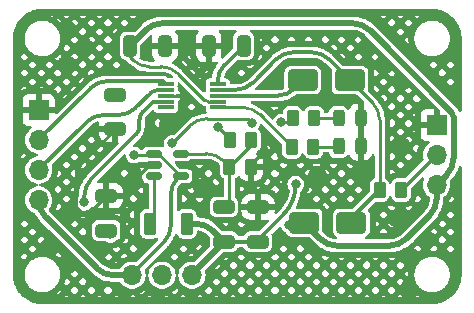
<source format=gbr>
%TF.GenerationSoftware,KiCad,Pcbnew,7.0.7-7.0.7~ubuntu22.04.1*%
%TF.CreationDate,2023-08-23T16:26:45+03:00*%
%TF.ProjectId,updi_hv_reset,75706469-5f68-4765-9f72-657365742e6b,rev?*%
%TF.SameCoordinates,Original*%
%TF.FileFunction,Copper,L1,Top*%
%TF.FilePolarity,Positive*%
%FSLAX46Y46*%
G04 Gerber Fmt 4.6, Leading zero omitted, Abs format (unit mm)*
G04 Created by KiCad (PCBNEW 7.0.7-7.0.7~ubuntu22.04.1) date 2023-08-23 16:26:45*
%MOMM*%
%LPD*%
G01*
G04 APERTURE LIST*
G04 Aperture macros list*
%AMRoundRect*
0 Rectangle with rounded corners*
0 $1 Rounding radius*
0 $2 $3 $4 $5 $6 $7 $8 $9 X,Y pos of 4 corners*
0 Add a 4 corners polygon primitive as box body*
4,1,4,$2,$3,$4,$5,$6,$7,$8,$9,$2,$3,0*
0 Add four circle primitives for the rounded corners*
1,1,$1+$1,$2,$3*
1,1,$1+$1,$4,$5*
1,1,$1+$1,$6,$7*
1,1,$1+$1,$8,$9*
0 Add four rect primitives between the rounded corners*
20,1,$1+$1,$2,$3,$4,$5,0*
20,1,$1+$1,$4,$5,$6,$7,0*
20,1,$1+$1,$6,$7,$8,$9,0*
20,1,$1+$1,$8,$9,$2,$3,0*%
G04 Aperture macros list end*
%TA.AperFunction,ComponentPad*%
%ADD10R,1.700000X1.700000*%
%TD*%
%TA.AperFunction,ComponentPad*%
%ADD11O,1.700000X1.700000*%
%TD*%
%TA.AperFunction,SMDPad,CuDef*%
%ADD12RoundRect,0.250000X-0.262500X-0.450000X0.262500X-0.450000X0.262500X0.450000X-0.262500X0.450000X0*%
%TD*%
%TA.AperFunction,SMDPad,CuDef*%
%ADD13RoundRect,0.150000X-0.512500X-0.150000X0.512500X-0.150000X0.512500X0.150000X-0.512500X0.150000X0*%
%TD*%
%TA.AperFunction,SMDPad,CuDef*%
%ADD14RoundRect,0.250000X0.650000X-0.325000X0.650000X0.325000X-0.650000X0.325000X-0.650000X-0.325000X0*%
%TD*%
%TA.AperFunction,SMDPad,CuDef*%
%ADD15RoundRect,0.250000X-1.000000X-0.650000X1.000000X-0.650000X1.000000X0.650000X-1.000000X0.650000X0*%
%TD*%
%TA.AperFunction,SMDPad,CuDef*%
%ADD16RoundRect,0.243750X0.243750X0.456250X-0.243750X0.456250X-0.243750X-0.456250X0.243750X-0.456250X0*%
%TD*%
%TA.AperFunction,SMDPad,CuDef*%
%ADD17RoundRect,0.250000X-0.650000X0.325000X-0.650000X-0.325000X0.650000X-0.325000X0.650000X0.325000X0*%
%TD*%
%TA.AperFunction,SMDPad,CuDef*%
%ADD18R,1.400000X0.300000*%
%TD*%
%TA.AperFunction,SMDPad,CuDef*%
%ADD19RoundRect,0.250000X-0.275000X-0.700000X0.275000X-0.700000X0.275000X0.700000X-0.275000X0.700000X0*%
%TD*%
%TA.AperFunction,SMDPad,CuDef*%
%ADD20RoundRect,0.250000X0.325000X0.650000X-0.325000X0.650000X-0.325000X-0.650000X0.325000X-0.650000X0*%
%TD*%
%TA.AperFunction,SMDPad,CuDef*%
%ADD21RoundRect,0.250000X-0.325000X-0.650000X0.325000X-0.650000X0.325000X0.650000X-0.325000X0.650000X0*%
%TD*%
%TA.AperFunction,ViaPad*%
%ADD22C,0.800000*%
%TD*%
%TA.AperFunction,Conductor*%
%ADD23C,0.250000*%
%TD*%
%TA.AperFunction,Conductor*%
%ADD24C,0.500000*%
%TD*%
%TA.AperFunction,Conductor*%
%ADD25C,0.350000*%
%TD*%
%TA.AperFunction,Conductor*%
%ADD26C,0.300000*%
%TD*%
%ADD27C,0.350000*%
G04 APERTURE END LIST*
D10*
%TO.P,J2,1,Pin_1*%
%TO.N,GND*%
X102190000Y-108570000D03*
D11*
%TO.P,J2,2,Pin_2*%
%TO.N,UDP*%
X102190000Y-111110000D03*
%TO.P,J2,3,Pin_3*%
%TO.N,UDM*%
X102190000Y-113650000D03*
%TO.P,J2,4,Pin_4*%
%TO.N,+5V*%
X102190000Y-116190000D03*
%TD*%
D12*
%TO.P,R4,1*%
%TO.N,LED*%
X123635000Y-111680000D03*
%TO.P,R4,2*%
%TO.N,Net-(LED2-A)*%
X125460000Y-111680000D03*
%TD*%
D13*
%TO.P,U2,1,EN*%
%TO.N,+5V*%
X111945000Y-112260000D03*
%TO.P,U2,2,GND*%
%TO.N,GND*%
X111945000Y-113210000D03*
%TO.P,U2,3,SW*%
%TO.N,Net-(U2-SW)*%
X111945000Y-114160000D03*
%TO.P,U2,4,VIN*%
%TO.N,+5V*%
X114220000Y-114160000D03*
%TO.P,U2,5,FB*%
%TO.N,Net-(U2-FB)*%
X114220000Y-112260000D03*
%TD*%
D14*
%TO.P,C1,1*%
%TO.N,VCC*%
X107910000Y-118775000D03*
%TO.P,C1,2*%
%TO.N,GND*%
X107910000Y-115825000D03*
%TD*%
D15*
%TO.P,D4,1,K*%
%TO.N,TXD*%
X124550000Y-106050000D03*
%TO.P,D4,2,A*%
%TO.N,RXD*%
X128550000Y-106050000D03*
%TD*%
D12*
%TO.P,R8,1*%
%TO.N,RXD*%
X131055000Y-115330000D03*
%TO.P,R8,2*%
%TO.N,UPDI*%
X132880000Y-115330000D03*
%TD*%
D16*
%TO.P,LED2,1,K*%
%TO.N,GND*%
X129455000Y-111650000D03*
%TO.P,LED2,2,A*%
%TO.N,Net-(LED2-A)*%
X127580000Y-111650000D03*
%TD*%
D10*
%TO.P,J1,1,Pin_1*%
%TO.N,GND*%
X135880000Y-109825000D03*
D11*
%TO.P,J1,2,Pin_2*%
%TO.N,UPDI*%
X135880000Y-112365000D03*
%TO.P,J1,3,Pin_3*%
%TO.N,VCC*%
X135880000Y-114905000D03*
%TD*%
D17*
%TO.P,C3,1*%
%TO.N,+5V*%
X108690000Y-107265000D03*
%TO.P,C3,2*%
%TO.N,GND*%
X108690000Y-110215000D03*
%TD*%
D15*
%TO.P,D3,1,K*%
%TO.N,VCC*%
X124672500Y-118120000D03*
%TO.P,D3,2,A*%
%TO.N,RXD*%
X128672500Y-118120000D03*
%TD*%
D18*
%TO.P,U1,1,UD+*%
%TO.N,UDP*%
X112950000Y-106350000D03*
%TO.P,U1,2,UD-*%
%TO.N,UDM*%
X112950000Y-106850000D03*
%TO.P,U1,3,GND*%
%TO.N,GND*%
X112950000Y-107350000D03*
%TO.P,U1,4,~{RTS}*%
%TO.N,RTS#*%
X112950000Y-107850000D03*
%TO.P,U1,5,~{CTS}*%
%TO.N,unconnected-(U1-~{CTS}-Pad5)*%
X112950000Y-108350000D03*
%TO.P,U1,6,TNOW*%
%TO.N,LED*%
X117350000Y-108350000D03*
%TO.P,U1,7,VCC*%
%TO.N,VCC*%
X117350000Y-107850000D03*
%TO.P,U1,8,TXD*%
%TO.N,TXD*%
X117350000Y-107350000D03*
%TO.P,U1,9,RXD*%
%TO.N,RXD*%
X117350000Y-106850000D03*
%TO.P,U1,10,V3*%
%TO.N,+3.3V*%
X117350000Y-106350000D03*
%TD*%
D14*
%TO.P,C4,1*%
%TO.N,+3.3V*%
X120760000Y-119725000D03*
%TO.P,C4,2*%
%TO.N,GND*%
X120760000Y-116775000D03*
%TD*%
D19*
%TO.P,L1,1,1*%
%TO.N,Net-(U2-SW)*%
X111585000Y-118200000D03*
%TO.P,L1,2,2*%
%TO.N,+3.3V*%
X114735000Y-118200000D03*
%TD*%
D12*
%TO.P,R3,1*%
%TO.N,+3.3V*%
X118357500Y-111140000D03*
%TO.P,R3,2*%
%TO.N,Net-(U2-FB)*%
X120182500Y-111140000D03*
%TD*%
D20*
%TO.P,C6,1*%
%TO.N,+3.3V*%
X119535000Y-103130000D03*
%TO.P,C6,2*%
%TO.N,GND*%
X116585000Y-103130000D03*
%TD*%
D14*
%TO.P,C5,1*%
%TO.N,+3.3V*%
X117880000Y-119725000D03*
%TO.P,C5,2*%
%TO.N,Net-(U2-FB)*%
X117880000Y-116775000D03*
%TD*%
D16*
%TO.P,LED1,1,K*%
%TO.N,GND*%
X129455000Y-109220000D03*
%TO.P,LED1,2,A*%
%TO.N,Net-(LED1-A)*%
X127580000Y-109220000D03*
%TD*%
D11*
%TO.P,J3,1,Pin_1*%
%TO.N,+3.3V*%
X115175000Y-122560000D03*
%TO.P,J3,2,Pin_2*%
%TO.N,VCC*%
X112635000Y-122560000D03*
%TO.P,J3,3,Pin_3*%
%TO.N,+5V*%
X110095000Y-122560000D03*
%TD*%
D12*
%TO.P,R2,1*%
%TO.N,Net-(U2-FB)*%
X118347500Y-113400000D03*
%TO.P,R2,2*%
%TO.N,GND*%
X120172500Y-113400000D03*
%TD*%
D21*
%TO.P,C2,1*%
%TO.N,VCC*%
X109935000Y-103130000D03*
%TO.P,C2,2*%
%TO.N,GND*%
X112885000Y-103130000D03*
%TD*%
D12*
%TO.P,R1,1*%
%TO.N,+3.3V*%
X123685000Y-109210000D03*
%TO.P,R1,2*%
%TO.N,Net-(LED1-A)*%
X125510000Y-109210000D03*
%TD*%
D22*
%TO.N,VCC*%
X123402500Y-118290000D03*
X108260000Y-119110000D03*
%TO.N,GND*%
X132610000Y-117740000D03*
X135010000Y-119560000D03*
X132800000Y-111570000D03*
X116110000Y-115220000D03*
X133550000Y-123750000D03*
X104580000Y-104740000D03*
X104590000Y-117440000D03*
X125800000Y-114150000D03*
X121000000Y-112320000D03*
X127480000Y-107740000D03*
X129990000Y-103280000D03*
X106040000Y-103280000D03*
X110270000Y-114560000D03*
X104600000Y-101820000D03*
X107410000Y-120320000D03*
X104600000Y-121640000D03*
X111790000Y-111000000D03*
X129430000Y-113830000D03*
X132890000Y-106120000D03*
X133610000Y-121000000D03*
X131430000Y-104720000D03*
X103090000Y-120220000D03*
X122100000Y-106430000D03*
X114730000Y-103150000D03*
X113180000Y-109830000D03*
%TO.N,+5V*%
X108730000Y-107270000D03*
X110260000Y-112380000D03*
%TO.N,+3.3V*%
X122750000Y-109600000D03*
X119535000Y-103130000D03*
X117350000Y-110020000D03*
X117880000Y-119725000D03*
X123960000Y-114850000D03*
%TO.N,RTS#*%
X106060000Y-116400000D03*
%TO.N,Net-(U3-FB)*%
X113502329Y-111389128D03*
X120240000Y-109660000D03*
%TD*%
D23*
%TO.N,VCC*%
X117350000Y-107850000D02*
X116561669Y-107850000D01*
D24*
X127430927Y-120050000D02*
X131911573Y-120050000D01*
X111259213Y-101805787D02*
X109935000Y-103130000D01*
X137140720Y-108735720D02*
X130210786Y-101805786D01*
D23*
X112571573Y-104900000D02*
X111568427Y-104900000D01*
X123572500Y-118120000D02*
X123402500Y-118290000D01*
D24*
X133325787Y-119464213D02*
X135294214Y-117495786D01*
D23*
X116200328Y-107700328D02*
X113985786Y-105485786D01*
X110154213Y-104314213D02*
X109935000Y-104095000D01*
X124672500Y-118120000D02*
X123572500Y-118120000D01*
D24*
X137320000Y-112636573D02*
X137320000Y-109168540D01*
X128796573Y-101220000D02*
X112673427Y-101220000D01*
D23*
X107910000Y-118775000D02*
X107925000Y-118775000D01*
D24*
X135880000Y-114905000D02*
X136734214Y-114050786D01*
X135880000Y-116081573D02*
X135880000Y-114905000D01*
X124672500Y-118120000D02*
X126016714Y-119464214D01*
D23*
X107925000Y-118775000D02*
X108260000Y-119110000D01*
X109935000Y-104095000D02*
X109935000Y-103130000D01*
D24*
X137319971Y-109168540D02*
G75*
G03*
X137140720Y-108735720I-612071J40D01*
G01*
X131911573Y-120049980D02*
G75*
G03*
X133325786Y-119464212I27J1999980D01*
G01*
D23*
X116200346Y-107700310D02*
G75*
G03*
X116561669Y-107850000I361354J361310D01*
G01*
D24*
X112673427Y-101220020D02*
G75*
G03*
X111259214Y-101805788I-27J-1999980D01*
G01*
X136734228Y-114050800D02*
G75*
G03*
X137320000Y-112636573I-1414228J1414200D01*
G01*
X130210800Y-101805772D02*
G75*
G03*
X128796573Y-101220000I-1414200J-1414228D01*
G01*
X135294228Y-117495800D02*
G75*
G03*
X135880000Y-116081573I-1414228J1414200D01*
G01*
D23*
X110154199Y-104314227D02*
G75*
G03*
X111568427Y-104900000I1414201J1414227D01*
G01*
D24*
X126016700Y-119464228D02*
G75*
G03*
X127430927Y-120050000I1414200J1414228D01*
G01*
D23*
X113985800Y-105485772D02*
G75*
G03*
X112571573Y-104900000I-1414200J-1414228D01*
G01*
%TO.N,GND*%
X112950000Y-107350000D02*
X114290000Y-107350000D01*
X111560749Y-113210000D02*
X110270000Y-114500749D01*
X105335000Y-116700305D02*
X105814695Y-117180000D01*
X114290000Y-107350000D02*
X114660000Y-107720000D01*
X110270000Y-114500749D02*
X110270000Y-114560000D01*
X111945000Y-113210000D02*
X111560749Y-113210000D01*
X113510000Y-109830000D02*
X113180000Y-109830000D01*
X120172500Y-113400000D02*
X120174214Y-113401714D01*
X106555000Y-117180000D02*
X107910000Y-115825000D01*
X114660000Y-108680000D02*
X113510000Y-109830000D01*
X108690000Y-110215000D02*
X105335000Y-113570000D01*
X120172500Y-113147500D02*
X121000000Y-112320000D01*
X105335000Y-113570000D02*
X105335000Y-116700305D01*
X114660000Y-107720000D02*
X114660000Y-108680000D01*
X120172500Y-113400000D02*
X120172500Y-113147500D01*
X129455000Y-109220000D02*
X129455000Y-111650000D01*
X105814695Y-117180000D02*
X106555000Y-117180000D01*
D24*
%TO.N,+5V*%
X108538427Y-122560000D02*
X110095000Y-122560000D01*
D23*
X111825000Y-112380000D02*
X111945000Y-112260000D01*
D25*
X113390000Y-115703427D02*
X113390000Y-118321573D01*
D24*
X102775787Y-117625787D02*
X107124214Y-121974214D01*
D23*
X112329251Y-112260000D02*
X114220000Y-114150749D01*
X110260000Y-112380000D02*
X111825000Y-112380000D01*
D25*
X112804213Y-119735787D02*
X109980000Y-122560000D01*
D23*
X108725000Y-107265000D02*
X108730000Y-107270000D01*
X114220000Y-114150749D02*
X114220000Y-114160000D01*
D24*
X102190000Y-116190000D02*
X102190000Y-116211573D01*
D25*
X114105000Y-114160000D02*
X113975786Y-114289214D01*
D23*
X108690000Y-107265000D02*
X108725000Y-107265000D01*
X111945000Y-112260000D02*
X112329251Y-112260000D01*
D24*
X107124200Y-121974228D02*
G75*
G03*
X108538427Y-122560000I1414200J1414228D01*
G01*
D25*
X112804227Y-119735801D02*
G75*
G03*
X113390000Y-118321573I-1414227J1414201D01*
G01*
X113975772Y-114289200D02*
G75*
G03*
X113390000Y-115703427I1414228J-1414200D01*
G01*
D24*
X102190020Y-116211573D02*
G75*
G03*
X102775788Y-117625786I1999980J-27D01*
G01*
D26*
%TO.N,+3.3V*%
X120760000Y-119725000D02*
X120760000Y-119569327D01*
D24*
X116940787Y-118785787D02*
X117880000Y-119725000D01*
D25*
X117350000Y-106143427D02*
X117350000Y-106200000D01*
X119535000Y-103130000D02*
X117935786Y-104729214D01*
D24*
X115175000Y-122430000D02*
X117880000Y-119725000D01*
D23*
X118357500Y-111140000D02*
X118357500Y-111027500D01*
X123295000Y-109600000D02*
X123685000Y-109210000D01*
D25*
X117880000Y-119725000D02*
X120760000Y-119725000D01*
D26*
X120760000Y-119569327D02*
X122885658Y-117443669D01*
D23*
X118357500Y-111027500D02*
X117350000Y-110020000D01*
X122750000Y-109600000D02*
X123295000Y-109600000D01*
D24*
X114735000Y-118200000D02*
X115526573Y-118200000D01*
D23*
X115175000Y-122560000D02*
X115175000Y-122430000D01*
D25*
X117935772Y-104729200D02*
G75*
G03*
X117350000Y-106143427I1414228J-1414200D01*
G01*
D26*
X122885662Y-117443673D02*
G75*
G03*
X123960000Y-114850000I-2593662J2593673D01*
G01*
D24*
X116940801Y-118785773D02*
G75*
G03*
X115526573Y-118200000I-1414201J-1414227D01*
G01*
D23*
%TO.N,Net-(U2-FB)*%
X118347500Y-113400000D02*
X118347500Y-116307500D01*
X118347500Y-116307500D02*
X117880000Y-116775000D01*
X120182500Y-111140000D02*
X120182500Y-111565000D01*
X120182500Y-111565000D02*
X118347500Y-113400000D01*
X117793287Y-112845787D02*
X118347500Y-113400000D01*
X114220000Y-112260000D02*
X116379073Y-112260000D01*
X117793301Y-112845773D02*
G75*
G03*
X116379073Y-112260000I-1414201J-1414227D01*
G01*
D26*
%TO.N,RTS#*%
X111019340Y-108710660D02*
X111863377Y-107866623D01*
X106060000Y-116400000D02*
X106060000Y-115838427D01*
X106645787Y-114424213D02*
X106645787Y-114414213D01*
X110726447Y-109919339D02*
X110726447Y-109417767D01*
X111863377Y-107866623D02*
X111909297Y-107866623D01*
X106645787Y-114414213D02*
X110433554Y-110626446D01*
X112021591Y-107850000D02*
X112950000Y-107850000D01*
X111019366Y-108710686D02*
G75*
G03*
X110726447Y-109417767I707034J-707114D01*
G01*
X112021591Y-107850005D02*
G75*
G03*
X111909297Y-107866624I24109J-550595D01*
G01*
X110433544Y-110626436D02*
G75*
G03*
X110726447Y-109919339I-707144J707136D01*
G01*
X106645773Y-114424199D02*
G75*
G03*
X106060000Y-115838427I1414227J-1414201D01*
G01*
D23*
%TO.N,RXD*%
X128672500Y-118120000D02*
X128672500Y-117712500D01*
D25*
X128672500Y-117712500D02*
X131055000Y-115330000D01*
D26*
X117350000Y-106850000D02*
X118891573Y-106850000D01*
X120305787Y-106264213D02*
X122304214Y-104265786D01*
X123718427Y-103680000D02*
X125351573Y-103680000D01*
D23*
X131055000Y-115330000D02*
X131055000Y-109383427D01*
X130469213Y-107969213D02*
X128550000Y-106050000D01*
D26*
X126765787Y-104265787D02*
X128550000Y-106050000D01*
D23*
X131054980Y-109383427D02*
G75*
G03*
X130469212Y-107969214I-1999980J27D01*
G01*
D26*
X123718427Y-103680020D02*
G75*
G03*
X122304215Y-104265787I-27J-1999980D01*
G01*
X118891573Y-106849980D02*
G75*
G03*
X120305786Y-106264212I27J1999980D01*
G01*
X126765801Y-104265773D02*
G75*
G03*
X125351573Y-103680000I-1414201J-1414227D01*
G01*
%TO.N,TXD*%
X122421573Y-107350000D02*
X117350000Y-107350000D01*
X124550000Y-106050000D02*
X123835786Y-106764214D01*
X122421573Y-107349980D02*
G75*
G03*
X123835785Y-106764213I27J1999980D01*
G01*
D25*
%TO.N,UPDI*%
X132915000Y-115330000D02*
X135880000Y-112365000D01*
D23*
X132880000Y-115330000D02*
X132915000Y-115330000D01*
D26*
%TO.N,UDP*%
X112720000Y-106120000D02*
X112950000Y-106350000D01*
X102150000Y-111150000D02*
X106594214Y-106705786D01*
X108008427Y-106120000D02*
X112720000Y-106120000D01*
X108008427Y-106120020D02*
G75*
G03*
X106594215Y-106705787I-27J-1999980D01*
G01*
%TO.N,UDM*%
X107678427Y-108990000D02*
X108951573Y-108990000D01*
X110365787Y-108404213D02*
X111680452Y-107089548D01*
X112258773Y-106850000D02*
X112950000Y-106850000D01*
X102150000Y-113690000D02*
X106264214Y-109575786D01*
X108951573Y-108989980D02*
G75*
G03*
X110365786Y-108404212I27J1999980D01*
G01*
X112258773Y-106849990D02*
G75*
G03*
X111680452Y-107089548I27J-817910D01*
G01*
X107678427Y-108990020D02*
G75*
G03*
X106264215Y-109575787I-27J-1999980D01*
G01*
D23*
%TO.N,Net-(U2-SW)*%
X111945000Y-117840000D02*
X111585000Y-118200000D01*
X111945000Y-114160000D02*
X111945000Y-117840000D01*
%TO.N,Net-(LED1-A)*%
X127570000Y-109210000D02*
X127580000Y-109220000D01*
X125510000Y-109210000D02*
X127570000Y-109210000D01*
%TO.N,Net-(LED2-A)*%
X127550000Y-111680000D02*
X127580000Y-111650000D01*
X125460000Y-111680000D02*
X127550000Y-111680000D01*
%TO.N,LED*%
X117350000Y-108350000D02*
X119476573Y-108350000D01*
X120890787Y-108935787D02*
X123635000Y-111680000D01*
X120890801Y-108935773D02*
G75*
G03*
X119476573Y-108350000I-1414201J-1414227D01*
G01*
%TO.N,Net-(U3-FB)*%
X115010670Y-109880787D02*
X113502329Y-111389128D01*
X119875000Y-109295000D02*
X116424884Y-109295000D01*
X120240000Y-109660000D02*
X119875000Y-109295000D01*
X116424884Y-109294989D02*
G75*
G03*
X115010670Y-109880787I16J-2000011D01*
G01*
%TD*%
%TA.AperFunction,Conductor*%
%TO.N,GND*%
G36*
X135580730Y-100005487D02*
G01*
X135584344Y-100005599D01*
X135599228Y-100006500D01*
X135607904Y-100007068D01*
X135806413Y-100020081D01*
X135813489Y-100020958D01*
X135949236Y-100045835D01*
X136115663Y-100078941D01*
X136121984Y-100080549D01*
X136261135Y-100123910D01*
X136415056Y-100176160D01*
X136420549Y-100178322D01*
X136556483Y-100239501D01*
X136699850Y-100310203D01*
X136704498Y-100312748D01*
X136749895Y-100340191D01*
X136832392Y-100390062D01*
X136834739Y-100391555D01*
X136965585Y-100478983D01*
X136969374Y-100481726D01*
X137087555Y-100574316D01*
X137087561Y-100574320D01*
X137090204Y-100576512D01*
X137116558Y-100599624D01*
X137196236Y-100669500D01*
X137208083Y-100679889D01*
X137211044Y-100682663D01*
X137317335Y-100788954D01*
X137320109Y-100791915D01*
X137423486Y-100909794D01*
X137425678Y-100912437D01*
X137518269Y-101030621D01*
X137521015Y-101034413D01*
X137608432Y-101165241D01*
X137609940Y-101167612D01*
X137687250Y-101295499D01*
X137689799Y-101300154D01*
X137760504Y-101443530D01*
X137821671Y-101579439D01*
X137823844Y-101584958D01*
X137876095Y-101738884D01*
X137919446Y-101878004D01*
X137921063Y-101884358D01*
X137954173Y-102050812D01*
X137979035Y-102186484D01*
X137979919Y-102193610D01*
X137993519Y-102401098D01*
X137999389Y-102498132D01*
X137999502Y-102501877D01*
X137999502Y-108626136D01*
X137979817Y-108693175D01*
X137927013Y-108738930D01*
X137857855Y-108748874D01*
X137794299Y-108719849D01*
X137765014Y-108682425D01*
X137732094Y-108617809D01*
X137702252Y-108559232D01*
X137700463Y-108556770D01*
X137603173Y-108422847D01*
X137594696Y-108411178D01*
X137589901Y-108406383D01*
X137589864Y-108406339D01*
X137558813Y-108375288D01*
X137515422Y-108331897D01*
X137482737Y-108299209D01*
X137482736Y-108299208D01*
X137480205Y-108296677D01*
X137480178Y-108296653D01*
X135374269Y-106190743D01*
X136753202Y-106190743D01*
X136998762Y-106436303D01*
X137108170Y-106436303D01*
X137353730Y-106190743D01*
X137353730Y-106081334D01*
X137108170Y-105835775D01*
X136998762Y-105835775D01*
X136753202Y-106081334D01*
X136753202Y-106190743D01*
X135374269Y-106190743D01*
X134667162Y-105483636D01*
X136046095Y-105483636D01*
X136291655Y-105729196D01*
X136401063Y-105729196D01*
X136646623Y-105483636D01*
X136646623Y-105374228D01*
X136401063Y-105128668D01*
X136291655Y-105128668D01*
X136046095Y-105374227D01*
X136046095Y-105483636D01*
X134667162Y-105483636D01*
X133960056Y-104776530D01*
X135338988Y-104776530D01*
X135584548Y-105022090D01*
X135693956Y-105022090D01*
X135939516Y-104776530D01*
X136753202Y-104776530D01*
X136998762Y-105022090D01*
X137108170Y-105022090D01*
X137353730Y-104776530D01*
X137353730Y-104667122D01*
X137108170Y-104421562D01*
X136998762Y-104421562D01*
X136753202Y-104667122D01*
X136753202Y-104776530D01*
X135939516Y-104776530D01*
X135939516Y-104667122D01*
X135763972Y-104491578D01*
X135737127Y-104498378D01*
X135674694Y-104496033D01*
X135652643Y-104497861D01*
X135647748Y-104498063D01*
X135624075Y-104509146D01*
X135595026Y-104510156D01*
X135503536Y-104502572D01*
X135338988Y-104667121D01*
X135338988Y-104776530D01*
X133960056Y-104776530D01*
X131838735Y-102655209D01*
X133217668Y-102655209D01*
X133463228Y-102900769D01*
X133528008Y-102900769D01*
X133525222Y-102839011D01*
X133521567Y-102817103D01*
X133520963Y-102812259D01*
X133507968Y-102789591D01*
X133504562Y-102760726D01*
X133504562Y-102665358D01*
X133488864Y-102571295D01*
X133496357Y-102509272D01*
X133496357Y-102499999D01*
X133994357Y-102499999D01*
X134002349Y-102596457D01*
X134002561Y-102601579D01*
X134002561Y-102614456D01*
X134001274Y-102618836D01*
X134001940Y-102626871D01*
X134004143Y-102633570D01*
X134006264Y-102646279D01*
X134006899Y-102651367D01*
X134014891Y-102747816D01*
X134014891Y-102747818D01*
X134038654Y-102841659D01*
X134039707Y-102846679D01*
X134041825Y-102859374D01*
X134041277Y-102863902D01*
X134043256Y-102871715D01*
X134046532Y-102877962D01*
X134050714Y-102890145D01*
X134052177Y-102895058D01*
X134075432Y-102986887D01*
X134075937Y-102988881D01*
X134102565Y-103049588D01*
X134114810Y-103077503D01*
X134116675Y-103082283D01*
X134120864Y-103094488D01*
X134121069Y-103099040D01*
X134124304Y-103106415D01*
X134128567Y-103112043D01*
X134134700Y-103123377D01*
X134136949Y-103127978D01*
X134174544Y-103213683D01*
X134175827Y-103216607D01*
X134184262Y-103229518D01*
X134228764Y-103297634D01*
X134231389Y-103302039D01*
X134237521Y-103313371D01*
X134238473Y-103317831D01*
X134242879Y-103324575D01*
X134248009Y-103329422D01*
X134255927Y-103339596D01*
X134258903Y-103343766D01*
X134309371Y-103421012D01*
X134311836Y-103424785D01*
X134336306Y-103451366D01*
X134377391Y-103495998D01*
X134380706Y-103499911D01*
X134388612Y-103510070D01*
X134390284Y-103514308D01*
X134395752Y-103520249D01*
X134401599Y-103524178D01*
X134411079Y-103532904D01*
X134414703Y-103536529D01*
X134480257Y-103607739D01*
X134556624Y-103667178D01*
X134560539Y-103670493D01*
X134570026Y-103679227D01*
X134572373Y-103683133D01*
X134578730Y-103688081D01*
X134585150Y-103690998D01*
X134595935Y-103698043D01*
X134600091Y-103701009D01*
X134676491Y-103760474D01*
X134761634Y-103806551D01*
X134766010Y-103809159D01*
X134776811Y-103816216D01*
X134779772Y-103819686D01*
X134786844Y-103823514D01*
X134793664Y-103825336D01*
X134805483Y-103830521D01*
X134810057Y-103832756D01*
X134895190Y-103878828D01*
X134986767Y-103910266D01*
X134991480Y-103912105D01*
X135003300Y-103917290D01*
X135006791Y-103920224D01*
X135014421Y-103922843D01*
X135021432Y-103923517D01*
X135029378Y-103925528D01*
X135033935Y-103926682D01*
X135038823Y-103928137D01*
X135094406Y-103947219D01*
X135130385Y-103959571D01*
X135225857Y-103975502D01*
X135230861Y-103976550D01*
X135243359Y-103979715D01*
X135247285Y-103982034D01*
X135255240Y-103983362D01*
X135262274Y-103982871D01*
X135275122Y-103983936D01*
X135280187Y-103984567D01*
X135375665Y-104000500D01*
X135375666Y-104000500D01*
X135472436Y-104000500D01*
X135477556Y-104000712D01*
X135489551Y-104001705D01*
X135490419Y-104001777D01*
X135494680Y-104003421D01*
X135502715Y-104003421D01*
X135509579Y-104001778D01*
X135522453Y-104000712D01*
X135527574Y-104000500D01*
X135624330Y-104000500D01*
X135624335Y-104000500D01*
X135719854Y-103984560D01*
X135724850Y-103983938D01*
X135737730Y-103982871D01*
X135742193Y-103983789D01*
X135750141Y-103982463D01*
X135756623Y-103979719D01*
X135769158Y-103976545D01*
X135774105Y-103975508D01*
X135869614Y-103959571D01*
X135961198Y-103928129D01*
X135966055Y-103926684D01*
X135978568Y-103923516D01*
X135983120Y-103923687D01*
X135990741Y-103921071D01*
X135996691Y-103917293D01*
X136008501Y-103912113D01*
X136013251Y-103910260D01*
X136104810Y-103878828D01*
X136189970Y-103832741D01*
X136194522Y-103830517D01*
X136206340Y-103825334D01*
X136210865Y-103824752D01*
X136217935Y-103820926D01*
X136223190Y-103816215D01*
X136233999Y-103809153D01*
X136238361Y-103806553D01*
X136323509Y-103760474D01*
X136399937Y-103700986D01*
X136404025Y-103698068D01*
X136414856Y-103690993D01*
X136419221Y-103689676D01*
X136425568Y-103684735D01*
X136429972Y-103679228D01*
X136439462Y-103670492D01*
X136443349Y-103667198D01*
X136519744Y-103607738D01*
X136585313Y-103536510D01*
X136588909Y-103532914D01*
X136598405Y-103524172D01*
X136602489Y-103522157D01*
X136607949Y-103516226D01*
X136611384Y-103510073D01*
X136619315Y-103499883D01*
X136622585Y-103496022D01*
X136688164Y-103424785D01*
X136741124Y-103343723D01*
X136744055Y-103339618D01*
X136752004Y-103329405D01*
X136755699Y-103326746D01*
X136760104Y-103320004D01*
X136762481Y-103313365D01*
X136768621Y-103302020D01*
X136771224Y-103297650D01*
X136824173Y-103216607D01*
X136863068Y-103127933D01*
X136865298Y-103123377D01*
X136871421Y-103112062D01*
X136874641Y-103108816D01*
X136877882Y-103101427D01*
X136879135Y-103094483D01*
X136883329Y-103082266D01*
X136885170Y-103077546D01*
X136924063Y-102988881D01*
X136947832Y-102895019D01*
X136949280Y-102890156D01*
X136953467Y-102877960D01*
X136956103Y-102874238D01*
X136958081Y-102866428D01*
X136958174Y-102859373D01*
X136960299Y-102846638D01*
X136961344Y-102841659D01*
X136985108Y-102747821D01*
X136993103Y-102651333D01*
X136993734Y-102646278D01*
X136998508Y-102617669D01*
X136997688Y-102611928D01*
X136998088Y-102592585D01*
X136998283Y-102588814D01*
X137004875Y-102509272D01*
X137005643Y-102500002D01*
X137005643Y-102499997D01*
X137001123Y-102445454D01*
X136998283Y-102411189D01*
X136998088Y-102407410D01*
X136997688Y-102388072D01*
X136998789Y-102384016D01*
X136997438Y-102375919D01*
X136993731Y-102353704D01*
X136993102Y-102348660D01*
X136985108Y-102252179D01*
X136961341Y-102158327D01*
X136960295Y-102153334D01*
X136960292Y-102153319D01*
X136958175Y-102140627D01*
X136958721Y-102136102D01*
X136956743Y-102128287D01*
X136953466Y-102122037D01*
X136949283Y-102109851D01*
X136947830Y-102104976D01*
X136924063Y-102011119D01*
X136920622Y-102003275D01*
X136895892Y-101946896D01*
X136885180Y-101922475D01*
X136883326Y-101917725D01*
X136879133Y-101905509D01*
X136878927Y-101900953D01*
X136875699Y-101893592D01*
X136871435Y-101887962D01*
X136865298Y-101876621D01*
X136863052Y-101872029D01*
X136839190Y-101817630D01*
X136824173Y-101783392D01*
X136771231Y-101702358D01*
X136768618Y-101697973D01*
X136762477Y-101686626D01*
X136761524Y-101682167D01*
X136757122Y-101675428D01*
X136751994Y-101670581D01*
X136744081Y-101660415D01*
X136741102Y-101656243D01*
X136688164Y-101575215D01*
X136682884Y-101569479D01*
X136622606Y-101503999D01*
X136619291Y-101500085D01*
X136611384Y-101489926D01*
X136609711Y-101485685D01*
X136604253Y-101479757D01*
X136598398Y-101475820D01*
X136588918Y-101467092D01*
X136585294Y-101463468D01*
X136566939Y-101443530D01*
X136519744Y-101392262D01*
X136498870Y-101376015D01*
X136443378Y-101332823D01*
X136439462Y-101329507D01*
X136429970Y-101320767D01*
X136427624Y-101316863D01*
X136421279Y-101311924D01*
X136414845Y-101309000D01*
X136404055Y-101301950D01*
X136399893Y-101298978D01*
X136392501Y-101293225D01*
X136323509Y-101239526D01*
X136323504Y-101239523D01*
X136323503Y-101239522D01*
X136266193Y-101208508D01*
X136238380Y-101193456D01*
X136233985Y-101190837D01*
X136223190Y-101183784D01*
X136220227Y-101180313D01*
X136213156Y-101176486D01*
X136206332Y-101174661D01*
X136194528Y-101169483D01*
X136189925Y-101167233D01*
X136104816Y-101121175D01*
X136104813Y-101121174D01*
X136104810Y-101121172D01*
X136104804Y-101121170D01*
X136104802Y-101121169D01*
X136013258Y-101089742D01*
X136008480Y-101087877D01*
X135996690Y-101082705D01*
X135993199Y-101079771D01*
X135985584Y-101077156D01*
X135978562Y-101076481D01*
X135974750Y-101075516D01*
X135966080Y-101073320D01*
X135961168Y-101071858D01*
X135869614Y-101040429D01*
X135774141Y-101024496D01*
X135769128Y-101023445D01*
X135756648Y-101020286D01*
X135752715Y-101017962D01*
X135744768Y-101016636D01*
X135737719Y-101017127D01*
X135724888Y-101016063D01*
X135719804Y-101015430D01*
X135624336Y-100999500D01*
X135624335Y-100999500D01*
X135527541Y-100999500D01*
X135522428Y-100999288D01*
X135511122Y-100998351D01*
X135509583Y-100998224D01*
X135505328Y-100996582D01*
X135497279Y-100996582D01*
X135490414Y-100998224D01*
X135480435Y-100999051D01*
X135480291Y-100999063D01*
X135477606Y-100999285D01*
X135472495Y-100999500D01*
X135375665Y-100999500D01*
X135280194Y-101015430D01*
X135275109Y-101016064D01*
X135262277Y-101017127D01*
X135257806Y-101016207D01*
X135249862Y-101017532D01*
X135243355Y-101020285D01*
X135230872Y-101023445D01*
X135225857Y-101024497D01*
X135130383Y-101040429D01*
X135038835Y-101071856D01*
X135033929Y-101073317D01*
X135021450Y-101076478D01*
X135016890Y-101076307D01*
X135009261Y-101078925D01*
X135003304Y-101082707D01*
X134991515Y-101087879D01*
X134986740Y-101089742D01*
X134895194Y-101121170D01*
X134895183Y-101121175D01*
X134810084Y-101167228D01*
X134805479Y-101169479D01*
X134793662Y-101174663D01*
X134789135Y-101175244D01*
X134782061Y-101179072D01*
X134776804Y-101183786D01*
X134766009Y-101190839D01*
X134761607Y-101193461D01*
X134676493Y-101239524D01*
X134676489Y-101239526D01*
X134600108Y-101298976D01*
X134595944Y-101301950D01*
X134588967Y-101306509D01*
X134585138Y-101309010D01*
X134580771Y-101310327D01*
X134574428Y-101315264D01*
X134570025Y-101320771D01*
X134560532Y-101329510D01*
X134556620Y-101332824D01*
X134480255Y-101392262D01*
X134414696Y-101463477D01*
X134411071Y-101467102D01*
X134401596Y-101475824D01*
X134397509Y-101477840D01*
X134392043Y-101483778D01*
X134388604Y-101489940D01*
X134380699Y-101500095D01*
X134377390Y-101504001D01*
X134311836Y-101575215D01*
X134258903Y-101656233D01*
X134255931Y-101660397D01*
X134249308Y-101668908D01*
X134247990Y-101670601D01*
X134244294Y-101673259D01*
X134239900Y-101679984D01*
X134237520Y-101686631D01*
X134231387Y-101697962D01*
X134228764Y-101702364D01*
X134175828Y-101783390D01*
X134136951Y-101872018D01*
X134134702Y-101876619D01*
X134128566Y-101887959D01*
X134125349Y-101891200D01*
X134122116Y-101898571D01*
X134120863Y-101905517D01*
X134116674Y-101917717D01*
X134114811Y-101922493D01*
X134085179Y-101990047D01*
X134075939Y-102011116D01*
X134075936Y-102011122D01*
X134052177Y-102104940D01*
X134050715Y-102109851D01*
X134046533Y-102122033D01*
X134043896Y-102125755D01*
X134041917Y-102133570D01*
X134041825Y-102140622D01*
X134039707Y-102153319D01*
X134038654Y-102158339D01*
X134014891Y-102252178D01*
X134014891Y-102252183D01*
X134006899Y-102348631D01*
X134006264Y-102353719D01*
X134004143Y-102366428D01*
X134002156Y-102370530D01*
X134001490Y-102378566D01*
X134002561Y-102385542D01*
X134002561Y-102398419D01*
X134002349Y-102403541D01*
X133994357Y-102499999D01*
X133496357Y-102499999D01*
X133496357Y-102487141D01*
X133496558Y-102482267D01*
X133487469Y-102457764D01*
X133488860Y-102428729D01*
X133504562Y-102334636D01*
X133504562Y-102300241D01*
X133463228Y-102300241D01*
X133217668Y-102545800D01*
X133217668Y-102655209D01*
X131838735Y-102655209D01*
X131131628Y-101948102D01*
X132510561Y-101948102D01*
X132756121Y-102193663D01*
X132865529Y-102193663D01*
X133111089Y-101948102D01*
X133111089Y-101838694D01*
X132865529Y-101593134D01*
X132756121Y-101593134D01*
X132510561Y-101838693D01*
X132510561Y-101948102D01*
X131131628Y-101948102D01*
X130637330Y-101453804D01*
X130637296Y-101453743D01*
X130498775Y-101315225D01*
X130405693Y-101240996D01*
X131803454Y-101240996D01*
X132049014Y-101486556D01*
X132158422Y-101486556D01*
X132403981Y-101240996D01*
X133217668Y-101240996D01*
X133463228Y-101486556D01*
X133572636Y-101486556D01*
X133818196Y-101240996D01*
X133818196Y-101131587D01*
X133572636Y-100886028D01*
X133463228Y-100886028D01*
X133217668Y-101131588D01*
X133217668Y-101240996D01*
X132403981Y-101240996D01*
X132403982Y-101240995D01*
X132403982Y-101131588D01*
X132158422Y-100886028D01*
X132049014Y-100886028D01*
X131803454Y-101131588D01*
X131803454Y-101240996D01*
X130405693Y-101240996D01*
X130274804Y-101136617D01*
X130112142Y-101034413D01*
X130032244Y-100984211D01*
X129791285Y-100868175D01*
X129774142Y-100859920D01*
X129774140Y-100859919D01*
X129503806Y-100765329D01*
X129503752Y-100765310D01*
X129503748Y-100765309D01*
X129503745Y-100765308D01*
X129224478Y-100701570D01*
X129224472Y-100701569D01*
X129224468Y-100701568D01*
X129224466Y-100701568D01*
X128939799Y-100669498D01*
X128939795Y-100669498D01*
X128796566Y-100669500D01*
X112633886Y-100669500D01*
X112633314Y-100669518D01*
X112530206Y-100669518D01*
X112530205Y-100669518D01*
X112530202Y-100669518D01*
X112245537Y-100701588D01*
X112245535Y-100701588D01*
X112245530Y-100701589D01*
X112245520Y-100701590D01*
X111966257Y-100765327D01*
X111966252Y-100765329D01*
X111695861Y-100859940D01*
X111437763Y-100984229D01*
X111437762Y-100984230D01*
X111195211Y-101136632D01*
X111195202Y-101136638D01*
X110971235Y-101315242D01*
X110924713Y-101361762D01*
X110924696Y-101361779D01*
X110393293Y-101893181D01*
X110331970Y-101926666D01*
X110305612Y-101929500D01*
X110303102Y-101929500D01*
X109566898Y-101929500D01*
X109527853Y-101934188D01*
X109478438Y-101940122D01*
X109337656Y-101995639D01*
X109217077Y-102087077D01*
X109125639Y-102207656D01*
X109070122Y-102348438D01*
X109066505Y-102378563D01*
X109059500Y-102436898D01*
X109059500Y-103823102D01*
X109063461Y-103856088D01*
X109070122Y-103911561D01*
X109070122Y-103911563D01*
X109070123Y-103911564D01*
X109072381Y-103917290D01*
X109125639Y-104052343D01*
X109217077Y-104172922D01*
X109337656Y-104264360D01*
X109337657Y-104264360D01*
X109337658Y-104264361D01*
X109478436Y-104319877D01*
X109526430Y-104325640D01*
X109590642Y-104353175D01*
X109599326Y-104361074D01*
X109610446Y-104372193D01*
X109610446Y-104372194D01*
X109807740Y-104569488D01*
X109807761Y-104569511D01*
X109816055Y-104577805D01*
X109816086Y-104577862D01*
X109853327Y-104615103D01*
X109853328Y-104615103D01*
X109949647Y-104711420D01*
X110162641Y-104881274D01*
X110393314Y-105026212D01*
X110638764Y-105144411D01*
X110895905Y-105234386D01*
X110895908Y-105234386D01*
X110895909Y-105234387D01*
X110986275Y-105255011D01*
X111161504Y-105295003D01*
X111432219Y-105325502D01*
X111568433Y-105325500D01*
X111629610Y-105325500D01*
X112510398Y-105325500D01*
X112510401Y-105325501D01*
X112569543Y-105325500D01*
X112573598Y-105325633D01*
X112773033Y-105338701D01*
X112781075Y-105339759D01*
X112975111Y-105378353D01*
X112982943Y-105380452D01*
X113040534Y-105400001D01*
X113170267Y-105444038D01*
X113177769Y-105447145D01*
X113355191Y-105534637D01*
X113362215Y-105538693D01*
X113399895Y-105563869D01*
X113516832Y-105642002D01*
X113526700Y-105648595D01*
X113533135Y-105653532D01*
X113565906Y-105682271D01*
X113603330Y-105741272D01*
X113602916Y-105811141D01*
X113564793Y-105869694D01*
X113501066Y-105898340D01*
X113484148Y-105899500D01*
X113187965Y-105899500D01*
X113120926Y-105879815D01*
X113100284Y-105863181D01*
X113058908Y-105821805D01*
X113054271Y-105816617D01*
X113029878Y-105786029D01*
X112980728Y-105752519D01*
X112932882Y-105717207D01*
X112925297Y-105713198D01*
X112917677Y-105709529D01*
X112863749Y-105692895D01*
X112860822Y-105691992D01*
X112833041Y-105682271D01*
X112804695Y-105672352D01*
X112796326Y-105670768D01*
X112787904Y-105669500D01*
X112787902Y-105669500D01*
X112728426Y-105669500D01*
X112668990Y-105667275D01*
X112659756Y-105668316D01*
X112659662Y-105667486D01*
X112644364Y-105669500D01*
X107972560Y-105669500D01*
X107972038Y-105669518D01*
X107870808Y-105669518D01*
X107597323Y-105700329D01*
X107597296Y-105700333D01*
X107328989Y-105761570D01*
X107328974Y-105761575D01*
X107069194Y-105852472D01*
X107069192Y-105852473D01*
X106821211Y-105971891D01*
X106588165Y-106118319D01*
X106372971Y-106289926D01*
X106275666Y-106387231D01*
X106233729Y-106429165D01*
X106233725Y-106429171D01*
X103751681Y-108911214D01*
X103690358Y-108944699D01*
X103620666Y-108939715D01*
X103564733Y-108897843D01*
X103540316Y-108832379D01*
X103540000Y-108823533D01*
X103540000Y-108820000D01*
X102803347Y-108820000D01*
X102736308Y-108800315D01*
X102690553Y-108747511D01*
X102680609Y-108678353D01*
X102684369Y-108661067D01*
X102690000Y-108641888D01*
X102690000Y-108498111D01*
X102684369Y-108478933D01*
X102684370Y-108409064D01*
X102722145Y-108350286D01*
X102785701Y-108321262D01*
X102803347Y-108320000D01*
X103540000Y-108320000D01*
X103540000Y-107672172D01*
X103539999Y-107672155D01*
X103533598Y-107612627D01*
X103533596Y-107612620D01*
X103530738Y-107604957D01*
X104226290Y-107604957D01*
X104289975Y-107668642D01*
X104644942Y-107313674D01*
X104581258Y-107249989D01*
X104471850Y-107249989D01*
X104226290Y-107495549D01*
X104226290Y-107604957D01*
X103530738Y-107604957D01*
X103483354Y-107477913D01*
X103483350Y-107477906D01*
X103397190Y-107362812D01*
X103397187Y-107362809D01*
X103282093Y-107276649D01*
X103282086Y-107276645D01*
X103147379Y-107226403D01*
X103147372Y-107226401D01*
X103087844Y-107220000D01*
X102440000Y-107220000D01*
X102440000Y-107957698D01*
X102420315Y-108024737D01*
X102367511Y-108070492D01*
X102298355Y-108080436D01*
X102225766Y-108070000D01*
X102225763Y-108070000D01*
X102154237Y-108070000D01*
X102081646Y-108080437D01*
X102012487Y-108070493D01*
X101959683Y-108024738D01*
X101939999Y-107957699D01*
X101940000Y-107220000D01*
X101292155Y-107220000D01*
X101232627Y-107226401D01*
X101232620Y-107226403D01*
X101097913Y-107276645D01*
X101097906Y-107276649D01*
X100982812Y-107362809D01*
X100982809Y-107362812D01*
X100896649Y-107477906D01*
X100896645Y-107477913D01*
X100846403Y-107612620D01*
X100846401Y-107612627D01*
X100840000Y-107672155D01*
X100840000Y-108320000D01*
X101576653Y-108320000D01*
X101643692Y-108339685D01*
X101689447Y-108392489D01*
X101699391Y-108461647D01*
X101695631Y-108478933D01*
X101690000Y-108498111D01*
X101690000Y-108641888D01*
X101695631Y-108661067D01*
X101695630Y-108730936D01*
X101657855Y-108789714D01*
X101594299Y-108818738D01*
X101576653Y-108820000D01*
X100840000Y-108820000D01*
X100840000Y-109467844D01*
X100846401Y-109527372D01*
X100846403Y-109527379D01*
X100896645Y-109662086D01*
X100896649Y-109662093D01*
X100982809Y-109777187D01*
X100982812Y-109777190D01*
X101097906Y-109863350D01*
X101097913Y-109863354D01*
X101232620Y-109913596D01*
X101232627Y-109913598D01*
X101292155Y-109919999D01*
X101292172Y-109920000D01*
X101490634Y-109920000D01*
X101557673Y-109939685D01*
X101603428Y-109992489D01*
X101613372Y-110061647D01*
X101584347Y-110125203D01*
X101555911Y-110149427D01*
X101493701Y-110187945D01*
X101336127Y-110331593D01*
X101207632Y-110501746D01*
X101112596Y-110692605D01*
X101112596Y-110692607D01*
X101054244Y-110897689D01*
X101034570Y-111109999D01*
X101034570Y-111110000D01*
X101054244Y-111322310D01*
X101112596Y-111527392D01*
X101112596Y-111527394D01*
X101207632Y-111718253D01*
X101336127Y-111888406D01*
X101336128Y-111888407D01*
X101493698Y-112032052D01*
X101674981Y-112144298D01*
X101873802Y-112221321D01*
X102070613Y-112258111D01*
X102132893Y-112289779D01*
X102168166Y-112350092D01*
X102165232Y-112419900D01*
X102125023Y-112477040D01*
X102070613Y-112501888D01*
X101873802Y-112538679D01*
X101873799Y-112538679D01*
X101873799Y-112538680D01*
X101674982Y-112615701D01*
X101674980Y-112615702D01*
X101493699Y-112727947D01*
X101336127Y-112871593D01*
X101207632Y-113041746D01*
X101112596Y-113232605D01*
X101112596Y-113232607D01*
X101054244Y-113437689D01*
X101034570Y-113649999D01*
X101034570Y-113650000D01*
X101050955Y-113826813D01*
X101054244Y-113862310D01*
X101099995Y-114023107D01*
X101112596Y-114067392D01*
X101112596Y-114067394D01*
X101207632Y-114258253D01*
X101334035Y-114425636D01*
X101336128Y-114428407D01*
X101493698Y-114572052D01*
X101674981Y-114684298D01*
X101873802Y-114761321D01*
X102070613Y-114798111D01*
X102132893Y-114829779D01*
X102168166Y-114890092D01*
X102165232Y-114959900D01*
X102125023Y-115017040D01*
X102070613Y-115041888D01*
X101873802Y-115078679D01*
X101873799Y-115078679D01*
X101873799Y-115078680D01*
X101674982Y-115155701D01*
X101674980Y-115155702D01*
X101493699Y-115267947D01*
X101336127Y-115411593D01*
X101207632Y-115581746D01*
X101112596Y-115772605D01*
X101112596Y-115772607D01*
X101054244Y-115977689D01*
X101034570Y-116189999D01*
X101034570Y-116190000D01*
X101050946Y-116366723D01*
X101054244Y-116402310D01*
X101102020Y-116570224D01*
X101112596Y-116607392D01*
X101112596Y-116607394D01*
X101207632Y-116798253D01*
X101336127Y-116968406D01*
X101336128Y-116968407D01*
X101493698Y-117112052D01*
X101674981Y-117224298D01*
X101837669Y-117287323D01*
X101840617Y-117288465D01*
X101896018Y-117331038D01*
X101907543Y-117350290D01*
X101954229Y-117447235D01*
X101954230Y-117447237D01*
X102106632Y-117689788D01*
X102106638Y-117689797D01*
X102282338Y-117910123D01*
X102285242Y-117913764D01*
X102330673Y-117959196D01*
X102330705Y-117959231D01*
X103083637Y-118712162D01*
X106685352Y-122313876D01*
X106685362Y-122313887D01*
X106687689Y-122316214D01*
X106687690Y-122316215D01*
X106698620Y-122327145D01*
X106698654Y-122327207D01*
X106769868Y-122398419D01*
X106836224Y-122464774D01*
X107060195Y-122643382D01*
X107302756Y-122795789D01*
X107560856Y-122920079D01*
X107831248Y-123014690D01*
X108110534Y-123078432D01*
X108395201Y-123110502D01*
X108538434Y-123110500D01*
X109007806Y-123110500D01*
X109074845Y-123130185D01*
X109108377Y-123164285D01*
X109109179Y-123163680D01*
X109227230Y-123320004D01*
X109241128Y-123338407D01*
X109398698Y-123482052D01*
X109579981Y-123594298D01*
X109778802Y-123671321D01*
X109988390Y-123710500D01*
X109988392Y-123710500D01*
X110201608Y-123710500D01*
X110201610Y-123710500D01*
X110411198Y-123671321D01*
X110610019Y-123594298D01*
X110791302Y-123482052D01*
X110948872Y-123338407D01*
X111077366Y-123168255D01*
X111080827Y-123161305D01*
X111172403Y-122977394D01*
X111172403Y-122977393D01*
X111172405Y-122977389D01*
X111230756Y-122772310D01*
X111241529Y-122656045D01*
X111267313Y-122591112D01*
X111309621Y-122560804D01*
X111418128Y-122560804D01*
X111454501Y-122581667D01*
X111486692Y-122643680D01*
X111488470Y-122656047D01*
X111499244Y-122772310D01*
X111520392Y-122846638D01*
X111557596Y-122977392D01*
X111557596Y-122977394D01*
X111652632Y-123168253D01*
X111770682Y-123324575D01*
X111781128Y-123338407D01*
X111938698Y-123482052D01*
X112119981Y-123594298D01*
X112318802Y-123671321D01*
X112528390Y-123710500D01*
X112528392Y-123710500D01*
X112741608Y-123710500D01*
X112741610Y-123710500D01*
X112951198Y-123671321D01*
X113150019Y-123594298D01*
X113331302Y-123482052D01*
X113488872Y-123338407D01*
X113617366Y-123168255D01*
X113620827Y-123161305D01*
X113712403Y-122977394D01*
X113712403Y-122977393D01*
X113712405Y-122977389D01*
X113770756Y-122772310D01*
X113781529Y-122656047D01*
X113807315Y-122591111D01*
X113851869Y-122559194D01*
X113815497Y-122538331D01*
X113783307Y-122476318D01*
X113781529Y-122463951D01*
X113778265Y-122428729D01*
X113770756Y-122347690D01*
X113712405Y-122142611D01*
X113712403Y-122142606D01*
X113712403Y-122142605D01*
X113617367Y-121951746D01*
X113488872Y-121781593D01*
X113451025Y-121747091D01*
X113331302Y-121637948D01*
X113150019Y-121525702D01*
X113150017Y-121525701D01*
X113021268Y-121475824D01*
X112951198Y-121448679D01*
X112741610Y-121409500D01*
X112528390Y-121409500D01*
X112318802Y-121448679D01*
X112318799Y-121448679D01*
X112318799Y-121448680D01*
X112119982Y-121525701D01*
X112119980Y-121525702D01*
X111938696Y-121637949D01*
X111784231Y-121778762D01*
X111782703Y-121779506D01*
X111652632Y-121951746D01*
X111557596Y-122142605D01*
X111557596Y-122142607D01*
X111499244Y-122347689D01*
X111488470Y-122463952D01*
X111462683Y-122528889D01*
X111418128Y-122560804D01*
X111309621Y-122560804D01*
X111311868Y-122559194D01*
X111275495Y-122538330D01*
X111243306Y-122476317D01*
X111241530Y-122463966D01*
X111230756Y-122347690D01*
X111221800Y-122316215D01*
X111170836Y-122137097D01*
X111172332Y-122136671D01*
X111167096Y-122074393D01*
X111199814Y-122012657D01*
X111200825Y-122011632D01*
X111598982Y-121613475D01*
X111604253Y-121610596D01*
X111613005Y-121599452D01*
X112172472Y-121039985D01*
X113418678Y-121039985D01*
X113592851Y-121214159D01*
X113604470Y-121221354D01*
X113606872Y-121222919D01*
X113618767Y-121231068D01*
X113621091Y-121232740D01*
X113641746Y-121248338D01*
X113643991Y-121250116D01*
X113655081Y-121259325D01*
X113657241Y-121261206D01*
X113683941Y-121285546D01*
X113773646Y-121285546D01*
X114019206Y-121039986D01*
X114019206Y-120946896D01*
X114832891Y-120946896D01*
X114989603Y-120917602D01*
X114992429Y-120917141D01*
X115006705Y-120915149D01*
X115009551Y-120914819D01*
X115035323Y-120912431D01*
X115038179Y-120912233D01*
X115052582Y-120911566D01*
X115055448Y-120911500D01*
X115210695Y-120911500D01*
X115312518Y-120809676D01*
X115187860Y-120685017D01*
X115078451Y-120685017D01*
X114832891Y-120930577D01*
X114832891Y-120946896D01*
X114019206Y-120946896D01*
X114019206Y-120930577D01*
X113773646Y-120685017D01*
X113664238Y-120685017D01*
X113418678Y-120930577D01*
X113418678Y-121039985D01*
X112172472Y-121039985D01*
X112879577Y-120332879D01*
X114125785Y-120332879D01*
X114371345Y-120578439D01*
X114480753Y-120578439D01*
X114726313Y-120332879D01*
X115539998Y-120332879D01*
X115664657Y-120457538D01*
X116019625Y-120102570D01*
X115894966Y-119977911D01*
X115785558Y-119977911D01*
X115539998Y-120223471D01*
X115539998Y-120332879D01*
X114726313Y-120332879D01*
X114726313Y-120223471D01*
X114480753Y-119977911D01*
X114371345Y-119977911D01*
X114125785Y-120223471D01*
X114125785Y-120332879D01*
X112879577Y-120332879D01*
X113085969Y-120126487D01*
X113085974Y-120126484D01*
X113096178Y-120116279D01*
X113096180Y-120116279D01*
X113104111Y-120108346D01*
X113104171Y-120108314D01*
X113140458Y-120072026D01*
X113140459Y-120072027D01*
X113238762Y-119973723D01*
X113412117Y-119756338D01*
X113560043Y-119520910D01*
X113680679Y-119270400D01*
X113727432Y-119136782D01*
X113768152Y-119080008D01*
X113833104Y-119054259D01*
X113901666Y-119067714D01*
X113952069Y-119116101D01*
X113959828Y-119132248D01*
X113975638Y-119172342D01*
X114067077Y-119292922D01*
X114187656Y-119384360D01*
X114187657Y-119384360D01*
X114187658Y-119384361D01*
X114328436Y-119439877D01*
X114416898Y-119450500D01*
X114416903Y-119450500D01*
X115053097Y-119450500D01*
X115053102Y-119450500D01*
X115141564Y-119439877D01*
X115282342Y-119384361D01*
X115402922Y-119292922D01*
X115494361Y-119172342D01*
X115549877Y-119031564D01*
X115560500Y-118943102D01*
X115560500Y-118885114D01*
X115580185Y-118818075D01*
X115632989Y-118772320D01*
X115692606Y-118761379D01*
X115711684Y-118762629D01*
X115711720Y-118762632D01*
X115719759Y-118763689D01*
X115897760Y-118799094D01*
X115905581Y-118801189D01*
X116041763Y-118847415D01*
X116077433Y-118859523D01*
X116084933Y-118862630D01*
X116140909Y-118890233D01*
X116247697Y-118942893D01*
X116254712Y-118946943D01*
X116298994Y-118976531D01*
X116405606Y-119047767D01*
X116412041Y-119052703D01*
X116437406Y-119074947D01*
X116549791Y-119173504D01*
X116552754Y-119176279D01*
X116643180Y-119266705D01*
X116676665Y-119328028D01*
X116679499Y-119354386D01*
X116679500Y-120095612D01*
X116659816Y-120162651D01*
X116643181Y-120183293D01*
X115441872Y-121384601D01*
X115380549Y-121418086D01*
X115331407Y-121418808D01*
X115281610Y-121409500D01*
X115068390Y-121409500D01*
X114858802Y-121448679D01*
X114858799Y-121448679D01*
X114858799Y-121448680D01*
X114659982Y-121525701D01*
X114659980Y-121525702D01*
X114478699Y-121637947D01*
X114321127Y-121781593D01*
X114192632Y-121951746D01*
X114097596Y-122142605D01*
X114097596Y-122142607D01*
X114039244Y-122347689D01*
X114028471Y-122463951D01*
X114002685Y-122528888D01*
X113958130Y-122560804D01*
X113994503Y-122581668D01*
X114026693Y-122643681D01*
X114028470Y-122656047D01*
X114039244Y-122772310D01*
X114060392Y-122846638D01*
X114097596Y-122977392D01*
X114097596Y-122977394D01*
X114192632Y-123168253D01*
X114310682Y-123324575D01*
X114321128Y-123338407D01*
X114478698Y-123482052D01*
X114659981Y-123594298D01*
X114858802Y-123671321D01*
X115068390Y-123710500D01*
X115068392Y-123710500D01*
X115281608Y-123710500D01*
X115281610Y-123710500D01*
X115491198Y-123671321D01*
X115690019Y-123594298D01*
X115871302Y-123482052D01*
X116028872Y-123338407D01*
X116157366Y-123168255D01*
X116160827Y-123161306D01*
X116954212Y-123161306D01*
X117199772Y-123406866D01*
X117309180Y-123406866D01*
X117554740Y-123161306D01*
X117554740Y-123161305D01*
X118368425Y-123161305D01*
X118613985Y-123406866D01*
X118723393Y-123406866D01*
X118968953Y-123161306D01*
X119782639Y-123161306D01*
X120028199Y-123406866D01*
X120137607Y-123406866D01*
X120383167Y-123161306D01*
X120383167Y-123161305D01*
X121196852Y-123161305D01*
X121442413Y-123406866D01*
X121551821Y-123406866D01*
X121797381Y-123161306D01*
X122611066Y-123161306D01*
X122856626Y-123406866D01*
X122966034Y-123406866D01*
X123211594Y-123161306D01*
X123211594Y-123161305D01*
X124025279Y-123161305D01*
X124270840Y-123406866D01*
X124380248Y-123406866D01*
X124625808Y-123161306D01*
X125439493Y-123161306D01*
X125685053Y-123406866D01*
X125794461Y-123406866D01*
X126040020Y-123161306D01*
X126853707Y-123161306D01*
X127099267Y-123406866D01*
X127208675Y-123406866D01*
X127454235Y-123161305D01*
X128267920Y-123161305D01*
X128513480Y-123406866D01*
X128622888Y-123406866D01*
X128868448Y-123161306D01*
X129682134Y-123161306D01*
X129927694Y-123406866D01*
X130037102Y-123406866D01*
X130282661Y-123161306D01*
X131096347Y-123161306D01*
X131341907Y-123406866D01*
X131451315Y-123406866D01*
X131696875Y-123161306D01*
X132510561Y-123161306D01*
X132756121Y-123406866D01*
X132798866Y-123406866D01*
X132809687Y-123378334D01*
X132823579Y-123351865D01*
X132920144Y-123211965D01*
X132939967Y-123189590D01*
X133067207Y-123076865D01*
X133091809Y-123059883D01*
X133109689Y-123050498D01*
X132865529Y-122806338D01*
X132756121Y-122806338D01*
X132510561Y-123051897D01*
X132510561Y-123161306D01*
X131696875Y-123161306D01*
X131696876Y-123161305D01*
X131696876Y-123051898D01*
X131451315Y-122806338D01*
X131341907Y-122806338D01*
X131096347Y-123051897D01*
X131096347Y-123161306D01*
X130282661Y-123161306D01*
X130282662Y-123161305D01*
X130282662Y-123051897D01*
X130037102Y-122806338D01*
X129927694Y-122806338D01*
X129682134Y-123051898D01*
X129682134Y-123161306D01*
X128868448Y-123161306D01*
X128868448Y-123051897D01*
X128622888Y-122806338D01*
X128513480Y-122806338D01*
X128267920Y-123051898D01*
X128267920Y-123161305D01*
X127454235Y-123161305D01*
X127454235Y-123051898D01*
X127208675Y-122806338D01*
X127099267Y-122806338D01*
X126853707Y-123051898D01*
X126853707Y-123161306D01*
X126040020Y-123161306D01*
X126040021Y-123161305D01*
X126040021Y-123051898D01*
X125794461Y-122806338D01*
X125685053Y-122806338D01*
X125439493Y-123051898D01*
X125439493Y-123161306D01*
X124625808Y-123161306D01*
X124625808Y-123051897D01*
X124380248Y-122806338D01*
X124270840Y-122806338D01*
X124025279Y-123051898D01*
X124025279Y-123161305D01*
X123211594Y-123161305D01*
X123211594Y-123051897D01*
X122966034Y-122806338D01*
X122856626Y-122806338D01*
X122611066Y-123051898D01*
X122611066Y-123161306D01*
X121797381Y-123161306D01*
X121797381Y-123051898D01*
X121551821Y-122806338D01*
X121442413Y-122806338D01*
X121196852Y-123051898D01*
X121196852Y-123161305D01*
X120383167Y-123161305D01*
X120383167Y-123051897D01*
X120137607Y-122806338D01*
X120028199Y-122806338D01*
X119782639Y-123051897D01*
X119782639Y-123161306D01*
X118968953Y-123161306D01*
X118968953Y-123051897D01*
X118723393Y-122806338D01*
X118613985Y-122806338D01*
X118368425Y-123051897D01*
X118368425Y-123161305D01*
X117554740Y-123161305D01*
X117554740Y-123051898D01*
X117309180Y-122806338D01*
X117199772Y-122806338D01*
X116954212Y-123051897D01*
X116954212Y-123161306D01*
X116160827Y-123161306D01*
X116160827Y-123161305D01*
X116252403Y-122977394D01*
X116252403Y-122977393D01*
X116252405Y-122977389D01*
X116310756Y-122772310D01*
X116330429Y-122560000D01*
X116320625Y-122454199D01*
X117661319Y-122454199D01*
X117906879Y-122699759D01*
X118016287Y-122699759D01*
X118261847Y-122454199D01*
X119075532Y-122454199D01*
X119321092Y-122699759D01*
X119430500Y-122699759D01*
X119676060Y-122454199D01*
X120489746Y-122454199D01*
X120735306Y-122699759D01*
X120844714Y-122699759D01*
X121090274Y-122454199D01*
X121903959Y-122454199D01*
X122149519Y-122699759D01*
X122258927Y-122699759D01*
X122504486Y-122454199D01*
X123318173Y-122454199D01*
X123563733Y-122699759D01*
X123673141Y-122699759D01*
X123918701Y-122454199D01*
X124732386Y-122454199D01*
X124977946Y-122699759D01*
X125087354Y-122699759D01*
X125332914Y-122454199D01*
X126146600Y-122454199D01*
X126392160Y-122699759D01*
X126501568Y-122699759D01*
X126747127Y-122454199D01*
X127560814Y-122454199D01*
X127806374Y-122699759D01*
X127915782Y-122699759D01*
X128161341Y-122454199D01*
X128975027Y-122454199D01*
X129220587Y-122699759D01*
X129329995Y-122699759D01*
X129575555Y-122454199D01*
X130389241Y-122454199D01*
X130634801Y-122699759D01*
X130744209Y-122699759D01*
X130989768Y-122454199D01*
X131803454Y-122454199D01*
X132049014Y-122699759D01*
X132158422Y-122699759D01*
X132403982Y-122454199D01*
X133217668Y-122454199D01*
X133463228Y-122699759D01*
X133504562Y-122699759D01*
X133504562Y-122665358D01*
X133488864Y-122571295D01*
X133496357Y-122509272D01*
X133496357Y-122499999D01*
X133994357Y-122499999D01*
X134002349Y-122596457D01*
X134002561Y-122601579D01*
X134002561Y-122614456D01*
X134001274Y-122618836D01*
X134001940Y-122626871D01*
X134004143Y-122633570D01*
X134006264Y-122646279D01*
X134006899Y-122651367D01*
X134014891Y-122747816D01*
X134014891Y-122747818D01*
X134038654Y-122841659D01*
X134039707Y-122846679D01*
X134041825Y-122859374D01*
X134041277Y-122863902D01*
X134043256Y-122871715D01*
X134046532Y-122877962D01*
X134050714Y-122890145D01*
X134052177Y-122895058D01*
X134073028Y-122977394D01*
X134075937Y-122988881D01*
X134102565Y-123049588D01*
X134114810Y-123077503D01*
X134116675Y-123082283D01*
X134120864Y-123094488D01*
X134121069Y-123099040D01*
X134124304Y-123106415D01*
X134128567Y-123112043D01*
X134134700Y-123123377D01*
X134136949Y-123127978D01*
X134175826Y-123216605D01*
X134228764Y-123297634D01*
X134231389Y-123302039D01*
X134237521Y-123313371D01*
X134238473Y-123317831D01*
X134242879Y-123324575D01*
X134248009Y-123329422D01*
X134255927Y-123339596D01*
X134258903Y-123343766D01*
X134309371Y-123421012D01*
X134311836Y-123424785D01*
X134336306Y-123451366D01*
X134377391Y-123495998D01*
X134380706Y-123499911D01*
X134388612Y-123510070D01*
X134390284Y-123514308D01*
X134395752Y-123520249D01*
X134401599Y-123524178D01*
X134411079Y-123532904D01*
X134414703Y-123536529D01*
X134480257Y-123607739D01*
X134556624Y-123667178D01*
X134560539Y-123670493D01*
X134570026Y-123679227D01*
X134572373Y-123683133D01*
X134578730Y-123688081D01*
X134585150Y-123690998D01*
X134595935Y-123698043D01*
X134600091Y-123701009D01*
X134676491Y-123760474D01*
X134761634Y-123806551D01*
X134766010Y-123809159D01*
X134776811Y-123816216D01*
X134779772Y-123819686D01*
X134786844Y-123823514D01*
X134793664Y-123825336D01*
X134805483Y-123830521D01*
X134810057Y-123832756D01*
X134895190Y-123878828D01*
X134986767Y-123910266D01*
X134991480Y-123912105D01*
X135003300Y-123917290D01*
X135006791Y-123920224D01*
X135014421Y-123922843D01*
X135021432Y-123923517D01*
X135029378Y-123925528D01*
X135033935Y-123926682D01*
X135038823Y-123928137D01*
X135104307Y-123950618D01*
X135130385Y-123959571D01*
X135225857Y-123975502D01*
X135230861Y-123976550D01*
X135243359Y-123979715D01*
X135247285Y-123982034D01*
X135255240Y-123983362D01*
X135262274Y-123982871D01*
X135275122Y-123983936D01*
X135280187Y-123984567D01*
X135375665Y-124000500D01*
X135375666Y-124000500D01*
X135472436Y-124000500D01*
X135477556Y-124000712D01*
X135489551Y-124001705D01*
X135490419Y-124001777D01*
X135494680Y-124003421D01*
X135502715Y-124003421D01*
X135509579Y-124001778D01*
X135522453Y-124000712D01*
X135527574Y-124000500D01*
X135624330Y-124000500D01*
X135624335Y-124000500D01*
X135719854Y-123984560D01*
X135724850Y-123983938D01*
X135737730Y-123982871D01*
X135742193Y-123983789D01*
X135750141Y-123982463D01*
X135756623Y-123979719D01*
X135769158Y-123976545D01*
X135774105Y-123975508D01*
X135869614Y-123959571D01*
X135961198Y-123928129D01*
X135966055Y-123926684D01*
X135978568Y-123923516D01*
X135983120Y-123923687D01*
X135990741Y-123921071D01*
X135996691Y-123917293D01*
X136008501Y-123912113D01*
X136013251Y-123910260D01*
X136104810Y-123878828D01*
X136189970Y-123832741D01*
X136194522Y-123830517D01*
X136206340Y-123825334D01*
X136210865Y-123824752D01*
X136217935Y-123820926D01*
X136223190Y-123816215D01*
X136233999Y-123809153D01*
X136238361Y-123806553D01*
X136323509Y-123760474D01*
X136399937Y-123700986D01*
X136404025Y-123698068D01*
X136414856Y-123690993D01*
X136419221Y-123689676D01*
X136425568Y-123684735D01*
X136429972Y-123679228D01*
X136439462Y-123670492D01*
X136443349Y-123667198D01*
X136519744Y-123607738D01*
X136585313Y-123536510D01*
X136588909Y-123532914D01*
X136598405Y-123524172D01*
X136602489Y-123522157D01*
X136607949Y-123516226D01*
X136611384Y-123510073D01*
X136619315Y-123499883D01*
X136622585Y-123496022D01*
X136688164Y-123424785D01*
X136741124Y-123343723D01*
X136744055Y-123339618D01*
X136752004Y-123329405D01*
X136755699Y-123326746D01*
X136760104Y-123320004D01*
X136762481Y-123313365D01*
X136768621Y-123302020D01*
X136771224Y-123297650D01*
X136824173Y-123216607D01*
X136863068Y-123127933D01*
X136865298Y-123123377D01*
X136871421Y-123112062D01*
X136874641Y-123108816D01*
X136877882Y-123101427D01*
X136879135Y-123094483D01*
X136883329Y-123082266D01*
X136885170Y-123077546D01*
X136924063Y-122988881D01*
X136947832Y-122895019D01*
X136949280Y-122890156D01*
X136953467Y-122877960D01*
X136956103Y-122874238D01*
X136958081Y-122866428D01*
X136958174Y-122859373D01*
X136960299Y-122846638D01*
X136961344Y-122841659D01*
X136985108Y-122747821D01*
X136993103Y-122651333D01*
X136993734Y-122646278D01*
X136998508Y-122617669D01*
X136997688Y-122611928D01*
X136998088Y-122592585D01*
X136998283Y-122588814D01*
X137005643Y-122500000D01*
X137005487Y-122498122D01*
X137003681Y-122476318D01*
X136998283Y-122411189D01*
X136998088Y-122407410D01*
X136997688Y-122388072D01*
X136998789Y-122384016D01*
X136997438Y-122375919D01*
X136993731Y-122353704D01*
X136993102Y-122348660D01*
X136985108Y-122252179D01*
X136961341Y-122158327D01*
X136960295Y-122153334D01*
X136960292Y-122153319D01*
X136958175Y-122140627D01*
X136958721Y-122136102D01*
X136956743Y-122128287D01*
X136953466Y-122122037D01*
X136949283Y-122109851D01*
X136947830Y-122104976D01*
X136924063Y-122011119D01*
X136923352Y-122009499D01*
X136900026Y-121956320D01*
X136885180Y-121922475D01*
X136883326Y-121917725D01*
X136879133Y-121905509D01*
X136878927Y-121900953D01*
X136875699Y-121893592D01*
X136871435Y-121887962D01*
X136865298Y-121876621D01*
X136863052Y-121872029D01*
X136824173Y-121783393D01*
X136824173Y-121783392D01*
X136771231Y-121702358D01*
X136768618Y-121697973D01*
X136762477Y-121686626D01*
X136761524Y-121682167D01*
X136757122Y-121675428D01*
X136751994Y-121670581D01*
X136744081Y-121660415D01*
X136741102Y-121656243D01*
X136688164Y-121575215D01*
X136674535Y-121560410D01*
X136622606Y-121503999D01*
X136619291Y-121500085D01*
X136611384Y-121489926D01*
X136609711Y-121485685D01*
X136604253Y-121479757D01*
X136598398Y-121475820D01*
X136588918Y-121467092D01*
X136585294Y-121463468D01*
X136567003Y-121443599D01*
X136519744Y-121392262D01*
X136498870Y-121376015D01*
X136443378Y-121332823D01*
X136439462Y-121329507D01*
X136429970Y-121320767D01*
X136427624Y-121316863D01*
X136421279Y-121311924D01*
X136414845Y-121309000D01*
X136404055Y-121301950D01*
X136399893Y-121298978D01*
X136382635Y-121285546D01*
X136323509Y-121239526D01*
X136323504Y-121239523D01*
X136323503Y-121239522D01*
X136266191Y-121208507D01*
X136238380Y-121193456D01*
X136233985Y-121190837D01*
X136223190Y-121183784D01*
X136220227Y-121180313D01*
X136213156Y-121176486D01*
X136206332Y-121174661D01*
X136194528Y-121169483D01*
X136189925Y-121167233D01*
X136104816Y-121121175D01*
X136104813Y-121121174D01*
X136104810Y-121121172D01*
X136104804Y-121121170D01*
X136104802Y-121121169D01*
X136013258Y-121089742D01*
X136008480Y-121087877D01*
X135996690Y-121082705D01*
X135993199Y-121079771D01*
X135985584Y-121077156D01*
X135978562Y-121076481D01*
X135974750Y-121075516D01*
X135966080Y-121073320D01*
X135961168Y-121071858D01*
X135869614Y-121040429D01*
X135774141Y-121024496D01*
X135769128Y-121023445D01*
X135756648Y-121020286D01*
X135752715Y-121017962D01*
X135744768Y-121016636D01*
X135737719Y-121017127D01*
X135724888Y-121016063D01*
X135719804Y-121015430D01*
X135624336Y-120999500D01*
X135624335Y-120999500D01*
X135527541Y-120999500D01*
X135522428Y-120999288D01*
X135511122Y-120998351D01*
X135509583Y-120998224D01*
X135505328Y-120996582D01*
X135497279Y-120996582D01*
X135490414Y-120998224D01*
X135480435Y-120999051D01*
X135480291Y-120999063D01*
X135477606Y-120999285D01*
X135472495Y-120999500D01*
X135375665Y-120999500D01*
X135280194Y-121015430D01*
X135275109Y-121016064D01*
X135262277Y-121017127D01*
X135257806Y-121016207D01*
X135249862Y-121017532D01*
X135243355Y-121020285D01*
X135230872Y-121023445D01*
X135225857Y-121024497D01*
X135130383Y-121040429D01*
X135038835Y-121071856D01*
X135033929Y-121073317D01*
X135021450Y-121076478D01*
X135016890Y-121076307D01*
X135009261Y-121078925D01*
X135003304Y-121082707D01*
X134991515Y-121087879D01*
X134986740Y-121089742D01*
X134895194Y-121121170D01*
X134895183Y-121121175D01*
X134810084Y-121167228D01*
X134805479Y-121169479D01*
X134793662Y-121174663D01*
X134789135Y-121175244D01*
X134782061Y-121179072D01*
X134776804Y-121183786D01*
X134766009Y-121190839D01*
X134761607Y-121193461D01*
X134676493Y-121239524D01*
X134676489Y-121239526D01*
X134600108Y-121298976D01*
X134595944Y-121301950D01*
X134588967Y-121306509D01*
X134585138Y-121309010D01*
X134580771Y-121310327D01*
X134574428Y-121315264D01*
X134570025Y-121320771D01*
X134560532Y-121329510D01*
X134556620Y-121332824D01*
X134480255Y-121392262D01*
X134414696Y-121463477D01*
X134411071Y-121467102D01*
X134401596Y-121475824D01*
X134397509Y-121477840D01*
X134392043Y-121483778D01*
X134388604Y-121489940D01*
X134380699Y-121500095D01*
X134377390Y-121504001D01*
X134311836Y-121575215D01*
X134258903Y-121656233D01*
X134255931Y-121660397D01*
X134249308Y-121668908D01*
X134247990Y-121670601D01*
X134244294Y-121673259D01*
X134239900Y-121679984D01*
X134237520Y-121686631D01*
X134231387Y-121697962D01*
X134228764Y-121702364D01*
X134175828Y-121783390D01*
X134136952Y-121872015D01*
X134134703Y-121876616D01*
X134131673Y-121882216D01*
X134128566Y-121887958D01*
X134125350Y-121891198D01*
X134122116Y-121898571D01*
X134120863Y-121905517D01*
X134116674Y-121917717D01*
X134114811Y-121922493D01*
X134097962Y-121960907D01*
X134075939Y-122011116D01*
X134075936Y-122011122D01*
X134052177Y-122104940D01*
X134050715Y-122109851D01*
X134046533Y-122122033D01*
X134043896Y-122125755D01*
X134041917Y-122133570D01*
X134041825Y-122140622D01*
X134039707Y-122153319D01*
X134038654Y-122158339D01*
X134014891Y-122252178D01*
X134014891Y-122252183D01*
X134006899Y-122348631D01*
X134006264Y-122353719D01*
X134004143Y-122366428D01*
X134002156Y-122370530D01*
X134001490Y-122378566D01*
X134002561Y-122385542D01*
X134002561Y-122398419D01*
X134002349Y-122403541D01*
X133994357Y-122499999D01*
X133496357Y-122499999D01*
X133496357Y-122487141D01*
X133496558Y-122482267D01*
X133487469Y-122457764D01*
X133488860Y-122428729D01*
X133504562Y-122334636D01*
X133504562Y-122239295D01*
X133522151Y-122179391D01*
X133525800Y-122157529D01*
X133526806Y-122152729D01*
X133521878Y-122127077D01*
X133527907Y-122099231D01*
X133463228Y-122099231D01*
X133217668Y-122344790D01*
X133217668Y-122454199D01*
X132403982Y-122454199D01*
X132403982Y-122344791D01*
X132158422Y-122099231D01*
X132049014Y-122099231D01*
X131803454Y-122344790D01*
X131803454Y-122454199D01*
X130989768Y-122454199D01*
X130989769Y-122454198D01*
X130989769Y-122344791D01*
X130744209Y-122099231D01*
X130634801Y-122099231D01*
X130389241Y-122344791D01*
X130389241Y-122454199D01*
X129575555Y-122454199D01*
X129575555Y-122344791D01*
X129329995Y-122099231D01*
X129220587Y-122099231D01*
X128975027Y-122344791D01*
X128975027Y-122454199D01*
X128161341Y-122454199D01*
X128161342Y-122454198D01*
X128161342Y-122344791D01*
X127915782Y-122099231D01*
X127806374Y-122099231D01*
X127560814Y-122344791D01*
X127560814Y-122454199D01*
X126747127Y-122454199D01*
X126747128Y-122454198D01*
X126747128Y-122344791D01*
X126501568Y-122099231D01*
X126392160Y-122099231D01*
X126146600Y-122344791D01*
X126146600Y-122454199D01*
X125332914Y-122454199D01*
X125332915Y-122454198D01*
X125332915Y-122344791D01*
X125087354Y-122099231D01*
X124977946Y-122099231D01*
X124732386Y-122344791D01*
X124732386Y-122454199D01*
X123918701Y-122454199D01*
X123918701Y-122344790D01*
X123673141Y-122099231D01*
X123563733Y-122099231D01*
X123318173Y-122344791D01*
X123318173Y-122454199D01*
X122504486Y-122454199D01*
X122504487Y-122454198D01*
X122504487Y-122344791D01*
X122258927Y-122099231D01*
X122149519Y-122099231D01*
X121903959Y-122344791D01*
X121903959Y-122454199D01*
X121090274Y-122454199D01*
X121090274Y-122344791D01*
X120844714Y-122099231D01*
X120735306Y-122099231D01*
X120489746Y-122344790D01*
X120489746Y-122454199D01*
X119676060Y-122454199D01*
X119676060Y-122344791D01*
X119430500Y-122099231D01*
X119321092Y-122099231D01*
X119075532Y-122344790D01*
X119075532Y-122454199D01*
X118261847Y-122454199D01*
X118261847Y-122344791D01*
X118016287Y-122099231D01*
X117906879Y-122099231D01*
X117661319Y-122344790D01*
X117661319Y-122454199D01*
X116320625Y-122454199D01*
X116310756Y-122347690D01*
X116304878Y-122327033D01*
X116269802Y-122203751D01*
X116270388Y-122133884D01*
X116301385Y-122082138D01*
X116443183Y-121940340D01*
X117147460Y-121940340D01*
X117199772Y-121992652D01*
X117309180Y-121992652D01*
X117554740Y-121747092D01*
X118368425Y-121747092D01*
X118613985Y-121992652D01*
X118723393Y-121992652D01*
X118968953Y-121747092D01*
X119782639Y-121747092D01*
X120028199Y-121992652D01*
X120137607Y-121992652D01*
X120383167Y-121747092D01*
X120383167Y-121747091D01*
X121196852Y-121747091D01*
X121442413Y-121992652D01*
X121551821Y-121992652D01*
X121797381Y-121747092D01*
X122611066Y-121747092D01*
X122856626Y-121992652D01*
X122966034Y-121992652D01*
X123211594Y-121747092D01*
X123211594Y-121747091D01*
X124025279Y-121747091D01*
X124270840Y-121992652D01*
X124380248Y-121992652D01*
X124625808Y-121747092D01*
X125439493Y-121747092D01*
X125685053Y-121992652D01*
X125794461Y-121992652D01*
X126040020Y-121747092D01*
X126853707Y-121747092D01*
X127099267Y-121992652D01*
X127208675Y-121992652D01*
X127454234Y-121747092D01*
X128267920Y-121747092D01*
X128513480Y-121992652D01*
X128622888Y-121992652D01*
X128868448Y-121747092D01*
X129682134Y-121747092D01*
X129927694Y-121992652D01*
X130037102Y-121992652D01*
X130282662Y-121747092D01*
X131096347Y-121747092D01*
X131341907Y-121992652D01*
X131451315Y-121992652D01*
X131696875Y-121747092D01*
X132510561Y-121747092D01*
X132756121Y-121992652D01*
X132865529Y-121992652D01*
X133111089Y-121747092D01*
X133111088Y-121658855D01*
X132999967Y-121560410D01*
X132980144Y-121538035D01*
X132910405Y-121437000D01*
X132865529Y-121392124D01*
X132756121Y-121392124D01*
X132510561Y-121637683D01*
X132510561Y-121747092D01*
X131696875Y-121747092D01*
X131696876Y-121747091D01*
X131696876Y-121637684D01*
X131451315Y-121392124D01*
X131341907Y-121392124D01*
X131096347Y-121637683D01*
X131096347Y-121747092D01*
X130282662Y-121747092D01*
X130282662Y-121637684D01*
X130037102Y-121392124D01*
X129927694Y-121392124D01*
X129682134Y-121637684D01*
X129682134Y-121747092D01*
X128868448Y-121747092D01*
X128868448Y-121637683D01*
X128622888Y-121392124D01*
X128513480Y-121392124D01*
X128267920Y-121637684D01*
X128267920Y-121747092D01*
X127454234Y-121747092D01*
X127454235Y-121747091D01*
X127454235Y-121637684D01*
X127208675Y-121392124D01*
X127099267Y-121392124D01*
X126853707Y-121637684D01*
X126853707Y-121747092D01*
X126040020Y-121747092D01*
X126040021Y-121747091D01*
X126040021Y-121637684D01*
X125794461Y-121392124D01*
X125685053Y-121392124D01*
X125439493Y-121637684D01*
X125439493Y-121747092D01*
X124625808Y-121747092D01*
X124625808Y-121637683D01*
X124380248Y-121392124D01*
X124270840Y-121392124D01*
X124025279Y-121637684D01*
X124025279Y-121747091D01*
X123211594Y-121747091D01*
X123211594Y-121637683D01*
X122966034Y-121392124D01*
X122856626Y-121392124D01*
X122611066Y-121637684D01*
X122611066Y-121747092D01*
X121797381Y-121747092D01*
X121797381Y-121637684D01*
X121551821Y-121392124D01*
X121442413Y-121392124D01*
X121196852Y-121637684D01*
X121196852Y-121747091D01*
X120383167Y-121747091D01*
X120383167Y-121637684D01*
X120137607Y-121392124D01*
X120028199Y-121392124D01*
X119782639Y-121637683D01*
X119782639Y-121747092D01*
X118968953Y-121747092D01*
X118968953Y-121637683D01*
X118723393Y-121392124D01*
X118613985Y-121392124D01*
X118368425Y-121637684D01*
X118368425Y-121747092D01*
X117554740Y-121747092D01*
X117554740Y-121637684D01*
X117502428Y-121585372D01*
X117147460Y-121940340D01*
X116443183Y-121940340D01*
X117150290Y-121233234D01*
X117854567Y-121233234D01*
X117906879Y-121285546D01*
X118016287Y-121285546D01*
X118203333Y-121098500D01*
X117989304Y-121098500D01*
X117854567Y-121233234D01*
X117150290Y-121233234D01*
X117432438Y-120951086D01*
X119075531Y-120951086D01*
X119075532Y-121039986D01*
X119321092Y-121285546D01*
X119430500Y-121285546D01*
X119617546Y-121098500D01*
X120548260Y-121098500D01*
X120735306Y-121285546D01*
X120844714Y-121285546D01*
X121031760Y-121098500D01*
X120548260Y-121098500D01*
X119617546Y-121098500D01*
X119676060Y-121039986D01*
X119676060Y-121039985D01*
X121903959Y-121039985D01*
X122149519Y-121285546D01*
X122258927Y-121285546D01*
X122504487Y-121039986D01*
X123318173Y-121039986D01*
X123563733Y-121285546D01*
X123673141Y-121285546D01*
X123918701Y-121039986D01*
X124732386Y-121039986D01*
X124977946Y-121285546D01*
X125087354Y-121285546D01*
X125332914Y-121039986D01*
X126146600Y-121039986D01*
X126392160Y-121285546D01*
X126501568Y-121285546D01*
X126688613Y-121098500D01*
X127619328Y-121098500D01*
X127806374Y-121285546D01*
X127915782Y-121285546D01*
X128102828Y-121098500D01*
X129033541Y-121098500D01*
X129220587Y-121285546D01*
X129329995Y-121285546D01*
X129517041Y-121098500D01*
X130447755Y-121098500D01*
X130634801Y-121285546D01*
X130744209Y-121285546D01*
X130931255Y-121098500D01*
X131861968Y-121098500D01*
X132049014Y-121285546D01*
X132158422Y-121285546D01*
X132378842Y-121065125D01*
X132101875Y-121096329D01*
X132091424Y-121097209D01*
X132074000Y-121098189D01*
X132063509Y-121098482D01*
X131960794Y-121098480D01*
X131960233Y-121098500D01*
X131861968Y-121098500D01*
X130931255Y-121098500D01*
X130447755Y-121098500D01*
X129517041Y-121098500D01*
X129033541Y-121098500D01*
X128102828Y-121098500D01*
X127619328Y-121098500D01*
X126688613Y-121098500D01*
X126747128Y-121039985D01*
X126747128Y-121020831D01*
X126604443Y-120988266D01*
X126594284Y-120985647D01*
X126577506Y-120980813D01*
X126567511Y-120977627D01*
X126280649Y-120877253D01*
X126270844Y-120873511D01*
X126254725Y-120866834D01*
X126245152Y-120862552D01*
X126224547Y-120852629D01*
X126146600Y-120930577D01*
X126146600Y-121039986D01*
X125332914Y-121039986D01*
X125332915Y-121039985D01*
X125332915Y-120930578D01*
X125087354Y-120685017D01*
X124977946Y-120685017D01*
X124732386Y-120930577D01*
X124732386Y-121039986D01*
X123918701Y-121039986D01*
X123918701Y-120930577D01*
X123673141Y-120685017D01*
X123563733Y-120685017D01*
X123318173Y-120930577D01*
X123318173Y-121039986D01*
X122504487Y-121039986D01*
X122504487Y-120930577D01*
X122258927Y-120685017D01*
X122244332Y-120685017D01*
X122188167Y-120759082D01*
X122185495Y-120762366D01*
X122171487Y-120778431D01*
X122168596Y-120781528D01*
X122141528Y-120808596D01*
X122138431Y-120811487D01*
X122122366Y-120825495D01*
X122119082Y-120828167D01*
X121968002Y-120942734D01*
X121964543Y-120945176D01*
X121946721Y-120956865D01*
X121943104Y-120959065D01*
X121909737Y-120977827D01*
X121905975Y-120979776D01*
X121903959Y-120980734D01*
X121903959Y-121039985D01*
X119676060Y-121039985D01*
X119676060Y-121005958D01*
X119637159Y-120990618D01*
X119633276Y-120988931D01*
X119614025Y-120979776D01*
X119610263Y-120977827D01*
X119576896Y-120959065D01*
X119573279Y-120956865D01*
X119555457Y-120945176D01*
X119551998Y-120942734D01*
X119400918Y-120828167D01*
X119397634Y-120825495D01*
X119381569Y-120811487D01*
X119378472Y-120808596D01*
X119351404Y-120781528D01*
X119348513Y-120778431D01*
X119334505Y-120762366D01*
X119331833Y-120759082D01*
X119320000Y-120743477D01*
X119308167Y-120759082D01*
X119305495Y-120762366D01*
X119291487Y-120778431D01*
X119288596Y-120781528D01*
X119261528Y-120808596D01*
X119258431Y-120811487D01*
X119242366Y-120825495D01*
X119239082Y-120828167D01*
X119088002Y-120942734D01*
X119084543Y-120945176D01*
X119075531Y-120951086D01*
X117432438Y-120951086D01*
X117746705Y-120636819D01*
X117808029Y-120603334D01*
X117834387Y-120600500D01*
X118573097Y-120600500D01*
X118573102Y-120600500D01*
X118661564Y-120589877D01*
X118802342Y-120534361D01*
X118922922Y-120442922D01*
X119014361Y-120322342D01*
X119025983Y-120292872D01*
X119031450Y-120279010D01*
X119074356Y-120223866D01*
X119140264Y-120200673D01*
X119146804Y-120200500D01*
X119493196Y-120200500D01*
X119560235Y-120220185D01*
X119605990Y-120272989D01*
X119608550Y-120279010D01*
X119625637Y-120322339D01*
X119625638Y-120322341D01*
X119717077Y-120442922D01*
X119837656Y-120534360D01*
X119837657Y-120534360D01*
X119837658Y-120534361D01*
X119978436Y-120589877D01*
X120066898Y-120600500D01*
X120066903Y-120600500D01*
X121453097Y-120600500D01*
X121453102Y-120600500D01*
X121541564Y-120589877D01*
X121682342Y-120534361D01*
X121802922Y-120442922D01*
X121886371Y-120332879D01*
X122611066Y-120332879D01*
X122856626Y-120578439D01*
X122966034Y-120578439D01*
X123211594Y-120332879D01*
X124025279Y-120332879D01*
X124270840Y-120578439D01*
X124380248Y-120578439D01*
X124625808Y-120332879D01*
X124625808Y-120223471D01*
X124380248Y-119977911D01*
X124270840Y-119977911D01*
X124025279Y-120223471D01*
X124025279Y-120332879D01*
X123211594Y-120332879D01*
X123211594Y-120223471D01*
X122966034Y-119977911D01*
X122856626Y-119977911D01*
X122611066Y-120223470D01*
X122611066Y-120332879D01*
X121886371Y-120332879D01*
X121894361Y-120322342D01*
X121949877Y-120181564D01*
X121960500Y-120093102D01*
X121960500Y-119806394D01*
X123498795Y-119806394D01*
X123563733Y-119871332D01*
X123673141Y-119871332D01*
X123725973Y-119818500D01*
X123620104Y-119818500D01*
X123608924Y-119818166D01*
X123590367Y-119817055D01*
X123579249Y-119816055D01*
X123498795Y-119806394D01*
X121960500Y-119806394D01*
X121960500Y-119356898D01*
X121949877Y-119268436D01*
X121908475Y-119163450D01*
X121902194Y-119093865D01*
X121934530Y-119031928D01*
X121936093Y-119030336D01*
X122524058Y-118442371D01*
X122585379Y-118408888D01*
X122655071Y-118413872D01*
X122711004Y-118455744D01*
X122727679Y-118486083D01*
X122777682Y-118617930D01*
X122777682Y-118617931D01*
X122839975Y-118708177D01*
X122874317Y-118757929D01*
X123001648Y-118870734D01*
X123001650Y-118870735D01*
X123110657Y-118927947D01*
X123160869Y-118976531D01*
X123168385Y-118992252D01*
X123188138Y-119042341D01*
X123279577Y-119162922D01*
X123400156Y-119254360D01*
X123400157Y-119254360D01*
X123400158Y-119254361D01*
X123540936Y-119309877D01*
X123629398Y-119320500D01*
X125043113Y-119320500D01*
X125110152Y-119340185D01*
X125130794Y-119356819D01*
X125592069Y-119818094D01*
X125592102Y-119818155D01*
X125627442Y-119853493D01*
X125627442Y-119853494D01*
X125728724Y-119954774D01*
X125952695Y-120133382D01*
X126195256Y-120285789D01*
X126453356Y-120410079D01*
X126723748Y-120504690D01*
X127003034Y-120568432D01*
X127287701Y-120600502D01*
X127430934Y-120600500D01*
X131911566Y-120600500D01*
X131949231Y-120600500D01*
X131951124Y-120600500D01*
X131951688Y-120600480D01*
X132054798Y-120600482D01*
X132339463Y-120568412D01*
X132339473Y-120568409D01*
X132339479Y-120568409D01*
X132569023Y-120516019D01*
X132618747Y-120504671D01*
X132889138Y-120410060D01*
X133147235Y-120285771D01*
X133166527Y-120273649D01*
X133999152Y-120273649D01*
X134068191Y-120309883D01*
X134092793Y-120326865D01*
X134220033Y-120439590D01*
X134239856Y-120461965D01*
X134303709Y-120554472D01*
X134525303Y-120332879D01*
X135338988Y-120332879D01*
X135503539Y-120497430D01*
X135595057Y-120489851D01*
X135656195Y-120502433D01*
X135678274Y-120504263D01*
X135683148Y-120504870D01*
X135708318Y-120497840D01*
X135737117Y-120501623D01*
X135763971Y-120508422D01*
X135939515Y-120332879D01*
X136753202Y-120332879D01*
X136998762Y-120578439D01*
X137108170Y-120578439D01*
X137353730Y-120332879D01*
X137353730Y-120223471D01*
X137108170Y-119977911D01*
X136998762Y-119977911D01*
X136753202Y-120223471D01*
X136753202Y-120332879D01*
X135939515Y-120332879D01*
X135939516Y-120332878D01*
X135939516Y-120223471D01*
X135711003Y-119994958D01*
X135639856Y-120098035D01*
X135620033Y-120120410D01*
X135492793Y-120233135D01*
X135468191Y-120250117D01*
X135338988Y-120317927D01*
X135338988Y-120332879D01*
X134525303Y-120332879D01*
X134525303Y-120231448D01*
X134399967Y-120120410D01*
X134380144Y-120098035D01*
X134336193Y-120034361D01*
X134287316Y-119985484D01*
X134167057Y-120105742D01*
X134167054Y-120105749D01*
X133999152Y-120273649D01*
X133166527Y-120273649D01*
X133389794Y-120133364D01*
X133613764Y-119954758D01*
X133654471Y-119914050D01*
X133654485Y-119914039D01*
X133661544Y-119906980D01*
X133661546Y-119906979D01*
X133715046Y-119853479D01*
X133762311Y-119806214D01*
X133762311Y-119806213D01*
X133942752Y-119625772D01*
X136046095Y-119625772D01*
X136291655Y-119871332D01*
X136401063Y-119871332D01*
X136646623Y-119625772D01*
X136646623Y-119516364D01*
X136401063Y-119270804D01*
X136291655Y-119270804D01*
X136046095Y-119516364D01*
X136046095Y-119625772D01*
X133942752Y-119625772D01*
X134721108Y-118847415D01*
X135425383Y-118847415D01*
X135468191Y-118869883D01*
X135492793Y-118886865D01*
X135620033Y-118999590D01*
X135639856Y-119021965D01*
X135720043Y-119138137D01*
X135939516Y-118918665D01*
X136753202Y-118918665D01*
X136998762Y-119164225D01*
X137108170Y-119164225D01*
X137353730Y-118918665D01*
X137353730Y-118809257D01*
X137108170Y-118563697D01*
X136998762Y-118563697D01*
X136753202Y-118809257D01*
X136753202Y-118918665D01*
X135939516Y-118918665D01*
X135939516Y-118809257D01*
X135701529Y-118571270D01*
X135425383Y-118847415D01*
X134721108Y-118847415D01*
X135349376Y-118219146D01*
X136053683Y-118219146D01*
X136291655Y-118457118D01*
X136401063Y-118457118D01*
X136646623Y-118211558D01*
X136646623Y-118102150D01*
X136401063Y-117856590D01*
X136363361Y-117856590D01*
X136358169Y-117863487D01*
X136168686Y-118101096D01*
X136161906Y-118109125D01*
X136150275Y-118122138D01*
X136143078Y-118129749D01*
X136053683Y-118219146D01*
X135349376Y-118219146D01*
X135626003Y-117942519D01*
X135626013Y-117942512D01*
X135647146Y-117921379D01*
X135647207Y-117921345D01*
X135683493Y-117885057D01*
X135683494Y-117885058D01*
X135784774Y-117783776D01*
X135963382Y-117559805D01*
X135998162Y-117504452D01*
X136753202Y-117504452D01*
X136998762Y-117750012D01*
X137108170Y-117750012D01*
X137353730Y-117504452D01*
X137353730Y-117395043D01*
X137108170Y-117149484D01*
X136998762Y-117149484D01*
X136753202Y-117395044D01*
X136753202Y-117504452D01*
X135998162Y-117504452D01*
X136115789Y-117317244D01*
X136240079Y-117059144D01*
X136334690Y-116788752D01*
X136398432Y-116509466D01*
X136426081Y-116264045D01*
X136927009Y-116264045D01*
X136998762Y-116335798D01*
X137108170Y-116335798D01*
X137353730Y-116090238D01*
X137353730Y-115980830D01*
X137228149Y-115855249D01*
X137123486Y-115993846D01*
X137121710Y-115996088D01*
X137112502Y-116007178D01*
X137110619Y-116009342D01*
X137093181Y-116028470D01*
X137091203Y-116030542D01*
X137081009Y-116040736D01*
X137078937Y-116042714D01*
X136928501Y-116179855D01*
X136928502Y-116233510D01*
X136928209Y-116243996D01*
X136927230Y-116261429D01*
X136927009Y-116264045D01*
X136426081Y-116264045D01*
X136430502Y-116224799D01*
X136430500Y-116081566D01*
X136430500Y-116052342D01*
X136430500Y-115986395D01*
X136450185Y-115919357D01*
X136489223Y-115880969D01*
X136576302Y-115827052D01*
X136733872Y-115683407D01*
X136862366Y-115513255D01*
X136880068Y-115477705D01*
X136957403Y-115322394D01*
X136957403Y-115322393D01*
X136957405Y-115322389D01*
X137015756Y-115117310D01*
X137035429Y-114905000D01*
X137015756Y-114692690D01*
X137003597Y-114649956D01*
X137004183Y-114580090D01*
X137035180Y-114528342D01*
X137066003Y-114497519D01*
X137066016Y-114497509D01*
X137087146Y-114476379D01*
X137087207Y-114476345D01*
X137123493Y-114440057D01*
X137123494Y-114440058D01*
X137224774Y-114338776D01*
X137403382Y-114114805D01*
X137555789Y-113872244D01*
X137680079Y-113614144D01*
X137758460Y-113390135D01*
X137799181Y-113333359D01*
X137864133Y-113307611D01*
X137932695Y-113321067D01*
X137983099Y-113369453D01*
X137999502Y-113431089D01*
X137999502Y-122498122D01*
X137999389Y-122501867D01*
X137993519Y-122598901D01*
X137979919Y-122806388D01*
X137979035Y-122813514D01*
X137954173Y-122949187D01*
X137921063Y-123115641D01*
X137919446Y-123121994D01*
X137876095Y-123261115D01*
X137823844Y-123415040D01*
X137821671Y-123420559D01*
X137760504Y-123556469D01*
X137689798Y-123699844D01*
X137687250Y-123704499D01*
X137609940Y-123832386D01*
X137608432Y-123834757D01*
X137521015Y-123965585D01*
X137518269Y-123969377D01*
X137425678Y-124087561D01*
X137423486Y-124090204D01*
X137320109Y-124208083D01*
X137317335Y-124211044D01*
X137211044Y-124317335D01*
X137208083Y-124320109D01*
X137090204Y-124423486D01*
X137087561Y-124425678D01*
X136969377Y-124518269D01*
X136965585Y-124521015D01*
X136834757Y-124608432D01*
X136832386Y-124609940D01*
X136704499Y-124687250D01*
X136699844Y-124689798D01*
X136556469Y-124760504D01*
X136420559Y-124821671D01*
X136415040Y-124823844D01*
X136261115Y-124876095D01*
X136121994Y-124919446D01*
X136115641Y-124921063D01*
X135949187Y-124954173D01*
X135813514Y-124979035D01*
X135806388Y-124979919D01*
X135598901Y-124993519D01*
X135501868Y-124999389D01*
X135498123Y-124999502D01*
X102501877Y-124999502D01*
X102498132Y-124999389D01*
X102401098Y-124993519D01*
X102193610Y-124979919D01*
X102186484Y-124979035D01*
X102050812Y-124954173D01*
X101884358Y-124921063D01*
X101878004Y-124919446D01*
X101738884Y-124876095D01*
X101584958Y-124823844D01*
X101579439Y-124821671D01*
X101443530Y-124760504D01*
X101300154Y-124689799D01*
X101295499Y-124687250D01*
X101167612Y-124609940D01*
X101165241Y-124608432D01*
X101034413Y-124521015D01*
X101030621Y-124518269D01*
X100912437Y-124425678D01*
X100909794Y-124423486D01*
X100897638Y-124412827D01*
X134044427Y-124412827D01*
X134472356Y-124413164D01*
X134279743Y-124220551D01*
X134226436Y-124220551D01*
X134179856Y-124288035D01*
X134160033Y-124310410D01*
X134044427Y-124412827D01*
X100897638Y-124412827D01*
X100896309Y-124411662D01*
X132565009Y-124411662D01*
X133054692Y-124412047D01*
X132939967Y-124310410D01*
X132920144Y-124288035D01*
X132891466Y-124246488D01*
X132865529Y-124220551D01*
X132756121Y-124220551D01*
X132565009Y-124411662D01*
X100896309Y-124411662D01*
X100895038Y-124410548D01*
X131151909Y-124410548D01*
X131641699Y-124410934D01*
X131451315Y-124220551D01*
X131341907Y-124220551D01*
X131151909Y-124410548D01*
X100895038Y-124410548D01*
X100893769Y-124409435D01*
X129738809Y-124409435D01*
X130226370Y-124409819D01*
X130037102Y-124220551D01*
X129927694Y-124220551D01*
X129738809Y-124409435D01*
X100893769Y-124409435D01*
X100892500Y-124408322D01*
X128325708Y-124408322D01*
X128811041Y-124408704D01*
X128622888Y-124220551D01*
X128513480Y-124220551D01*
X128325708Y-124408322D01*
X100892500Y-124408322D01*
X100891230Y-124407208D01*
X126912609Y-124407208D01*
X127395713Y-124407589D01*
X127208675Y-124220551D01*
X127099267Y-124220551D01*
X126912609Y-124407208D01*
X100891230Y-124407208D01*
X100889961Y-124406095D01*
X125499508Y-124406095D01*
X125980384Y-124406474D01*
X125794461Y-124220551D01*
X125685053Y-124220551D01*
X125499508Y-124406095D01*
X100889961Y-124406095D01*
X100888692Y-124404982D01*
X124086408Y-124404982D01*
X124565056Y-124405359D01*
X124380248Y-124220551D01*
X124270840Y-124220551D01*
X124086408Y-124404982D01*
X100888692Y-124404982D01*
X100887423Y-124403869D01*
X122673307Y-124403869D01*
X123149727Y-124404244D01*
X122966034Y-124220551D01*
X122856626Y-124220551D01*
X122673307Y-124403869D01*
X100887423Y-124403869D01*
X100886153Y-124402755D01*
X121260207Y-124402755D01*
X121734399Y-124403129D01*
X121551821Y-124220551D01*
X121442413Y-124220551D01*
X121260207Y-124402755D01*
X100886153Y-124402755D01*
X100884884Y-124401642D01*
X119847107Y-124401642D01*
X120319070Y-124402014D01*
X120137607Y-124220551D01*
X120028199Y-124220551D01*
X119847107Y-124401642D01*
X100884884Y-124401642D01*
X100883615Y-124400529D01*
X118434006Y-124400529D01*
X118903741Y-124400899D01*
X118723393Y-124220551D01*
X118613985Y-124220551D01*
X118434006Y-124400529D01*
X100883615Y-124400529D01*
X100882346Y-124399416D01*
X117020906Y-124399416D01*
X117488413Y-124399784D01*
X117309180Y-124220551D01*
X117199772Y-124220551D01*
X117020906Y-124399416D01*
X100882346Y-124399416D01*
X100881076Y-124398302D01*
X115607806Y-124398302D01*
X116073084Y-124398669D01*
X115894966Y-124220551D01*
X115785558Y-124220551D01*
X115607806Y-124398302D01*
X100881076Y-124398302D01*
X100879807Y-124397189D01*
X114194706Y-124397189D01*
X114657756Y-124397554D01*
X114480753Y-124220551D01*
X114371345Y-124220551D01*
X114194706Y-124397189D01*
X100879807Y-124397189D01*
X100878538Y-124396076D01*
X112781605Y-124396076D01*
X113242427Y-124396439D01*
X113066539Y-124220551D01*
X112957131Y-124220551D01*
X112781605Y-124396076D01*
X100878538Y-124396076D01*
X100877268Y-124394962D01*
X111368506Y-124394962D01*
X111827099Y-124395324D01*
X111652326Y-124220551D01*
X111542918Y-124220551D01*
X111368506Y-124394962D01*
X100877268Y-124394962D01*
X100875999Y-124393849D01*
X109955405Y-124393849D01*
X110411770Y-124394209D01*
X110238112Y-124220551D01*
X110128704Y-124220551D01*
X109955405Y-124393849D01*
X100875999Y-124393849D01*
X100874730Y-124392736D01*
X108542304Y-124392736D01*
X108996442Y-124393094D01*
X108823898Y-124220551D01*
X108714490Y-124220551D01*
X108542304Y-124392736D01*
X100874730Y-124392736D01*
X100873461Y-124391623D01*
X107129204Y-124391623D01*
X107581112Y-124391978D01*
X107409685Y-124220551D01*
X107300277Y-124220551D01*
X107129204Y-124391623D01*
X100873461Y-124391623D01*
X100872192Y-124390510D01*
X105716103Y-124390510D01*
X106165784Y-124390864D01*
X105995471Y-124220551D01*
X105886063Y-124220551D01*
X105716103Y-124390510D01*
X100872192Y-124390510D01*
X100870922Y-124389396D01*
X104303004Y-124389396D01*
X104750456Y-124389749D01*
X104581258Y-124220551D01*
X104471850Y-124220551D01*
X104303004Y-124389396D01*
X100870922Y-124389396D01*
X100869906Y-124388505D01*
X103171000Y-124388505D01*
X103335127Y-124388634D01*
X103288420Y-124341927D01*
X103269738Y-124359992D01*
X103242584Y-124370382D01*
X103171000Y-124388505D01*
X100869906Y-124388505D01*
X100791915Y-124320109D01*
X100788954Y-124317335D01*
X100682663Y-124211044D01*
X100679889Y-124208083D01*
X100576512Y-124090204D01*
X100574320Y-124087561D01*
X100568139Y-124079671D01*
X103730441Y-124079671D01*
X103764743Y-124113973D01*
X103874151Y-124113973D01*
X104119711Y-123868413D01*
X104933397Y-123868413D01*
X105178957Y-124113973D01*
X105288365Y-124113973D01*
X105533925Y-123868413D01*
X106347610Y-123868413D01*
X106593170Y-124113973D01*
X106702578Y-124113973D01*
X106948138Y-123868412D01*
X106948138Y-123759005D01*
X106948137Y-123759004D01*
X107761823Y-123759004D01*
X107761824Y-123868413D01*
X108007384Y-124113973D01*
X108116792Y-124113973D01*
X108201899Y-124028866D01*
X109336490Y-124028866D01*
X109421597Y-124113973D01*
X109531005Y-124113973D01*
X109534308Y-124110668D01*
X109406863Y-124061296D01*
X110783134Y-124061296D01*
X110835811Y-124113973D01*
X110945219Y-124113973D01*
X111101059Y-123958132D01*
X113508397Y-123958132D01*
X113664238Y-124113973D01*
X113773646Y-124113973D01*
X114019206Y-123868413D01*
X116247105Y-123868413D01*
X116492665Y-124113973D01*
X116602073Y-124113973D01*
X116847633Y-123868413D01*
X117661319Y-123868413D01*
X117906879Y-124113973D01*
X118016287Y-124113973D01*
X118261847Y-123868413D01*
X119075532Y-123868413D01*
X119321092Y-124113973D01*
X119430500Y-124113973D01*
X119676060Y-123868413D01*
X120489746Y-123868413D01*
X120735306Y-124113973D01*
X120844714Y-124113973D01*
X121090274Y-123868413D01*
X121903959Y-123868413D01*
X122149519Y-124113973D01*
X122258927Y-124113973D01*
X122504486Y-123868413D01*
X123318173Y-123868413D01*
X123563733Y-124113973D01*
X123673141Y-124113973D01*
X123918701Y-123868413D01*
X124732386Y-123868413D01*
X124977946Y-124113973D01*
X125087354Y-124113973D01*
X125332914Y-123868413D01*
X126146600Y-123868413D01*
X126392160Y-124113973D01*
X126501568Y-124113973D01*
X126747127Y-123868413D01*
X127560814Y-123868413D01*
X127806374Y-124113973D01*
X127915782Y-124113973D01*
X128161341Y-123868413D01*
X128975027Y-123868413D01*
X129220587Y-124113973D01*
X129329995Y-124113973D01*
X129575554Y-123868413D01*
X130389241Y-123868413D01*
X130634801Y-124113973D01*
X130744209Y-124113973D01*
X130989768Y-123868413D01*
X131803454Y-123868413D01*
X132049014Y-124113973D01*
X132158422Y-124113973D01*
X132403982Y-123868413D01*
X132403982Y-123759005D01*
X132158422Y-123513445D01*
X132049014Y-123513445D01*
X131803454Y-123759004D01*
X131803454Y-123868413D01*
X130989768Y-123868413D01*
X130989769Y-123868412D01*
X130989769Y-123759005D01*
X130744209Y-123513445D01*
X130634801Y-123513445D01*
X130389241Y-123759005D01*
X130389241Y-123868413D01*
X129575554Y-123868413D01*
X129575555Y-123868412D01*
X129575555Y-123759004D01*
X129329995Y-123513445D01*
X129220587Y-123513445D01*
X128975027Y-123759005D01*
X128975027Y-123868413D01*
X128161341Y-123868413D01*
X128161342Y-123868412D01*
X128161342Y-123759005D01*
X127915782Y-123513445D01*
X127806374Y-123513445D01*
X127560814Y-123759005D01*
X127560814Y-123868413D01*
X126747127Y-123868413D01*
X126747128Y-123868412D01*
X126747128Y-123759005D01*
X126501568Y-123513445D01*
X126392160Y-123513445D01*
X126146600Y-123759005D01*
X126146600Y-123868413D01*
X125332914Y-123868413D01*
X125332915Y-123868412D01*
X125332915Y-123759005D01*
X125087354Y-123513445D01*
X124977946Y-123513445D01*
X124732386Y-123759005D01*
X124732386Y-123868413D01*
X123918701Y-123868413D01*
X123918701Y-123759004D01*
X123673141Y-123513445D01*
X123563733Y-123513445D01*
X123318173Y-123759005D01*
X123318173Y-123868413D01*
X122504486Y-123868413D01*
X122504487Y-123868412D01*
X122504487Y-123759005D01*
X122258927Y-123513445D01*
X122149519Y-123513445D01*
X121903959Y-123759005D01*
X121903959Y-123868413D01*
X121090274Y-123868413D01*
X121090274Y-123759005D01*
X120844714Y-123513445D01*
X120735306Y-123513445D01*
X120489746Y-123759004D01*
X120489746Y-123868413D01*
X119676060Y-123868413D01*
X119676060Y-123759004D01*
X119430500Y-123513445D01*
X119321092Y-123513445D01*
X119075532Y-123759004D01*
X119075532Y-123868413D01*
X118261847Y-123868413D01*
X118261847Y-123759005D01*
X118016287Y-123513445D01*
X117906879Y-123513445D01*
X117661319Y-123759004D01*
X117661319Y-123868413D01*
X116847633Y-123868413D01*
X116847633Y-123759005D01*
X116602073Y-123513445D01*
X116520737Y-123513445D01*
X116418486Y-123648846D01*
X116416710Y-123651088D01*
X116407502Y-123662178D01*
X116405619Y-123664342D01*
X116388181Y-123683470D01*
X116386203Y-123685542D01*
X116376009Y-123695736D01*
X116373937Y-123697714D01*
X116247105Y-123813336D01*
X116247105Y-123868413D01*
X114019206Y-123868413D01*
X114019206Y-123759004D01*
X113891634Y-123631433D01*
X113878486Y-123648845D01*
X113876710Y-123651088D01*
X113867502Y-123662178D01*
X113865619Y-123664342D01*
X113848181Y-123683470D01*
X113846203Y-123685542D01*
X113836009Y-123695736D01*
X113833937Y-123697714D01*
X113657241Y-123858795D01*
X113655081Y-123860675D01*
X113643991Y-123869884D01*
X113641746Y-123871662D01*
X113621091Y-123887260D01*
X113618767Y-123888932D01*
X113606872Y-123897082D01*
X113604470Y-123898646D01*
X113508397Y-123958132D01*
X111101059Y-123958132D01*
X111190779Y-123868412D01*
X111190779Y-123791755D01*
X111117241Y-123858795D01*
X111115081Y-123860675D01*
X111103991Y-123869884D01*
X111101746Y-123871662D01*
X111081091Y-123887260D01*
X111078767Y-123888932D01*
X111066872Y-123897082D01*
X111064470Y-123898646D01*
X110861179Y-124024520D01*
X110858706Y-124025972D01*
X110846114Y-124032986D01*
X110843584Y-124034319D01*
X110820415Y-124045857D01*
X110817817Y-124047077D01*
X110804626Y-124052900D01*
X110801983Y-124053995D01*
X110783134Y-124061296D01*
X109406863Y-124061296D01*
X109388017Y-124053995D01*
X109385374Y-124052900D01*
X109372183Y-124047077D01*
X109369585Y-124045857D01*
X109346416Y-124034319D01*
X109343886Y-124032986D01*
X109336490Y-124028866D01*
X108201899Y-124028866D01*
X108362352Y-123868412D01*
X108362352Y-123759005D01*
X108192120Y-123588773D01*
X108046118Y-123572325D01*
X108035742Y-123570860D01*
X108018545Y-123567940D01*
X108008241Y-123565892D01*
X107964841Y-123555986D01*
X107761823Y-123759004D01*
X106948137Y-123759004D01*
X106702578Y-123513445D01*
X106593170Y-123513445D01*
X106347610Y-123759005D01*
X106347610Y-123868413D01*
X105533925Y-123868413D01*
X105533925Y-123759004D01*
X105288365Y-123513445D01*
X105178957Y-123513445D01*
X104933397Y-123759004D01*
X104933397Y-123868413D01*
X104119711Y-123868413D01*
X104119711Y-123759005D01*
X104085626Y-123724920D01*
X104073250Y-123740821D01*
X104070087Y-123744555D01*
X104062214Y-123769457D01*
X104043284Y-123791512D01*
X103973140Y-123856081D01*
X103914551Y-123931363D01*
X103863833Y-123967866D01*
X103847573Y-123982835D01*
X103843829Y-123986005D01*
X103831961Y-124009280D01*
X103809659Y-124027920D01*
X103730441Y-124079671D01*
X100568139Y-124079671D01*
X100531563Y-124032986D01*
X100481726Y-123969374D01*
X100478983Y-123965585D01*
X100474003Y-123958132D01*
X100391555Y-123834739D01*
X100390070Y-123832406D01*
X100316376Y-123710500D01*
X100312748Y-123704498D01*
X100310199Y-123699843D01*
X100239501Y-123556483D01*
X100178322Y-123420549D01*
X100176160Y-123415056D01*
X100123904Y-123261115D01*
X100080549Y-123121984D01*
X100078941Y-123115663D01*
X100045835Y-122949236D01*
X100020961Y-122813504D01*
X100020080Y-122806401D01*
X100006477Y-122598853D01*
X100000611Y-122501868D01*
X100000555Y-122500004D01*
X100994357Y-122500004D01*
X100995125Y-122509272D01*
X101001124Y-122581668D01*
X101002350Y-122596456D01*
X101002562Y-122601579D01*
X101002562Y-122614456D01*
X101001274Y-122618839D01*
X101001940Y-122626871D01*
X101004143Y-122633570D01*
X101006264Y-122646279D01*
X101006899Y-122651367D01*
X101014891Y-122747816D01*
X101014891Y-122747818D01*
X101038654Y-122841659D01*
X101039707Y-122846679D01*
X101041825Y-122859374D01*
X101041277Y-122863902D01*
X101043256Y-122871715D01*
X101046532Y-122877962D01*
X101050714Y-122890145D01*
X101052177Y-122895058D01*
X101073028Y-122977394D01*
X101075937Y-122988881D01*
X101102565Y-123049588D01*
X101114810Y-123077503D01*
X101116675Y-123082283D01*
X101120864Y-123094488D01*
X101121069Y-123099040D01*
X101124304Y-123106415D01*
X101128567Y-123112043D01*
X101134700Y-123123377D01*
X101136949Y-123127978D01*
X101175826Y-123216605D01*
X101228764Y-123297634D01*
X101231389Y-123302039D01*
X101237521Y-123313371D01*
X101238473Y-123317831D01*
X101242879Y-123324575D01*
X101248009Y-123329422D01*
X101255927Y-123339596D01*
X101258903Y-123343766D01*
X101309371Y-123421012D01*
X101311836Y-123424785D01*
X101336306Y-123451366D01*
X101377391Y-123495998D01*
X101380706Y-123499911D01*
X101388612Y-123510070D01*
X101390284Y-123514308D01*
X101395752Y-123520249D01*
X101401599Y-123524178D01*
X101411079Y-123532904D01*
X101414703Y-123536529D01*
X101480257Y-123607739D01*
X101556624Y-123667178D01*
X101560539Y-123670493D01*
X101570026Y-123679227D01*
X101572373Y-123683133D01*
X101578730Y-123688081D01*
X101585150Y-123690998D01*
X101595935Y-123698043D01*
X101600091Y-123701009D01*
X101676491Y-123760474D01*
X101761634Y-123806551D01*
X101766010Y-123809159D01*
X101776811Y-123816216D01*
X101779772Y-123819686D01*
X101786844Y-123823514D01*
X101793664Y-123825336D01*
X101805483Y-123830521D01*
X101810057Y-123832756D01*
X101895190Y-123878828D01*
X101986767Y-123910266D01*
X101991480Y-123912105D01*
X102003300Y-123917290D01*
X102006791Y-123920224D01*
X102014421Y-123922843D01*
X102021432Y-123923517D01*
X102029378Y-123925528D01*
X102033935Y-123926682D01*
X102038823Y-123928137D01*
X102104307Y-123950618D01*
X102130385Y-123959571D01*
X102225857Y-123975502D01*
X102230861Y-123976550D01*
X102243359Y-123979715D01*
X102247285Y-123982034D01*
X102255240Y-123983362D01*
X102262274Y-123982871D01*
X102275122Y-123983936D01*
X102280187Y-123984567D01*
X102375665Y-124000500D01*
X102375666Y-124000500D01*
X102472436Y-124000500D01*
X102477556Y-124000712D01*
X102489551Y-124001705D01*
X102490419Y-124001777D01*
X102494680Y-124003421D01*
X102502715Y-124003421D01*
X102509579Y-124001778D01*
X102522453Y-124000712D01*
X102527574Y-124000500D01*
X102624330Y-124000500D01*
X102624335Y-124000500D01*
X102719854Y-123984560D01*
X102724850Y-123983938D01*
X102737730Y-123982871D01*
X102742193Y-123983789D01*
X102750141Y-123982463D01*
X102756623Y-123979719D01*
X102769158Y-123976545D01*
X102774105Y-123975508D01*
X102869614Y-123959571D01*
X102961198Y-123928129D01*
X102966055Y-123926684D01*
X102978568Y-123923516D01*
X102983120Y-123923687D01*
X102990741Y-123921071D01*
X102996691Y-123917293D01*
X103008501Y-123912113D01*
X103013251Y-123910260D01*
X103104810Y-123878828D01*
X103189970Y-123832741D01*
X103194522Y-123830517D01*
X103206340Y-123825334D01*
X103210865Y-123824752D01*
X103217935Y-123820926D01*
X103223190Y-123816215D01*
X103233999Y-123809153D01*
X103238361Y-123806553D01*
X103323509Y-123760474D01*
X103399937Y-123700986D01*
X103404025Y-123698068D01*
X103414856Y-123690993D01*
X103419221Y-123689676D01*
X103425568Y-123684735D01*
X103429972Y-123679228D01*
X103439462Y-123670492D01*
X103443349Y-123667198D01*
X103519744Y-123607738D01*
X103585313Y-123536510D01*
X103588909Y-123532914D01*
X103598405Y-123524172D01*
X103602489Y-123522157D01*
X103607949Y-123516226D01*
X103611384Y-123510073D01*
X103619315Y-123499883D01*
X103622585Y-123496022D01*
X103688164Y-123424785D01*
X103741124Y-123343723D01*
X103744055Y-123339618D01*
X103752004Y-123329405D01*
X103755699Y-123326746D01*
X103760104Y-123320004D01*
X103762481Y-123313365D01*
X103768621Y-123302020D01*
X103771224Y-123297650D01*
X103781991Y-123281170D01*
X104346154Y-123281170D01*
X104471850Y-123406866D01*
X104581258Y-123406866D01*
X104826818Y-123161306D01*
X105640503Y-123161306D01*
X105886063Y-123406866D01*
X105995471Y-123406866D01*
X106110308Y-123292029D01*
X107185440Y-123292029D01*
X107300277Y-123406866D01*
X107409685Y-123406866D01*
X107418631Y-123397919D01*
X107388149Y-123387254D01*
X107378344Y-123383511D01*
X107362225Y-123376834D01*
X107352652Y-123372552D01*
X107185440Y-123292029D01*
X106110308Y-123292029D01*
X106241031Y-123161305D01*
X106241031Y-123051898D01*
X105995471Y-122806338D01*
X105886063Y-122806338D01*
X105640503Y-123051898D01*
X105640503Y-123161306D01*
X104826818Y-123161306D01*
X104826818Y-123051897D01*
X104581258Y-122806338D01*
X104479775Y-122806338D01*
X104478434Y-122817093D01*
X104474202Y-122842463D01*
X104473189Y-122847291D01*
X104478118Y-122872961D01*
X104471968Y-122901354D01*
X104441004Y-122991536D01*
X104425312Y-123085599D01*
X104398082Y-123141837D01*
X104390901Y-123162755D01*
X104389118Y-123167322D01*
X104389755Y-123193460D01*
X104379014Y-123220458D01*
X104346154Y-123281170D01*
X103781991Y-123281170D01*
X103824173Y-123216607D01*
X103863068Y-123127933D01*
X103865298Y-123123377D01*
X103871421Y-123112062D01*
X103874641Y-123108816D01*
X103877882Y-123101427D01*
X103879135Y-123094483D01*
X103883329Y-123082266D01*
X103885170Y-123077546D01*
X103924063Y-122988881D01*
X103947832Y-122895019D01*
X103949280Y-122890156D01*
X103953467Y-122877960D01*
X103956103Y-122874238D01*
X103958081Y-122866428D01*
X103958174Y-122859373D01*
X103960299Y-122846638D01*
X103961344Y-122841659D01*
X103985108Y-122747821D01*
X103993103Y-122651333D01*
X103993734Y-122646278D01*
X103998508Y-122617669D01*
X103997688Y-122611928D01*
X103998088Y-122592585D01*
X103998283Y-122588814D01*
X104005643Y-122500000D01*
X104005487Y-122498122D01*
X104003681Y-122476318D01*
X104001848Y-122454199D01*
X104933397Y-122454199D01*
X105178957Y-122699759D01*
X105288365Y-122699759D01*
X105533925Y-122454199D01*
X105533925Y-122344790D01*
X105288365Y-122099231D01*
X105284249Y-122099231D01*
X105229856Y-122178034D01*
X105210033Y-122200410D01*
X105082793Y-122313135D01*
X105058191Y-122330117D01*
X104933397Y-122395613D01*
X104933397Y-122454199D01*
X104001848Y-122454199D01*
X103998283Y-122411189D01*
X103998088Y-122407410D01*
X103997688Y-122388072D01*
X103998789Y-122384016D01*
X103997438Y-122375919D01*
X103993731Y-122353704D01*
X103993102Y-122348660D01*
X103985108Y-122252179D01*
X103961341Y-122158327D01*
X103960295Y-122153334D01*
X103960292Y-122153319D01*
X103958175Y-122140627D01*
X103958721Y-122136102D01*
X103956743Y-122128287D01*
X103953466Y-122122037D01*
X103949283Y-122109851D01*
X103947830Y-122104976D01*
X103924063Y-122011119D01*
X103923352Y-122009499D01*
X103900026Y-121956320D01*
X103885180Y-121922475D01*
X103883326Y-121917725D01*
X103879133Y-121905509D01*
X103878927Y-121900953D01*
X103875699Y-121893592D01*
X103871435Y-121887962D01*
X103865298Y-121876621D01*
X103863052Y-121872029D01*
X103824173Y-121783393D01*
X103824173Y-121783392D01*
X103771231Y-121702358D01*
X103768618Y-121697973D01*
X103762477Y-121686626D01*
X103761524Y-121682167D01*
X103757122Y-121675428D01*
X103751994Y-121670581D01*
X103744081Y-121660415D01*
X103741102Y-121656243D01*
X103688164Y-121575215D01*
X103674535Y-121560410D01*
X103622606Y-121503999D01*
X103619291Y-121500085D01*
X103611384Y-121489926D01*
X103609711Y-121485685D01*
X103604253Y-121479757D01*
X103598398Y-121475820D01*
X103588918Y-121467092D01*
X103585294Y-121463468D01*
X103567003Y-121443599D01*
X103519744Y-121392262D01*
X103498870Y-121376015D01*
X103443378Y-121332823D01*
X103439462Y-121329507D01*
X103429970Y-121320767D01*
X103427624Y-121316863D01*
X103421279Y-121311924D01*
X103414845Y-121309000D01*
X103404055Y-121301950D01*
X103399893Y-121298978D01*
X103382635Y-121285546D01*
X103323509Y-121239526D01*
X103323504Y-121239523D01*
X103323503Y-121239522D01*
X103266191Y-121208507D01*
X103238380Y-121193456D01*
X103233985Y-121190837D01*
X103223190Y-121183784D01*
X103220227Y-121180313D01*
X103213156Y-121176486D01*
X103206332Y-121174661D01*
X103194528Y-121169483D01*
X103189925Y-121167233D01*
X103104816Y-121121175D01*
X103104813Y-121121174D01*
X103104810Y-121121172D01*
X103104804Y-121121170D01*
X103104802Y-121121169D01*
X103013258Y-121089742D01*
X103008480Y-121087877D01*
X102996690Y-121082705D01*
X102993199Y-121079771D01*
X102985584Y-121077156D01*
X102978562Y-121076481D01*
X102974750Y-121075516D01*
X102966080Y-121073320D01*
X102961168Y-121071858D01*
X102869614Y-121040429D01*
X102774141Y-121024496D01*
X102769128Y-121023445D01*
X102756648Y-121020286D01*
X102752715Y-121017962D01*
X102744768Y-121016636D01*
X102737719Y-121017127D01*
X102724888Y-121016063D01*
X102719804Y-121015430D01*
X102624336Y-120999500D01*
X102624335Y-120999500D01*
X102527541Y-120999500D01*
X102522428Y-120999288D01*
X102511122Y-120998351D01*
X102509583Y-120998224D01*
X102505328Y-120996582D01*
X102497279Y-120996582D01*
X102490414Y-120998224D01*
X102480435Y-120999051D01*
X102480291Y-120999063D01*
X102477606Y-120999285D01*
X102472495Y-120999500D01*
X102375665Y-120999500D01*
X102280194Y-121015430D01*
X102275109Y-121016064D01*
X102262277Y-121017127D01*
X102257806Y-121016207D01*
X102249862Y-121017532D01*
X102243355Y-121020285D01*
X102230872Y-121023445D01*
X102225857Y-121024497D01*
X102130383Y-121040429D01*
X102038835Y-121071856D01*
X102033929Y-121073317D01*
X102021450Y-121076478D01*
X102016890Y-121076307D01*
X102009261Y-121078925D01*
X102003304Y-121082707D01*
X101991515Y-121087879D01*
X101986740Y-121089742D01*
X101895194Y-121121170D01*
X101895183Y-121121175D01*
X101810084Y-121167228D01*
X101805479Y-121169479D01*
X101793662Y-121174663D01*
X101789135Y-121175244D01*
X101782061Y-121179072D01*
X101776804Y-121183786D01*
X101766009Y-121190839D01*
X101761607Y-121193461D01*
X101676493Y-121239524D01*
X101676489Y-121239526D01*
X101600108Y-121298976D01*
X101595944Y-121301950D01*
X101588967Y-121306509D01*
X101585138Y-121309010D01*
X101580771Y-121310327D01*
X101574428Y-121315264D01*
X101570025Y-121320771D01*
X101560532Y-121329510D01*
X101556620Y-121332824D01*
X101480255Y-121392262D01*
X101414696Y-121463477D01*
X101411071Y-121467102D01*
X101401596Y-121475824D01*
X101397509Y-121477840D01*
X101392043Y-121483778D01*
X101388604Y-121489940D01*
X101380699Y-121500095D01*
X101377390Y-121504001D01*
X101311836Y-121575215D01*
X101258903Y-121656233D01*
X101255931Y-121660397D01*
X101249308Y-121668908D01*
X101247990Y-121670601D01*
X101244294Y-121673259D01*
X101239900Y-121679984D01*
X101237520Y-121686631D01*
X101231387Y-121697962D01*
X101228764Y-121702364D01*
X101175828Y-121783390D01*
X101136952Y-121872015D01*
X101134703Y-121876616D01*
X101131673Y-121882216D01*
X101128566Y-121887958D01*
X101125350Y-121891198D01*
X101122116Y-121898571D01*
X101120863Y-121905517D01*
X101116674Y-121917717D01*
X101114811Y-121922493D01*
X101097962Y-121960907D01*
X101075939Y-122011116D01*
X101075936Y-122011122D01*
X101052177Y-122104940D01*
X101050715Y-122109851D01*
X101046533Y-122122033D01*
X101043896Y-122125755D01*
X101041917Y-122133570D01*
X101041825Y-122140622D01*
X101039707Y-122153319D01*
X101038654Y-122158339D01*
X101014891Y-122252178D01*
X101014891Y-122252183D01*
X101006899Y-122348631D01*
X101006264Y-122353719D01*
X101004143Y-122366428D01*
X101002156Y-122370530D01*
X101001490Y-122378563D01*
X101002562Y-122385542D01*
X101002562Y-122398419D01*
X101002350Y-122403542D01*
X100994357Y-122499994D01*
X100994357Y-122500004D01*
X100000555Y-122500004D01*
X100000498Y-122498124D01*
X100000498Y-121039986D01*
X100690756Y-121039986D01*
X100919396Y-121268626D01*
X100926740Y-121259192D01*
X100929897Y-121255463D01*
X100937769Y-121230563D01*
X100956698Y-121208507D01*
X101026863Y-121143910D01*
X101085447Y-121068646D01*
X101136104Y-121032190D01*
X101152437Y-121017157D01*
X101156178Y-121013988D01*
X101168048Y-120990715D01*
X101190337Y-120972087D01*
X101270153Y-120919935D01*
X101275614Y-120914908D01*
X101198751Y-120838045D01*
X103634975Y-120838045D01*
X103636168Y-120838317D01*
X103659689Y-120855349D01*
X103729847Y-120919938D01*
X103809672Y-120972090D01*
X103850223Y-121019605D01*
X103866497Y-121034587D01*
X103869966Y-121038056D01*
X103894149Y-121047969D01*
X103914553Y-121068644D01*
X103956205Y-121122158D01*
X103970144Y-121101965D01*
X103989967Y-121079590D01*
X104117207Y-120966865D01*
X104119711Y-120965136D01*
X104119711Y-120930577D01*
X103874151Y-120685017D01*
X103770256Y-120685017D01*
X103719857Y-120758034D01*
X103700033Y-120780410D01*
X103634975Y-120838045D01*
X101198751Y-120838045D01*
X101045724Y-120685017D01*
X100936316Y-120685017D01*
X100690756Y-120930577D01*
X100690756Y-121039986D01*
X100000498Y-121039986D01*
X100000498Y-120332879D01*
X101397863Y-120332879D01*
X101643423Y-120578439D01*
X101752831Y-120578439D01*
X101998391Y-120332879D01*
X101998391Y-120223471D01*
X101752831Y-119977911D01*
X101643423Y-119977911D01*
X101397863Y-120223471D01*
X101397863Y-120332879D01*
X100000498Y-120332879D01*
X100000498Y-119625772D01*
X100690756Y-119625772D01*
X100936316Y-119871332D01*
X101045724Y-119871332D01*
X101291284Y-119625772D01*
X102104969Y-119625772D01*
X102343594Y-119864397D01*
X102349687Y-119848334D01*
X102363579Y-119821865D01*
X102460144Y-119681965D01*
X102479967Y-119659590D01*
X102607207Y-119546865D01*
X102631808Y-119529883D01*
X102689000Y-119499866D01*
X102459937Y-119270804D01*
X102350529Y-119270804D01*
X102104969Y-119516363D01*
X102104969Y-119625772D01*
X101291284Y-119625772D01*
X101291284Y-119516364D01*
X101045724Y-119270804D01*
X100936316Y-119270804D01*
X100690756Y-119516364D01*
X100690756Y-119625772D01*
X100000498Y-119625772D01*
X100000498Y-118918664D01*
X101397863Y-118918664D01*
X101643423Y-119164225D01*
X101752831Y-119164225D01*
X101998391Y-118918665D01*
X101998391Y-118809257D01*
X101752831Y-118563697D01*
X101643423Y-118563697D01*
X101397863Y-118809257D01*
X101397863Y-118918664D01*
X100000498Y-118918664D01*
X100000498Y-118429881D01*
X100000525Y-118413135D01*
X100000847Y-118211558D01*
X100690756Y-118211558D01*
X100936316Y-118457118D01*
X101045724Y-118457118D01*
X101291284Y-118211558D01*
X101291284Y-118102150D01*
X101045724Y-117856590D01*
X100936316Y-117856590D01*
X100690756Y-118102150D01*
X100690756Y-118211558D01*
X100000847Y-118211558D01*
X100005359Y-115383131D01*
X100690756Y-115383131D01*
X100730446Y-115422821D01*
X100767610Y-115348186D01*
X100768946Y-115345652D01*
X100775959Y-115333060D01*
X100777409Y-115330592D01*
X100791035Y-115308585D01*
X100792600Y-115306183D01*
X100800750Y-115294285D01*
X100802423Y-115291960D01*
X100946514Y-115101154D01*
X100948290Y-115098912D01*
X100957498Y-115087822D01*
X100959381Y-115085658D01*
X100976819Y-115066530D01*
X100978797Y-115064458D01*
X100988991Y-115054264D01*
X100991063Y-115052286D01*
X101017524Y-115028163D01*
X100936316Y-115028163D01*
X100690756Y-115273723D01*
X100690756Y-115383131D01*
X100005359Y-115383131D01*
X100009872Y-112554703D01*
X100690756Y-112554703D01*
X100839248Y-112703196D01*
X100946514Y-112561154D01*
X100948290Y-112558912D01*
X100957498Y-112547822D01*
X100959381Y-112545658D01*
X100976819Y-112526530D01*
X100978797Y-112524458D01*
X100988991Y-112514264D01*
X100991063Y-112512286D01*
X101136172Y-112379999D01*
X100991063Y-112247714D01*
X100988991Y-112245736D01*
X100978797Y-112235542D01*
X100976819Y-112233470D01*
X100959381Y-112214342D01*
X100957498Y-112212178D01*
X100948290Y-112201088D01*
X100947219Y-112199736D01*
X100936316Y-112199736D01*
X100690756Y-112445296D01*
X100690756Y-112554703D01*
X100009872Y-112554703D01*
X100018898Y-106897850D01*
X100690756Y-106897850D01*
X100725933Y-106933027D01*
X100815488Y-106865986D01*
X100819127Y-106863460D01*
X100837874Y-106851412D01*
X100841679Y-106849155D01*
X100860818Y-106838704D01*
X103519183Y-106838704D01*
X103538321Y-106849155D01*
X103542126Y-106851412D01*
X103560873Y-106863460D01*
X103564512Y-106865986D01*
X103711651Y-106976136D01*
X103715097Y-106978912D01*
X103731937Y-106993504D01*
X103735179Y-106996522D01*
X103763478Y-107024821D01*
X103766496Y-107028063D01*
X103781088Y-107044903D01*
X103783864Y-107048349D01*
X103855028Y-107143410D01*
X103874151Y-107143410D01*
X104119711Y-106897850D01*
X104933397Y-106897850D01*
X104997082Y-106961535D01*
X105352050Y-106606567D01*
X105288365Y-106542882D01*
X105178957Y-106542882D01*
X104933397Y-106788442D01*
X104933397Y-106897850D01*
X104119711Y-106897850D01*
X104119711Y-106788442D01*
X103874151Y-106542882D01*
X103764743Y-106542882D01*
X103519183Y-106788442D01*
X103519183Y-106838704D01*
X100860818Y-106838704D01*
X100876806Y-106829974D01*
X100880765Y-106827992D01*
X100901037Y-106818733D01*
X100905128Y-106817039D01*
X101074999Y-106753681D01*
X101077177Y-106752945D01*
X102140465Y-106752945D01*
X102180431Y-106769500D01*
X102190000Y-106775894D01*
X102199572Y-106769499D01*
X102291458Y-106731439D01*
X102338910Y-106722000D01*
X102639056Y-106722000D01*
X102459937Y-106542882D01*
X102350529Y-106542882D01*
X102140465Y-106752945D01*
X101077177Y-106752945D01*
X101078672Y-106752440D01*
X101097336Y-106746779D01*
X101101076Y-106745771D01*
X101135146Y-106737722D01*
X101138937Y-106736951D01*
X101158147Y-106733661D01*
X101161985Y-106733127D01*
X101228786Y-106725944D01*
X101045724Y-106542882D01*
X100936316Y-106542882D01*
X100690756Y-106788441D01*
X100690756Y-106897850D01*
X100018898Y-106897850D01*
X100020026Y-106190743D01*
X101397863Y-106190743D01*
X101643423Y-106436303D01*
X101752831Y-106436303D01*
X101998391Y-106190743D01*
X102812076Y-106190743D01*
X103057636Y-106436303D01*
X103167044Y-106436303D01*
X103412604Y-106190743D01*
X104226290Y-106190743D01*
X104471850Y-106436303D01*
X104581258Y-106436303D01*
X104826818Y-106190743D01*
X105640503Y-106190743D01*
X105704188Y-106254428D01*
X105872859Y-106085757D01*
X105923528Y-106035089D01*
X105979064Y-105979553D01*
X105979114Y-105979505D01*
X106027013Y-105931609D01*
X106034639Y-105924398D01*
X106047650Y-105912773D01*
X106055660Y-105906008D01*
X106061247Y-105901551D01*
X105995471Y-105835775D01*
X105886063Y-105835775D01*
X105640503Y-106081335D01*
X105640503Y-106190743D01*
X104826818Y-106190743D01*
X104826818Y-106081335D01*
X104581258Y-105835775D01*
X104471850Y-105835775D01*
X104226290Y-106081335D01*
X104226290Y-106190743D01*
X103412604Y-106190743D01*
X103412604Y-106081334D01*
X103167044Y-105835775D01*
X103057636Y-105835775D01*
X102812076Y-106081335D01*
X102812076Y-106190743D01*
X101998391Y-106190743D01*
X101998391Y-106081335D01*
X101752831Y-105835775D01*
X101643423Y-105835775D01*
X101397863Y-106081334D01*
X101397863Y-106190743D01*
X100020026Y-106190743D01*
X100021154Y-105483636D01*
X100690756Y-105483636D01*
X100936316Y-105729196D01*
X101045724Y-105729196D01*
X101291284Y-105483636D01*
X102104969Y-105483636D01*
X102350529Y-105729196D01*
X102459937Y-105729196D01*
X102705497Y-105483636D01*
X103519183Y-105483636D01*
X103764743Y-105729196D01*
X103874151Y-105729196D01*
X104118741Y-105484606D01*
X104934367Y-105484606D01*
X105178957Y-105729196D01*
X105288365Y-105729196D01*
X105533925Y-105483636D01*
X106347610Y-105483636D01*
X106469014Y-105605040D01*
X106563660Y-105545572D01*
X106572714Y-105540232D01*
X106587982Y-105531796D01*
X106597287Y-105526989D01*
X106860987Y-105400001D01*
X106870560Y-105395719D01*
X106886679Y-105389042D01*
X106896483Y-105385300D01*
X106942950Y-105369040D01*
X106702578Y-105128668D01*
X106593170Y-105128668D01*
X106347610Y-105374228D01*
X106347610Y-105483636D01*
X105533925Y-105483636D01*
X105533925Y-105374228D01*
X105302913Y-105143216D01*
X105209856Y-105278035D01*
X105190033Y-105300410D01*
X105062793Y-105413135D01*
X105038191Y-105430117D01*
X104934367Y-105484606D01*
X104118741Y-105484606D01*
X104119711Y-105483636D01*
X104119711Y-105428668D01*
X104097207Y-105413135D01*
X103969967Y-105300410D01*
X103950144Y-105278035D01*
X103853579Y-105138135D01*
X103848610Y-105128668D01*
X103764743Y-105128668D01*
X103519183Y-105374228D01*
X103519183Y-105483636D01*
X102705497Y-105483636D01*
X102705498Y-105483635D01*
X102705498Y-105374228D01*
X102459937Y-105128668D01*
X102350529Y-105128668D01*
X102104969Y-105374228D01*
X102104969Y-105483636D01*
X101291284Y-105483636D01*
X101291284Y-105374228D01*
X101045724Y-105128668D01*
X100936316Y-105128668D01*
X100690756Y-105374228D01*
X100690756Y-105483636D01*
X100021154Y-105483636D01*
X100022282Y-104776530D01*
X101397863Y-104776530D01*
X101643423Y-105022090D01*
X101752831Y-105022090D01*
X101998391Y-104776530D01*
X102812076Y-104776530D01*
X103057636Y-105022090D01*
X103167044Y-105022090D01*
X103412604Y-104776530D01*
X105640503Y-104776530D01*
X105886063Y-105022090D01*
X105995471Y-105022090D01*
X106241030Y-104776530D01*
X107054717Y-104776530D01*
X107300277Y-105022090D01*
X107409685Y-105022090D01*
X107655245Y-104776529D01*
X108468930Y-104776529D01*
X108714490Y-105022090D01*
X108823898Y-105022090D01*
X109069459Y-104776529D01*
X109069459Y-104684359D01*
X109055457Y-104675176D01*
X109051998Y-104672734D01*
X108900918Y-104558167D01*
X108897634Y-104555495D01*
X108881569Y-104541487D01*
X108878472Y-104538596D01*
X108851404Y-104511528D01*
X108848513Y-104508431D01*
X108834505Y-104492366D01*
X108831833Y-104489082D01*
X108780631Y-104421562D01*
X108714490Y-104421562D01*
X108468930Y-104667122D01*
X108468930Y-104776529D01*
X107655245Y-104776529D01*
X107655245Y-104667122D01*
X107409685Y-104421562D01*
X107300277Y-104421562D01*
X107054717Y-104667122D01*
X107054717Y-104776530D01*
X106241030Y-104776530D01*
X106241031Y-104776529D01*
X106241031Y-104667122D01*
X105995471Y-104421562D01*
X105886063Y-104421562D01*
X105640503Y-104667122D01*
X105640503Y-104776530D01*
X103412604Y-104776530D01*
X103412604Y-104667122D01*
X103167044Y-104421562D01*
X103086821Y-104421562D01*
X103062829Y-104432087D01*
X103044792Y-104434404D01*
X102812076Y-104667121D01*
X102812076Y-104776530D01*
X101998391Y-104776530D01*
X101998391Y-104667122D01*
X101752831Y-104421562D01*
X101643423Y-104421562D01*
X101397863Y-104667122D01*
X101397863Y-104776530D01*
X100022282Y-104776530D01*
X100023410Y-104069423D01*
X100690756Y-104069423D01*
X100936316Y-104314983D01*
X101045724Y-104314983D01*
X101194480Y-104166226D01*
X103615986Y-104166226D01*
X103764743Y-104314983D01*
X103872134Y-104314983D01*
X103950144Y-104201965D01*
X103969967Y-104179590D01*
X104097207Y-104066865D01*
X104119711Y-104051330D01*
X104119711Y-103994883D01*
X104933397Y-103994883D01*
X105038191Y-104049883D01*
X105062793Y-104066865D01*
X105190033Y-104179590D01*
X105209856Y-104201965D01*
X105287866Y-104314983D01*
X105288365Y-104314983D01*
X105533925Y-104069423D01*
X106347610Y-104069423D01*
X106593170Y-104314983D01*
X106702578Y-104314983D01*
X106948137Y-104069423D01*
X107761824Y-104069423D01*
X108007384Y-104314983D01*
X108116792Y-104314983D01*
X108362352Y-104069422D01*
X108362352Y-103960015D01*
X108116792Y-103714455D01*
X108007384Y-103714455D01*
X107761824Y-103960015D01*
X107761824Y-104069423D01*
X106948137Y-104069423D01*
X106948138Y-104069422D01*
X106948138Y-103960015D01*
X106725517Y-103737394D01*
X106669856Y-103818035D01*
X106650033Y-103840410D01*
X106522793Y-103953135D01*
X106498191Y-103970117D01*
X106347671Y-104049115D01*
X106347610Y-104049138D01*
X106347610Y-104069423D01*
X105533925Y-104069423D01*
X105533925Y-103960015D01*
X105288365Y-103714455D01*
X105178957Y-103714455D01*
X104933397Y-103960015D01*
X104933397Y-103994883D01*
X104119711Y-103994883D01*
X104119711Y-103960014D01*
X103995341Y-103835645D01*
X103973140Y-103856081D01*
X103914551Y-103931363D01*
X103863833Y-103967866D01*
X103847573Y-103982835D01*
X103843829Y-103986005D01*
X103831961Y-104009280D01*
X103809659Y-104027920D01*
X103729844Y-104080061D01*
X103659681Y-104144659D01*
X103615986Y-104166226D01*
X101194480Y-104166226D01*
X101275616Y-104085090D01*
X101270150Y-104080058D01*
X101190357Y-104027929D01*
X101149825Y-103980439D01*
X101133520Y-103965430D01*
X101130065Y-103961976D01*
X101105893Y-103952076D01*
X101085461Y-103931377D01*
X101026862Y-103856088D01*
X100956726Y-103791523D01*
X100924579Y-103738031D01*
X100919397Y-103731373D01*
X100690756Y-103960015D01*
X100690756Y-104069423D01*
X100023410Y-104069423D01*
X100025914Y-102500004D01*
X100994357Y-102500004D01*
X100995125Y-102509272D01*
X101000622Y-102575613D01*
X101002350Y-102596456D01*
X101002562Y-102601579D01*
X101002562Y-102614456D01*
X101001274Y-102618839D01*
X101001940Y-102626871D01*
X101004143Y-102633570D01*
X101006264Y-102646279D01*
X101006899Y-102651367D01*
X101014891Y-102747816D01*
X101014891Y-102747818D01*
X101038654Y-102841659D01*
X101039707Y-102846679D01*
X101041825Y-102859374D01*
X101041277Y-102863902D01*
X101043256Y-102871715D01*
X101046532Y-102877962D01*
X101050714Y-102890145D01*
X101052177Y-102895058D01*
X101075432Y-102986887D01*
X101075937Y-102988881D01*
X101102565Y-103049588D01*
X101114810Y-103077503D01*
X101116675Y-103082283D01*
X101120864Y-103094488D01*
X101121069Y-103099040D01*
X101124304Y-103106415D01*
X101128567Y-103112043D01*
X101134700Y-103123377D01*
X101136949Y-103127978D01*
X101174544Y-103213683D01*
X101175827Y-103216607D01*
X101184262Y-103229518D01*
X101228764Y-103297634D01*
X101231389Y-103302039D01*
X101237521Y-103313371D01*
X101238473Y-103317831D01*
X101242879Y-103324575D01*
X101248009Y-103329422D01*
X101255927Y-103339596D01*
X101258903Y-103343766D01*
X101309371Y-103421012D01*
X101311836Y-103424785D01*
X101336306Y-103451366D01*
X101377391Y-103495998D01*
X101380706Y-103499911D01*
X101388612Y-103510070D01*
X101390284Y-103514308D01*
X101395752Y-103520249D01*
X101401599Y-103524178D01*
X101411079Y-103532904D01*
X101414703Y-103536529D01*
X101480257Y-103607739D01*
X101556624Y-103667178D01*
X101560539Y-103670493D01*
X101570026Y-103679227D01*
X101572373Y-103683133D01*
X101578730Y-103688081D01*
X101585150Y-103690998D01*
X101595935Y-103698043D01*
X101600091Y-103701009D01*
X101676491Y-103760474D01*
X101761634Y-103806551D01*
X101766010Y-103809159D01*
X101776811Y-103816216D01*
X101779772Y-103819686D01*
X101786844Y-103823514D01*
X101793664Y-103825336D01*
X101805483Y-103830521D01*
X101810057Y-103832756D01*
X101895190Y-103878828D01*
X101986767Y-103910266D01*
X101991480Y-103912105D01*
X102003300Y-103917290D01*
X102006791Y-103920224D01*
X102014421Y-103922843D01*
X102021432Y-103923517D01*
X102029378Y-103925528D01*
X102033935Y-103926682D01*
X102038823Y-103928137D01*
X102094406Y-103947219D01*
X102130385Y-103959571D01*
X102225857Y-103975502D01*
X102230861Y-103976550D01*
X102243359Y-103979715D01*
X102247285Y-103982034D01*
X102255240Y-103983362D01*
X102262274Y-103982871D01*
X102275122Y-103983936D01*
X102280187Y-103984567D01*
X102375665Y-104000500D01*
X102375666Y-104000500D01*
X102472436Y-104000500D01*
X102477556Y-104000712D01*
X102489551Y-104001705D01*
X102490419Y-104001777D01*
X102494680Y-104003421D01*
X102502715Y-104003421D01*
X102509579Y-104001778D01*
X102522453Y-104000712D01*
X102527574Y-104000500D01*
X102624330Y-104000500D01*
X102624335Y-104000500D01*
X102719854Y-103984560D01*
X102724850Y-103983938D01*
X102737730Y-103982871D01*
X102742193Y-103983789D01*
X102750141Y-103982463D01*
X102756623Y-103979719D01*
X102769158Y-103976545D01*
X102774105Y-103975508D01*
X102869614Y-103959571D01*
X102961198Y-103928129D01*
X102966055Y-103926684D01*
X102978568Y-103923516D01*
X102983120Y-103923687D01*
X102990741Y-103921071D01*
X102996691Y-103917293D01*
X103008501Y-103912113D01*
X103013251Y-103910260D01*
X103104810Y-103878828D01*
X103189970Y-103832741D01*
X103194522Y-103830517D01*
X103206340Y-103825334D01*
X103210865Y-103824752D01*
X103217935Y-103820926D01*
X103223190Y-103816215D01*
X103233999Y-103809153D01*
X103238361Y-103806553D01*
X103323509Y-103760474D01*
X103399937Y-103700986D01*
X103404025Y-103698068D01*
X103414856Y-103690993D01*
X103419221Y-103689676D01*
X103425568Y-103684735D01*
X103429972Y-103679228D01*
X103439462Y-103670492D01*
X103443349Y-103667198D01*
X103519744Y-103607738D01*
X103585313Y-103536510D01*
X103588909Y-103532914D01*
X103598405Y-103524172D01*
X103602489Y-103522157D01*
X103607949Y-103516226D01*
X103611384Y-103510073D01*
X103619315Y-103499883D01*
X103622585Y-103496022D01*
X103688164Y-103424785D01*
X103691047Y-103420372D01*
X104284346Y-103420372D01*
X104471850Y-103607876D01*
X104581258Y-103607876D01*
X104826818Y-103362316D01*
X107054717Y-103362316D01*
X107300277Y-103607876D01*
X107409685Y-103607876D01*
X107655245Y-103362315D01*
X108468930Y-103362315D01*
X108561500Y-103454886D01*
X108561500Y-103160338D01*
X108468930Y-103252908D01*
X108468930Y-103362315D01*
X107655245Y-103362315D01*
X107655245Y-103252908D01*
X107409685Y-103007348D01*
X107300277Y-103007348D01*
X107054717Y-103252908D01*
X107054717Y-103362316D01*
X104826818Y-103362316D01*
X104826818Y-103252907D01*
X104581258Y-103007348D01*
X104471851Y-103007348D01*
X104431661Y-103047536D01*
X104425312Y-103085598D01*
X104398081Y-103141840D01*
X104390901Y-103162755D01*
X104389118Y-103167322D01*
X104389755Y-103193460D01*
X104379014Y-103220458D01*
X104333630Y-103304310D01*
X104302674Y-103394496D01*
X104284346Y-103420372D01*
X103691047Y-103420372D01*
X103741124Y-103343723D01*
X103744055Y-103339618D01*
X103752004Y-103329405D01*
X103755699Y-103326746D01*
X103760104Y-103320004D01*
X103762481Y-103313365D01*
X103768621Y-103302020D01*
X103771224Y-103297650D01*
X103824173Y-103216607D01*
X103863068Y-103127933D01*
X103865298Y-103123377D01*
X103871421Y-103112062D01*
X103874641Y-103108816D01*
X103877882Y-103101427D01*
X103879135Y-103094483D01*
X103883329Y-103082266D01*
X103885170Y-103077546D01*
X103924063Y-102988881D01*
X103947832Y-102895019D01*
X103949280Y-102890156D01*
X103953467Y-102877960D01*
X103956103Y-102874238D01*
X103958081Y-102866428D01*
X103958174Y-102859373D01*
X103960299Y-102846638D01*
X103961344Y-102841659D01*
X103985108Y-102747821D01*
X103992782Y-102655208D01*
X104933397Y-102655208D01*
X105178957Y-102900769D01*
X105288364Y-102900769D01*
X105327641Y-102861490D01*
X105410144Y-102741965D01*
X105429967Y-102719590D01*
X105533925Y-102627491D01*
X105533925Y-102545801D01*
X105511005Y-102522881D01*
X106370529Y-102522881D01*
X106498191Y-102589883D01*
X106522793Y-102606865D01*
X106650033Y-102719590D01*
X106669856Y-102741965D01*
X106748069Y-102855277D01*
X106948137Y-102655209D01*
X107761824Y-102655209D01*
X108007384Y-102900769D01*
X108116792Y-102900769D01*
X108362352Y-102655208D01*
X108362352Y-102545801D01*
X108116792Y-102300241D01*
X108007384Y-102300241D01*
X107761824Y-102545801D01*
X107761824Y-102655209D01*
X106948137Y-102655209D01*
X106948138Y-102655208D01*
X106948138Y-102545801D01*
X106702578Y-102300241D01*
X106593170Y-102300241D01*
X106370529Y-102522881D01*
X105511005Y-102522881D01*
X105288365Y-102300241D01*
X105269747Y-102300241D01*
X105229856Y-102358034D01*
X105210033Y-102380410D01*
X105082793Y-102493135D01*
X105058191Y-102510117D01*
X104933397Y-102575613D01*
X104933397Y-102655208D01*
X103992782Y-102655208D01*
X103993103Y-102651333D01*
X103993734Y-102646278D01*
X103998508Y-102617669D01*
X103997688Y-102611928D01*
X103998088Y-102592585D01*
X103998283Y-102588814D01*
X104004875Y-102509272D01*
X104005643Y-102500002D01*
X104005643Y-102499997D01*
X104001123Y-102445454D01*
X103998283Y-102411189D01*
X103998088Y-102407410D01*
X103997688Y-102388072D01*
X103998789Y-102384016D01*
X103997438Y-102375919D01*
X103993731Y-102353704D01*
X103993102Y-102348660D01*
X103985108Y-102252179D01*
X103961341Y-102158327D01*
X103960295Y-102153334D01*
X103960292Y-102153319D01*
X103958175Y-102140627D01*
X103958721Y-102136102D01*
X103956743Y-102128287D01*
X103953466Y-102122037D01*
X103949283Y-102109851D01*
X103947830Y-102104976D01*
X103924063Y-102011119D01*
X103920622Y-102003275D01*
X103896421Y-101948102D01*
X105640503Y-101948102D01*
X105886063Y-102193663D01*
X105995471Y-102193663D01*
X106241031Y-101948102D01*
X107054717Y-101948102D01*
X107300277Y-102193663D01*
X107409685Y-102193663D01*
X107655245Y-101948102D01*
X108468930Y-101948102D01*
X108629392Y-102108564D01*
X108669382Y-102007159D01*
X108671069Y-102003275D01*
X108680224Y-101984025D01*
X108682173Y-101980263D01*
X108700935Y-101946896D01*
X108703135Y-101943279D01*
X108714824Y-101925457D01*
X108717266Y-101921998D01*
X108831833Y-101770918D01*
X108834505Y-101767634D01*
X108848513Y-101751569D01*
X108851404Y-101748472D01*
X108878472Y-101721404D01*
X108881569Y-101718513D01*
X108897634Y-101704505D01*
X108900918Y-101701833D01*
X108918934Y-101688170D01*
X108823898Y-101593134D01*
X108714490Y-101593134D01*
X108468930Y-101838694D01*
X108468930Y-101948102D01*
X107655245Y-101948102D01*
X107655245Y-101838694D01*
X107409685Y-101593134D01*
X107300277Y-101593134D01*
X107054717Y-101838694D01*
X107054717Y-101948102D01*
X106241031Y-101948102D01*
X106241031Y-101838694D01*
X105995471Y-101593134D01*
X105886063Y-101593134D01*
X105640503Y-101838694D01*
X105640503Y-101948102D01*
X103896421Y-101948102D01*
X103895892Y-101946896D01*
X103885180Y-101922475D01*
X103883326Y-101917725D01*
X103879133Y-101905509D01*
X103878927Y-101900953D01*
X103875699Y-101893592D01*
X103871435Y-101887962D01*
X103865298Y-101876621D01*
X103863052Y-101872029D01*
X103839190Y-101817630D01*
X103824173Y-101783392D01*
X103771231Y-101702358D01*
X103768618Y-101697973D01*
X103762477Y-101686626D01*
X103761524Y-101682167D01*
X103757122Y-101675428D01*
X103751994Y-101670581D01*
X103744081Y-101660415D01*
X103741102Y-101656243D01*
X103688164Y-101575215D01*
X103682884Y-101569479D01*
X103622606Y-101503999D01*
X103619291Y-101500085D01*
X103611384Y-101489926D01*
X103609711Y-101485685D01*
X103604253Y-101479757D01*
X103598398Y-101475820D01*
X103588918Y-101467092D01*
X103585294Y-101463468D01*
X103566939Y-101443530D01*
X103519744Y-101392262D01*
X103498870Y-101376015D01*
X103443378Y-101332823D01*
X103439462Y-101329507D01*
X103429970Y-101320767D01*
X103427624Y-101316863D01*
X103421279Y-101311924D01*
X103414845Y-101309000D01*
X103404055Y-101301950D01*
X103399893Y-101298978D01*
X103392501Y-101293225D01*
X103323509Y-101239526D01*
X103323504Y-101239523D01*
X103323503Y-101239522D01*
X103266193Y-101208508D01*
X103238380Y-101193456D01*
X103233985Y-101190837D01*
X103223190Y-101183784D01*
X103220227Y-101180313D01*
X103213156Y-101176486D01*
X103206332Y-101174661D01*
X103194528Y-101169483D01*
X103189925Y-101167233D01*
X103104816Y-101121175D01*
X103104813Y-101121174D01*
X103104810Y-101121172D01*
X103104804Y-101121170D01*
X103104802Y-101121169D01*
X103013258Y-101089742D01*
X103008480Y-101087877D01*
X102996690Y-101082705D01*
X102993199Y-101079771D01*
X102985584Y-101077156D01*
X102978562Y-101076481D01*
X102974750Y-101075516D01*
X102966080Y-101073320D01*
X102961168Y-101071858D01*
X102869614Y-101040429D01*
X102774141Y-101024496D01*
X102769128Y-101023445D01*
X102756648Y-101020286D01*
X102752715Y-101017962D01*
X102744768Y-101016636D01*
X102737719Y-101017127D01*
X102724888Y-101016063D01*
X102719804Y-101015430D01*
X102624336Y-100999500D01*
X102624335Y-100999500D01*
X102527541Y-100999500D01*
X102522428Y-100999288D01*
X102511122Y-100998351D01*
X102509583Y-100998224D01*
X102505328Y-100996582D01*
X102497279Y-100996582D01*
X102490414Y-100998224D01*
X102480435Y-100999051D01*
X102480291Y-100999063D01*
X102477606Y-100999285D01*
X102472495Y-100999500D01*
X102375665Y-100999500D01*
X102280194Y-101015430D01*
X102275109Y-101016064D01*
X102262277Y-101017127D01*
X102257806Y-101016207D01*
X102249862Y-101017532D01*
X102243355Y-101020285D01*
X102230872Y-101023445D01*
X102225857Y-101024497D01*
X102130383Y-101040429D01*
X102038835Y-101071856D01*
X102033929Y-101073317D01*
X102021450Y-101076478D01*
X102016890Y-101076307D01*
X102009261Y-101078925D01*
X102003304Y-101082707D01*
X101991515Y-101087879D01*
X101986740Y-101089742D01*
X101895194Y-101121170D01*
X101895183Y-101121175D01*
X101810084Y-101167228D01*
X101805479Y-101169479D01*
X101793662Y-101174663D01*
X101789135Y-101175244D01*
X101782061Y-101179072D01*
X101776804Y-101183786D01*
X101766009Y-101190839D01*
X101761607Y-101193461D01*
X101676493Y-101239524D01*
X101676489Y-101239526D01*
X101600108Y-101298976D01*
X101595944Y-101301950D01*
X101588967Y-101306509D01*
X101585138Y-101309010D01*
X101580771Y-101310327D01*
X101574428Y-101315264D01*
X101570025Y-101320771D01*
X101560532Y-101329510D01*
X101556620Y-101332824D01*
X101480255Y-101392262D01*
X101414696Y-101463477D01*
X101411071Y-101467102D01*
X101401596Y-101475824D01*
X101397509Y-101477840D01*
X101392043Y-101483778D01*
X101388604Y-101489940D01*
X101380699Y-101500095D01*
X101377390Y-101504001D01*
X101311836Y-101575215D01*
X101258903Y-101656233D01*
X101255931Y-101660397D01*
X101249308Y-101668908D01*
X101247990Y-101670601D01*
X101244294Y-101673259D01*
X101239900Y-101679984D01*
X101237520Y-101686631D01*
X101231387Y-101697962D01*
X101228764Y-101702364D01*
X101175828Y-101783390D01*
X101136951Y-101872018D01*
X101134702Y-101876619D01*
X101128566Y-101887959D01*
X101125349Y-101891200D01*
X101122116Y-101898571D01*
X101120863Y-101905517D01*
X101116674Y-101917717D01*
X101114811Y-101922493D01*
X101085179Y-101990047D01*
X101075939Y-102011116D01*
X101075936Y-102011122D01*
X101052177Y-102104940D01*
X101050715Y-102109851D01*
X101046533Y-102122033D01*
X101043896Y-102125755D01*
X101041917Y-102133570D01*
X101041825Y-102140622D01*
X101039707Y-102153319D01*
X101038654Y-102158339D01*
X101014891Y-102252178D01*
X101014891Y-102252183D01*
X101006899Y-102348631D01*
X101006264Y-102353719D01*
X101004143Y-102366428D01*
X101002156Y-102370530D01*
X101001490Y-102378563D01*
X101002562Y-102385542D01*
X101002562Y-102398419D01*
X101002350Y-102403535D01*
X101000156Y-102430013D01*
X100994357Y-102499994D01*
X100994357Y-102500004D01*
X100025914Y-102500004D01*
X100026444Y-102167649D01*
X100028473Y-102145515D01*
X100045842Y-102050739D01*
X100056802Y-101995639D01*
X100078942Y-101884334D01*
X100080543Y-101878042D01*
X100123922Y-101738834D01*
X100176160Y-101584946D01*
X100178311Y-101579481D01*
X100239520Y-101443481D01*
X100310211Y-101300136D01*
X100312733Y-101295530D01*
X100390083Y-101167577D01*
X100391550Y-101165270D01*
X100478995Y-101034400D01*
X100481718Y-101030639D01*
X100568142Y-100920327D01*
X103730442Y-100920327D01*
X103809672Y-100972090D01*
X103850223Y-101019605D01*
X103866497Y-101034587D01*
X103869966Y-101038056D01*
X103894149Y-101047969D01*
X103914553Y-101068644D01*
X103973137Y-101143912D01*
X104043302Y-101208508D01*
X104044804Y-101211008D01*
X104117207Y-101146865D01*
X104119711Y-101145136D01*
X104119711Y-101131588D01*
X104075639Y-101087516D01*
X104977468Y-101087516D01*
X105058191Y-101129883D01*
X105082793Y-101146865D01*
X105210033Y-101259590D01*
X105229856Y-101281965D01*
X105326421Y-101421865D01*
X105335588Y-101439332D01*
X105533925Y-101240996D01*
X106347610Y-101240996D01*
X106593170Y-101486556D01*
X106702578Y-101486556D01*
X106948138Y-101240996D01*
X107761824Y-101240996D01*
X108007384Y-101486556D01*
X108116792Y-101486556D01*
X108362352Y-101240996D01*
X108362352Y-101240995D01*
X109176037Y-101240995D01*
X109385625Y-101450584D01*
X109397323Y-101448413D01*
X109401247Y-101447814D01*
X109516749Y-101433945D01*
X109527867Y-101432945D01*
X109546424Y-101431834D01*
X109557604Y-101431500D01*
X109586061Y-101431500D01*
X109776565Y-101240996D01*
X109776565Y-101131588D01*
X109531005Y-100886028D01*
X109421597Y-100886028D01*
X109176037Y-101131588D01*
X109176037Y-101240995D01*
X108362352Y-101240995D01*
X108362352Y-101131588D01*
X108116792Y-100886028D01*
X108007384Y-100886028D01*
X107761824Y-101131587D01*
X107761824Y-101240996D01*
X106948138Y-101240996D01*
X106948138Y-101131588D01*
X106702578Y-100886028D01*
X106593170Y-100886028D01*
X106347610Y-101131587D01*
X106347610Y-101240996D01*
X105533925Y-101240996D01*
X105533925Y-101131588D01*
X105288365Y-100886028D01*
X105178957Y-100886028D01*
X104977468Y-101087516D01*
X104075639Y-101087516D01*
X103874151Y-100886028D01*
X103764743Y-100886028D01*
X103730442Y-100920327D01*
X100568142Y-100920327D01*
X100574343Y-100912412D01*
X100576487Y-100909827D01*
X100679905Y-100791901D01*
X100682629Y-100788992D01*
X100788992Y-100682629D01*
X100791901Y-100679905D01*
X100909827Y-100576487D01*
X100912412Y-100574343D01*
X100918475Y-100569593D01*
X103066647Y-100569593D01*
X103150129Y-100606208D01*
X103242606Y-100629629D01*
X103289284Y-100657207D01*
X103374692Y-100571800D01*
X104264201Y-100571800D01*
X104471850Y-100779449D01*
X104581258Y-100779449D01*
X104786296Y-100574410D01*
X105681024Y-100574410D01*
X105886063Y-100779449D01*
X105995471Y-100779449D01*
X106197899Y-100577020D01*
X107097848Y-100577020D01*
X107300277Y-100779449D01*
X107409685Y-100779449D01*
X107609503Y-100579630D01*
X108514671Y-100579630D01*
X108714490Y-100779449D01*
X108823898Y-100779449D01*
X109021108Y-100582239D01*
X109931494Y-100582239D01*
X110128704Y-100779449D01*
X110238112Y-100779449D01*
X110396171Y-100621389D01*
X131183847Y-100621389D01*
X131341907Y-100779449D01*
X131451315Y-100779449D01*
X131606766Y-100623998D01*
X132600670Y-100623998D01*
X132756121Y-100779449D01*
X132865529Y-100779449D01*
X133018369Y-100626608D01*
X134017494Y-100626608D01*
X134170335Y-100779449D01*
X134279743Y-100779449D01*
X134431820Y-100627371D01*
X134017494Y-100626608D01*
X133018369Y-100626608D01*
X133020206Y-100624771D01*
X132600670Y-100623998D01*
X131606766Y-100623998D01*
X131608593Y-100622171D01*
X131183847Y-100621389D01*
X110396171Y-100621389D01*
X110434394Y-100583166D01*
X109931494Y-100582239D01*
X109021108Y-100582239D01*
X109022781Y-100580566D01*
X108514671Y-100579630D01*
X107609503Y-100579630D01*
X107611168Y-100577965D01*
X107097848Y-100577020D01*
X106197899Y-100577020D01*
X106199554Y-100575365D01*
X105681024Y-100574410D01*
X104786296Y-100574410D01*
X104787941Y-100572765D01*
X104264201Y-100571800D01*
X103374692Y-100571800D01*
X103376328Y-100570164D01*
X103066647Y-100569593D01*
X100918475Y-100569593D01*
X101030639Y-100481718D01*
X101034400Y-100478995D01*
X101165270Y-100391550D01*
X101167577Y-100390083D01*
X101295530Y-100312733D01*
X101300136Y-100310211D01*
X101443481Y-100239520D01*
X101579481Y-100178311D01*
X101584946Y-100176160D01*
X101738812Y-100123929D01*
X101878029Y-100080547D01*
X101884326Y-100078944D01*
X102050771Y-100045836D01*
X102186501Y-100020962D01*
X102193596Y-100020082D01*
X102401027Y-100006486D01*
X102498131Y-100000613D01*
X102501876Y-100000500D01*
X102583345Y-100000500D01*
X102583349Y-100000498D01*
X132871861Y-100000498D01*
X135580730Y-100005487D01*
G37*
%TD.AperFunction*%
%TA.AperFunction,Conductor*%
G36*
X107288694Y-109566022D02*
G01*
X107320340Y-109628315D01*
X107316149Y-109690059D01*
X107300495Y-109737298D01*
X107300493Y-109737309D01*
X107290000Y-109840013D01*
X107290000Y-109965000D01*
X108816000Y-109965000D01*
X108883039Y-109984685D01*
X108928794Y-110037489D01*
X108940000Y-110089000D01*
X108940000Y-111289999D01*
X108948767Y-111298766D01*
X108982252Y-111360089D01*
X108977268Y-111429781D01*
X108948767Y-111474128D01*
X106347591Y-114075305D01*
X106342404Y-114079940D01*
X106311820Y-114104330D01*
X106311816Y-114104335D01*
X106282539Y-114147275D01*
X106267769Y-114165101D01*
X106229908Y-114202962D01*
X106058307Y-114418148D01*
X106058301Y-114418157D01*
X105917167Y-114642777D01*
X105911873Y-114651202D01*
X105859242Y-114760494D01*
X105792452Y-114899187D01*
X105701556Y-115158968D01*
X105701552Y-115158980D01*
X105640313Y-115427297D01*
X105640309Y-115427320D01*
X105609498Y-115700807D01*
X105609498Y-115700811D01*
X105609500Y-115804665D01*
X105609500Y-115807442D01*
X105589815Y-115874481D01*
X105567727Y-115900257D01*
X105531818Y-115932069D01*
X105435182Y-116072068D01*
X105374860Y-116231125D01*
X105374859Y-116231130D01*
X105354355Y-116400000D01*
X105374859Y-116568869D01*
X105374860Y-116568874D01*
X105435182Y-116727931D01*
X105486786Y-116802691D01*
X105531817Y-116867929D01*
X105609665Y-116936896D01*
X105659150Y-116980736D01*
X105808540Y-117059142D01*
X105809775Y-117059790D01*
X105974944Y-117100500D01*
X106145056Y-117100500D01*
X106310225Y-117059790D01*
X106342396Y-117042905D01*
X109432033Y-117042905D01*
X109531005Y-117042905D01*
X109776565Y-116797345D01*
X109776564Y-116730942D01*
X110590251Y-116730942D01*
X110597634Y-116724505D01*
X110600918Y-116721833D01*
X110751998Y-116607266D01*
X110755457Y-116604824D01*
X110773279Y-116593135D01*
X110776896Y-116590935D01*
X110810263Y-116572173D01*
X110814025Y-116570224D01*
X110833275Y-116561069D01*
X110837159Y-116559382D01*
X110998570Y-116495728D01*
X110945219Y-116442377D01*
X110835811Y-116442377D01*
X110590251Y-116687937D01*
X110590251Y-116730942D01*
X109776564Y-116730942D01*
X109776564Y-116687936D01*
X109716411Y-116627783D01*
X109711954Y-116641237D01*
X109710720Y-116644627D01*
X109704019Y-116661495D01*
X109702591Y-116664805D01*
X109688814Y-116694351D01*
X109687195Y-116697577D01*
X109678576Y-116713561D01*
X109676772Y-116716685D01*
X109567615Y-116893657D01*
X109565632Y-116896672D01*
X109555216Y-116911547D01*
X109553063Y-116914439D01*
X109532843Y-116940011D01*
X109530522Y-116942777D01*
X109518453Y-116956338D01*
X109515979Y-116958959D01*
X109432033Y-117042905D01*
X106342396Y-117042905D01*
X106404548Y-117010285D01*
X106460849Y-116980736D01*
X106460850Y-116980734D01*
X106460852Y-116980734D01*
X106588183Y-116867929D01*
X106642851Y-116788728D01*
X106697134Y-116744739D01*
X106766583Y-116737079D01*
X106809998Y-116753630D01*
X106940875Y-116834356D01*
X106940880Y-116834358D01*
X107107302Y-116889505D01*
X107107309Y-116889506D01*
X107210019Y-116899999D01*
X107659999Y-116899999D01*
X107660000Y-116899998D01*
X107660000Y-116075000D01*
X108160000Y-116075000D01*
X108160000Y-116899999D01*
X108609972Y-116899999D01*
X108609986Y-116899998D01*
X108712697Y-116889505D01*
X108879119Y-116834358D01*
X108879124Y-116834356D01*
X109028345Y-116742315D01*
X109152315Y-116618345D01*
X109244356Y-116469124D01*
X109244358Y-116469119D01*
X109299505Y-116302697D01*
X109299506Y-116302690D01*
X109309999Y-116199986D01*
X109310000Y-116199973D01*
X109310000Y-116090238D01*
X109883144Y-116090238D01*
X110128704Y-116335798D01*
X110238112Y-116335798D01*
X110483672Y-116090238D01*
X110483672Y-115980830D01*
X110238112Y-115735270D01*
X110128704Y-115735270D01*
X109883144Y-115980830D01*
X109883144Y-116090238D01*
X109310000Y-116090238D01*
X109310000Y-116075000D01*
X108160000Y-116075000D01*
X107660000Y-116075000D01*
X107660000Y-114750000D01*
X108160000Y-114750000D01*
X108160000Y-115575000D01*
X109309999Y-115575000D01*
X109309999Y-115450028D01*
X109309998Y-115450013D01*
X109303165Y-115383131D01*
X110590251Y-115383131D01*
X110835811Y-115628691D01*
X110945218Y-115628691D01*
X111021500Y-115552408D01*
X111021500Y-115170068D01*
X111009641Y-115164895D01*
X111005461Y-115162882D01*
X110968387Y-115143288D01*
X110964371Y-115140970D01*
X110944600Y-115128547D01*
X110940767Y-115125934D01*
X110900904Y-115096514D01*
X110899856Y-115098034D01*
X110880033Y-115120410D01*
X110752793Y-115233135D01*
X110728191Y-115250117D01*
X110590251Y-115322512D01*
X110590251Y-115383131D01*
X109303165Y-115383131D01*
X109299505Y-115347302D01*
X109244358Y-115180880D01*
X109244356Y-115180875D01*
X109152315Y-115031654D01*
X109028345Y-114907684D01*
X108879124Y-114815643D01*
X108879119Y-114815641D01*
X108712697Y-114760494D01*
X108712690Y-114760493D01*
X108609986Y-114750000D01*
X108160000Y-114750000D01*
X107660000Y-114750000D01*
X107246464Y-114750000D01*
X107179425Y-114730315D01*
X107133670Y-114677511D01*
X107123726Y-114608353D01*
X107152751Y-114544797D01*
X107158769Y-114538333D01*
X107728185Y-113968917D01*
X109176037Y-113968917D01*
X109421597Y-114214478D01*
X109519772Y-114214478D01*
X109529688Y-114188332D01*
X109543579Y-114161865D01*
X109640144Y-114021965D01*
X109659967Y-113999590D01*
X109776565Y-113896293D01*
X109776565Y-113859510D01*
X109531005Y-113613950D01*
X109421597Y-113613950D01*
X109176037Y-113859509D01*
X109176037Y-113968917D01*
X107728185Y-113968917D01*
X109348588Y-112348514D01*
X109409909Y-112315031D01*
X109479601Y-112320015D01*
X109535534Y-112361887D01*
X109559363Y-112421250D01*
X109574859Y-112548868D01*
X109574860Y-112548874D01*
X109635182Y-112707931D01*
X109656180Y-112738351D01*
X109731817Y-112847929D01*
X109837060Y-112941166D01*
X109859150Y-112960736D01*
X109995864Y-113032489D01*
X110009775Y-113039790D01*
X110174944Y-113080500D01*
X110345056Y-113080500D01*
X110510225Y-113039790D01*
X110660852Y-112960734D01*
X110660854Y-112960731D01*
X110660875Y-112960721D01*
X110729384Y-112946995D01*
X110762571Y-112960000D01*
X112071000Y-112960000D01*
X112138039Y-112979685D01*
X112183794Y-113032489D01*
X112195000Y-113084000D01*
X112195000Y-113336000D01*
X112175315Y-113403039D01*
X112122511Y-113448794D01*
X112071000Y-113460000D01*
X110785205Y-113460000D01*
X110785204Y-113460001D01*
X110785399Y-113462486D01*
X110831218Y-113620198D01*
X110914814Y-113761552D01*
X110914821Y-113761561D01*
X110954049Y-113800788D01*
X110987535Y-113862111D01*
X110984148Y-113917424D01*
X110986464Y-113917930D01*
X110984853Y-113925305D01*
X110982000Y-113955730D01*
X110982000Y-114364269D01*
X110984853Y-114394699D01*
X110984853Y-114394701D01*
X111027859Y-114517602D01*
X111029707Y-114522882D01*
X111110350Y-114632150D01*
X111219618Y-114712793D01*
X111262345Y-114727744D01*
X111347799Y-114757646D01*
X111378230Y-114760500D01*
X111378234Y-114760500D01*
X111395500Y-114760500D01*
X111462539Y-114780185D01*
X111508294Y-114832989D01*
X111519500Y-114884500D01*
X111519500Y-116825500D01*
X111499815Y-116892539D01*
X111447011Y-116938294D01*
X111395500Y-116949500D01*
X111266898Y-116949500D01*
X111233214Y-116953545D01*
X111178438Y-116960122D01*
X111037656Y-117015639D01*
X110917077Y-117107077D01*
X110825639Y-117227656D01*
X110770122Y-117368438D01*
X110766152Y-117401500D01*
X110759500Y-117456898D01*
X110759500Y-118943102D01*
X110764187Y-118982133D01*
X110770122Y-119031561D01*
X110770122Y-119031563D01*
X110770123Y-119031564D01*
X110770267Y-119031928D01*
X110825639Y-119172343D01*
X110917077Y-119292922D01*
X111037656Y-119384360D01*
X111037657Y-119384360D01*
X111037658Y-119384361D01*
X111178436Y-119439877D01*
X111266898Y-119450500D01*
X111266903Y-119450500D01*
X111903097Y-119450500D01*
X111903102Y-119450500D01*
X111991564Y-119439877D01*
X112132342Y-119384361D01*
X112139566Y-119378882D01*
X112204875Y-119354058D01*
X112273240Y-119368483D01*
X112322953Y-119417578D01*
X112338231Y-119485757D01*
X112314223Y-119551373D01*
X112302175Y-119565365D01*
X110463872Y-121403668D01*
X110402549Y-121437153D01*
X110353407Y-121437875D01*
X110201610Y-121409500D01*
X109988390Y-121409500D01*
X109778802Y-121448679D01*
X109778799Y-121448679D01*
X109778799Y-121448680D01*
X109579982Y-121525701D01*
X109579980Y-121525702D01*
X109398699Y-121637947D01*
X109241127Y-121781593D01*
X109109179Y-121956320D01*
X109108022Y-121955446D01*
X109061207Y-121997412D01*
X109007806Y-122009500D01*
X108609016Y-122009500D01*
X108609000Y-122009499D01*
X108540454Y-122009499D01*
X108536399Y-122009366D01*
X108353280Y-121997367D01*
X108345231Y-121996308D01*
X108167247Y-121960907D01*
X108159407Y-121958806D01*
X108126987Y-121947801D01*
X107987569Y-121900477D01*
X107980068Y-121897370D01*
X107817308Y-121817109D01*
X107810277Y-121813049D01*
X107659386Y-121712229D01*
X107652955Y-121707294D01*
X107573578Y-121637683D01*
X107515188Y-121586477D01*
X107512229Y-121583705D01*
X107440023Y-121511499D01*
X108595115Y-121511499D01*
X108622574Y-121511499D01*
X108622606Y-121511500D01*
X108821047Y-121511500D01*
X108851514Y-121471155D01*
X108853290Y-121468912D01*
X108862498Y-121457822D01*
X108864381Y-121455658D01*
X108875374Y-121443599D01*
X108823898Y-121392124D01*
X108714490Y-121392124D01*
X108595115Y-121511499D01*
X107440023Y-121511499D01*
X106985532Y-121057008D01*
X107778846Y-121057008D01*
X108007384Y-121285546D01*
X108116792Y-121285546D01*
X108362352Y-121039986D01*
X109176037Y-121039986D01*
X109268735Y-121132684D01*
X109328822Y-121095480D01*
X109331294Y-121094027D01*
X109343886Y-121087014D01*
X109346416Y-121085681D01*
X109369585Y-121074143D01*
X109372183Y-121072923D01*
X109385374Y-121067100D01*
X109388017Y-121066005D01*
X109610976Y-120979630D01*
X109613674Y-120978656D01*
X109627353Y-120974073D01*
X109630088Y-120973226D01*
X109654980Y-120966145D01*
X109657750Y-120965425D01*
X109671774Y-120962127D01*
X109674577Y-120961536D01*
X109776565Y-120942470D01*
X109776565Y-120930577D01*
X109531005Y-120685017D01*
X109421597Y-120685017D01*
X109176037Y-120930577D01*
X109176037Y-121039986D01*
X108362352Y-121039986D01*
X108362352Y-120930577D01*
X108141063Y-120709288D01*
X108136421Y-120718135D01*
X108039856Y-120858035D01*
X108020033Y-120880410D01*
X107892793Y-120993135D01*
X107868191Y-121010117D01*
X107778846Y-121057008D01*
X106985532Y-121057008D01*
X106261403Y-120332879D01*
X108468930Y-120332879D01*
X108714490Y-120578439D01*
X108823898Y-120578439D01*
X109069458Y-120332879D01*
X109883144Y-120332879D01*
X110128704Y-120578439D01*
X110238112Y-120578439D01*
X110483672Y-120332879D01*
X110483672Y-120223471D01*
X110238112Y-119977911D01*
X110128704Y-119977911D01*
X109883144Y-120223471D01*
X109883144Y-120332879D01*
X109069458Y-120332879D01*
X109069459Y-120332878D01*
X109069459Y-120223471D01*
X108945416Y-120099428D01*
X108929831Y-120110187D01*
X108926686Y-120112221D01*
X108910545Y-120121980D01*
X108907279Y-120123822D01*
X108726670Y-120218613D01*
X108723302Y-120220253D01*
X108706111Y-120227990D01*
X108702652Y-120229423D01*
X108670997Y-120241429D01*
X108667456Y-120242651D01*
X108649451Y-120248262D01*
X108645841Y-120249268D01*
X108468930Y-120292872D01*
X108468930Y-120332879D01*
X106261403Y-120332879D01*
X104847190Y-118918665D01*
X105640503Y-118918665D01*
X105886063Y-119164225D01*
X105995471Y-119164225D01*
X106016594Y-119143102D01*
X106709500Y-119143102D01*
X106713151Y-119173504D01*
X106720122Y-119231561D01*
X106775639Y-119372343D01*
X106867077Y-119492922D01*
X106987656Y-119584360D01*
X106987657Y-119584360D01*
X106987658Y-119584361D01*
X107128436Y-119639877D01*
X107216898Y-119650500D01*
X107766706Y-119650500D01*
X107833745Y-119670185D01*
X107848932Y-119681684D01*
X107859147Y-119690733D01*
X107859149Y-119690735D01*
X107984150Y-119756341D01*
X108009775Y-119769790D01*
X108174944Y-119810500D01*
X108345056Y-119810500D01*
X108399682Y-119797036D01*
X109347301Y-119797036D01*
X109421597Y-119871332D01*
X109531005Y-119871332D01*
X109599160Y-119803177D01*
X110767656Y-119803177D01*
X110835811Y-119871332D01*
X110915044Y-119871332D01*
X110837159Y-119840618D01*
X110833275Y-119838931D01*
X110814025Y-119829776D01*
X110810263Y-119827827D01*
X110776896Y-119809065D01*
X110773279Y-119806865D01*
X110767656Y-119803177D01*
X109599160Y-119803177D01*
X109776565Y-119625771D01*
X109776565Y-119516364D01*
X109588657Y-119328456D01*
X109587939Y-119332330D01*
X109587089Y-119336212D01*
X109578294Y-119371003D01*
X109577198Y-119374817D01*
X109571074Y-119393832D01*
X109569737Y-119397569D01*
X109500618Y-119572841D01*
X109498931Y-119576725D01*
X109489776Y-119595975D01*
X109487827Y-119599737D01*
X109469065Y-119633104D01*
X109466865Y-119636721D01*
X109455176Y-119654543D01*
X109452734Y-119658002D01*
X109347301Y-119797036D01*
X108399682Y-119797036D01*
X108510225Y-119769790D01*
X108599547Y-119722909D01*
X108660845Y-119690738D01*
X108660850Y-119690735D01*
X108660849Y-119690735D01*
X108660852Y-119690734D01*
X108723292Y-119635416D01*
X108760027Y-119612877D01*
X108832342Y-119584361D01*
X108952922Y-119492922D01*
X109044361Y-119372342D01*
X109099877Y-119231564D01*
X109110500Y-119143102D01*
X109110500Y-118918664D01*
X109883144Y-118918664D01*
X110128704Y-119164225D01*
X110238111Y-119164225D01*
X110280173Y-119122161D01*
X110278413Y-119112677D01*
X110277814Y-119108753D01*
X110263945Y-118993251D01*
X110262945Y-118982133D01*
X110261834Y-118963576D01*
X110261500Y-118952396D01*
X110261500Y-118587085D01*
X110238112Y-118563697D01*
X110128704Y-118563697D01*
X109883144Y-118809257D01*
X109883144Y-118918664D01*
X109110500Y-118918664D01*
X109110500Y-118406898D01*
X109099877Y-118318436D01*
X109044361Y-118177658D01*
X109044360Y-118177657D01*
X109044360Y-118177656D01*
X108952922Y-118057077D01*
X108832343Y-117965639D01*
X108691561Y-117910122D01*
X108645926Y-117904642D01*
X108603102Y-117899500D01*
X107216898Y-117899500D01*
X107177853Y-117904188D01*
X107128438Y-117910122D01*
X106987656Y-117965639D01*
X106867077Y-118057077D01*
X106775639Y-118177656D01*
X106720122Y-118318438D01*
X106716152Y-118351500D01*
X106709500Y-118406898D01*
X106709500Y-119143102D01*
X106016594Y-119143102D01*
X106211500Y-118948195D01*
X106211500Y-118779726D01*
X105995471Y-118563697D01*
X105886063Y-118563697D01*
X105640503Y-118809257D01*
X105640503Y-118918665D01*
X104847190Y-118918665D01*
X104140083Y-118211558D01*
X104933397Y-118211558D01*
X105178957Y-118457118D01*
X105288365Y-118457118D01*
X105533925Y-118211558D01*
X105533925Y-118102150D01*
X105297427Y-117865652D01*
X105219856Y-117978035D01*
X105200033Y-118000410D01*
X105072793Y-118113135D01*
X105048191Y-118130117D01*
X104933397Y-118190364D01*
X104933397Y-118211558D01*
X104140083Y-118211558D01*
X103785115Y-117856590D01*
X109425884Y-117856590D01*
X109452734Y-117891997D01*
X109455176Y-117895457D01*
X109466865Y-117913279D01*
X109469065Y-117916896D01*
X109487827Y-117950263D01*
X109489776Y-117954025D01*
X109498931Y-117973275D01*
X109500618Y-117977159D01*
X109569737Y-118152431D01*
X109571074Y-118156168D01*
X109577198Y-118175183D01*
X109578294Y-118178997D01*
X109587089Y-118213788D01*
X109587939Y-118217670D01*
X109591587Y-118237323D01*
X109592186Y-118241247D01*
X109606055Y-118356749D01*
X109607055Y-118367867D01*
X109607800Y-118380322D01*
X109776565Y-118211557D01*
X109776565Y-118102150D01*
X109531005Y-117856590D01*
X109425884Y-117856590D01*
X103785115Y-117856590D01*
X103468172Y-117539647D01*
X105675698Y-117539647D01*
X105886063Y-117750012D01*
X105995471Y-117750012D01*
X106146983Y-117598500D01*
X105958016Y-117598500D01*
X105954273Y-117598387D01*
X105935454Y-117597249D01*
X105931723Y-117596910D01*
X105898115Y-117592829D01*
X105894413Y-117592266D01*
X105875867Y-117588868D01*
X105872204Y-117588081D01*
X105675698Y-117539647D01*
X103468172Y-117539647D01*
X103345922Y-117417397D01*
X107054717Y-117417397D01*
X107166749Y-117403945D01*
X107177867Y-117402945D01*
X107196424Y-117401834D01*
X107207604Y-117401500D01*
X107655245Y-117401500D01*
X108468930Y-117401500D01*
X108612396Y-117401500D01*
X108623576Y-117401834D01*
X108642133Y-117402945D01*
X108653251Y-117403945D01*
X108768753Y-117417814D01*
X108772677Y-117418413D01*
X108792330Y-117422061D01*
X108796212Y-117422911D01*
X108831003Y-117431706D01*
X108834817Y-117432802D01*
X108853832Y-117438926D01*
X108857569Y-117440263D01*
X109032841Y-117509382D01*
X109036725Y-117511069D01*
X109054423Y-117519485D01*
X109069457Y-117504452D01*
X109883144Y-117504452D01*
X110128704Y-117750012D01*
X110238112Y-117750012D01*
X110261500Y-117726623D01*
X110261500Y-117447604D01*
X110261834Y-117436424D01*
X110262945Y-117417867D01*
X110263945Y-117406749D01*
X110277814Y-117291247D01*
X110278413Y-117287323D01*
X110282061Y-117267670D01*
X110282911Y-117263788D01*
X110291706Y-117228997D01*
X110292802Y-117225183D01*
X110297919Y-117209291D01*
X110238112Y-117149484D01*
X110128704Y-117149484D01*
X109883144Y-117395044D01*
X109883144Y-117504452D01*
X109069457Y-117504452D01*
X109069459Y-117504450D01*
X109069459Y-117395044D01*
X108995003Y-117320588D01*
X108854834Y-117367036D01*
X108851596Y-117368012D01*
X108835167Y-117372478D01*
X108831879Y-117373276D01*
X108801994Y-117379673D01*
X108798668Y-117380291D01*
X108781856Y-117382940D01*
X108778504Y-117383375D01*
X108652713Y-117396225D01*
X108643214Y-117396952D01*
X108627400Y-117397757D01*
X108617893Y-117397999D01*
X108468930Y-117397999D01*
X108468930Y-117401500D01*
X107655245Y-117401500D01*
X107655245Y-117397999D01*
X107202105Y-117398000D01*
X107192598Y-117397758D01*
X107176784Y-117396953D01*
X107167283Y-117396226D01*
X107064079Y-117385682D01*
X107054717Y-117395044D01*
X107054717Y-117417397D01*
X103345922Y-117417397D01*
X103166493Y-117237968D01*
X103163718Y-117235006D01*
X103160697Y-117231561D01*
X103057718Y-117114133D01*
X103028317Y-117050753D01*
X103037850Y-116981537D01*
X103051990Y-116957655D01*
X103067204Y-116937509D01*
X103659347Y-116937509D01*
X103764743Y-117042905D01*
X103863033Y-117042905D01*
X103863579Y-117041865D01*
X103960144Y-116901965D01*
X103979967Y-116879590D01*
X104107207Y-116766865D01*
X104119711Y-116758234D01*
X104119711Y-116687936D01*
X103874151Y-116442377D01*
X103822177Y-116442377D01*
X103820438Y-116461148D01*
X103820107Y-116463999D01*
X103818114Y-116478277D01*
X103817654Y-116481098D01*
X103812899Y-116506539D01*
X103812307Y-116509344D01*
X103809006Y-116523379D01*
X103808286Y-116526151D01*
X103742853Y-116756117D01*
X103742007Y-116758849D01*
X103737429Y-116772509D01*
X103736456Y-116775204D01*
X103727108Y-116799339D01*
X103726010Y-116801989D01*
X103720184Y-116815185D01*
X103718967Y-116817778D01*
X103659347Y-116937509D01*
X103067204Y-116937509D01*
X103172366Y-116798255D01*
X103227831Y-116686865D01*
X103267403Y-116607394D01*
X103267403Y-116607393D01*
X103267405Y-116607389D01*
X103325756Y-116402310D01*
X103345429Y-116190000D01*
X103336185Y-116090238D01*
X104226290Y-116090238D01*
X104471850Y-116335798D01*
X104581258Y-116335798D01*
X104826818Y-116090238D01*
X104826818Y-115980830D01*
X104581258Y-115735270D01*
X104471850Y-115735270D01*
X104226290Y-115980830D01*
X104226290Y-116090238D01*
X103336185Y-116090238D01*
X103325756Y-115977690D01*
X103267405Y-115772611D01*
X103267403Y-115772606D01*
X103267403Y-115772605D01*
X103172367Y-115581746D01*
X103043872Y-115411593D01*
X103024974Y-115394365D01*
X102886302Y-115267948D01*
X102854568Y-115248299D01*
X103544606Y-115248299D01*
X103577577Y-115291960D01*
X103579250Y-115294285D01*
X103587400Y-115306183D01*
X103588965Y-115308585D01*
X103602591Y-115330592D01*
X103604041Y-115333060D01*
X103611054Y-115345652D01*
X103612390Y-115348186D01*
X103718967Y-115562223D01*
X103720184Y-115564815D01*
X103726010Y-115578011D01*
X103727108Y-115580661D01*
X103733679Y-115597627D01*
X103764743Y-115628691D01*
X103874151Y-115628691D01*
X104119711Y-115383131D01*
X104933397Y-115383131D01*
X105122799Y-115572533D01*
X105146418Y-115362894D01*
X105147883Y-115352518D01*
X105150803Y-115335321D01*
X105152851Y-115325017D01*
X105217979Y-115039665D01*
X105220598Y-115029506D01*
X105220985Y-115028163D01*
X105178957Y-115028163D01*
X104933397Y-115273723D01*
X104933397Y-115383131D01*
X104119711Y-115383131D01*
X104119711Y-115273723D01*
X103874151Y-115028163D01*
X103764743Y-115028163D01*
X103544606Y-115248299D01*
X102854568Y-115248299D01*
X102705019Y-115155702D01*
X102705017Y-115155701D01*
X102552236Y-115096514D01*
X102506198Y-115078679D01*
X102309385Y-115041888D01*
X102247106Y-115010221D01*
X102211833Y-114949908D01*
X102214767Y-114880100D01*
X102254976Y-114822960D01*
X102309384Y-114798111D01*
X102506198Y-114761321D01*
X102705019Y-114684298D01*
X102718380Y-114676025D01*
X104226290Y-114676025D01*
X104471850Y-114921585D01*
X104581258Y-114921585D01*
X104826818Y-114676025D01*
X104826818Y-114566616D01*
X104581258Y-114321056D01*
X104471850Y-114321056D01*
X104226290Y-114566616D01*
X104226290Y-114676025D01*
X102718380Y-114676025D01*
X102886302Y-114572052D01*
X103043872Y-114428407D01*
X103172366Y-114258255D01*
X103194693Y-114213416D01*
X103202469Y-114197799D01*
X103748064Y-114197799D01*
X103764743Y-114214478D01*
X103874151Y-114214478D01*
X104119711Y-113968918D01*
X104119711Y-113968917D01*
X104933397Y-113968917D01*
X105178957Y-114214478D01*
X105288365Y-114214478D01*
X105533925Y-113968918D01*
X105533925Y-113859509D01*
X105288365Y-113613950D01*
X105178957Y-113613950D01*
X104933397Y-113859510D01*
X104933397Y-113968917D01*
X104119711Y-113968917D01*
X104119711Y-113859509D01*
X103874151Y-113613950D01*
X103842222Y-113613950D01*
X103842499Y-113616938D01*
X103842698Y-113619798D01*
X103843363Y-113634199D01*
X103843429Y-113637060D01*
X103843429Y-113662940D01*
X103843363Y-113665801D01*
X103842698Y-113680202D01*
X103842499Y-113683062D01*
X103820438Y-113921149D01*
X103820107Y-113923999D01*
X103818114Y-113938277D01*
X103817654Y-113941098D01*
X103812899Y-113966539D01*
X103812307Y-113969344D01*
X103809006Y-113983379D01*
X103808286Y-113986151D01*
X103748064Y-114197799D01*
X103202469Y-114197799D01*
X103267403Y-114067394D01*
X103267403Y-114067393D01*
X103267405Y-114067389D01*
X103325756Y-113862310D01*
X103345429Y-113650000D01*
X103325756Y-113437690D01*
X103282271Y-113284858D01*
X103282464Y-113261810D01*
X104226290Y-113261810D01*
X104471850Y-113507371D01*
X104581258Y-113507371D01*
X104826818Y-113261811D01*
X105640503Y-113261811D01*
X105886063Y-113507371D01*
X105995471Y-113507371D01*
X106241031Y-113261811D01*
X106241031Y-113152403D01*
X105995471Y-112906843D01*
X105886063Y-112906843D01*
X105640503Y-113152402D01*
X105640503Y-113261811D01*
X104826818Y-113261811D01*
X104826818Y-113152402D01*
X104581258Y-112906843D01*
X104471850Y-112906843D01*
X104226290Y-113152403D01*
X104226290Y-113261810D01*
X103282464Y-113261810D01*
X103282857Y-113214995D01*
X103313854Y-113163248D01*
X103922399Y-112554703D01*
X104933397Y-112554703D01*
X105178957Y-112800264D01*
X105288365Y-112800264D01*
X105533925Y-112554704D01*
X106347610Y-112554704D01*
X106593170Y-112800264D01*
X106702578Y-112800264D01*
X106948138Y-112554704D01*
X106948138Y-112445296D01*
X106702578Y-112199736D01*
X106593170Y-112199736D01*
X106347610Y-112445295D01*
X106347610Y-112554704D01*
X105533925Y-112554704D01*
X105533925Y-112445295D01*
X105288365Y-112199736D01*
X105178957Y-112199736D01*
X104933397Y-112445296D01*
X104933397Y-112554703D01*
X103922399Y-112554703D01*
X104629505Y-111847597D01*
X105640503Y-111847597D01*
X105886063Y-112093157D01*
X105995471Y-112093157D01*
X106241031Y-111847597D01*
X107054717Y-111847597D01*
X107300277Y-112093157D01*
X107409685Y-112093157D01*
X107655245Y-111847597D01*
X107655245Y-111738189D01*
X107638867Y-111721811D01*
X107548763Y-111691954D01*
X107545373Y-111690720D01*
X107528505Y-111684019D01*
X107525195Y-111682591D01*
X107495649Y-111668814D01*
X107492423Y-111667195D01*
X107476439Y-111658576D01*
X107473315Y-111656772D01*
X107296343Y-111547615D01*
X107293328Y-111545632D01*
X107278453Y-111535216D01*
X107275561Y-111533063D01*
X107266783Y-111526122D01*
X107054717Y-111738188D01*
X107054717Y-111847597D01*
X106241031Y-111847597D01*
X106241031Y-111738189D01*
X105995471Y-111492629D01*
X105886063Y-111492629D01*
X105640503Y-111738188D01*
X105640503Y-111847597D01*
X104629505Y-111847597D01*
X105336611Y-111140491D01*
X106347610Y-111140491D01*
X106593170Y-111386051D01*
X106702578Y-111386051D01*
X106945628Y-111143000D01*
X106923228Y-111106685D01*
X106921424Y-111103561D01*
X106912806Y-111087577D01*
X106911186Y-111084352D01*
X106897410Y-111054807D01*
X106895982Y-111051496D01*
X106889280Y-111034628D01*
X106888047Y-111031238D01*
X106858188Y-110941133D01*
X106702578Y-110785523D01*
X106593170Y-110785523D01*
X106347610Y-111031083D01*
X106347610Y-111140491D01*
X105336611Y-111140491D01*
X106012102Y-110465000D01*
X107290001Y-110465000D01*
X107290001Y-110589986D01*
X107300494Y-110692697D01*
X107355641Y-110859119D01*
X107355643Y-110859124D01*
X107447684Y-111008345D01*
X107571654Y-111132315D01*
X107720875Y-111224356D01*
X107720880Y-111224358D01*
X107887302Y-111279505D01*
X107887309Y-111279506D01*
X107990019Y-111289999D01*
X108439999Y-111289999D01*
X108440000Y-111289998D01*
X108440000Y-110465000D01*
X107290001Y-110465000D01*
X106012102Y-110465000D01*
X106581328Y-109895774D01*
X106584257Y-109893030D01*
X106732093Y-109763384D01*
X106738520Y-109758452D01*
X106900296Y-109650359D01*
X106907310Y-109646309D01*
X107081807Y-109560259D01*
X107089309Y-109557152D01*
X107158588Y-109533635D01*
X107228394Y-109530728D01*
X107288694Y-109566022D01*
G37*
%TD.AperFunction*%
%TA.AperFunction,Conductor*%
G36*
X134765786Y-114254184D02*
G01*
X134821720Y-114296056D01*
X134846137Y-114361520D01*
X134833454Y-114425636D01*
X134802744Y-114487311D01*
X134802595Y-114487611D01*
X134791949Y-114525027D01*
X134744244Y-114692689D01*
X134726471Y-114884500D01*
X134724571Y-114905000D01*
X134744244Y-115117310D01*
X134797926Y-115305981D01*
X134802596Y-115322392D01*
X134802596Y-115322394D01*
X134897632Y-115513253D01*
X134949356Y-115581746D01*
X135026128Y-115683407D01*
X135183698Y-115827052D01*
X135183700Y-115827053D01*
X135183701Y-115827054D01*
X135208710Y-115842539D01*
X135252552Y-115869685D01*
X135270777Y-115880969D01*
X135317413Y-115932997D01*
X135329500Y-115986396D01*
X135329500Y-116011415D01*
X135329499Y-116011437D01*
X135329499Y-116079545D01*
X135329366Y-116083600D01*
X135317367Y-116266719D01*
X135316308Y-116274768D01*
X135280907Y-116452752D01*
X135278806Y-116460594D01*
X135220477Y-116632430D01*
X135217370Y-116639931D01*
X135137109Y-116802691D01*
X135133049Y-116809722D01*
X135131403Y-116812186D01*
X135032236Y-116960603D01*
X135027293Y-116967044D01*
X134906482Y-117104805D01*
X134903707Y-117107767D01*
X132946262Y-119065213D01*
X132937963Y-119073511D01*
X132935004Y-119076282D01*
X132797032Y-119197278D01*
X132790591Y-119202221D01*
X132639713Y-119303031D01*
X132632682Y-119307091D01*
X132469924Y-119387351D01*
X132462423Y-119390458D01*
X132290590Y-119448786D01*
X132282747Y-119450888D01*
X132104766Y-119486288D01*
X132096717Y-119487347D01*
X131913305Y-119499366D01*
X131909250Y-119499499D01*
X131841000Y-119499499D01*
X131840984Y-119499500D01*
X129975664Y-119499500D01*
X129908625Y-119479815D01*
X129862870Y-119427011D01*
X129852926Y-119357853D01*
X129881951Y-119294297D01*
X129930175Y-119260145D01*
X129944842Y-119254361D01*
X130065422Y-119162922D01*
X130117790Y-119093865D01*
X130156861Y-119042342D01*
X130205633Y-118918665D01*
X131096347Y-118918665D01*
X131179182Y-119001500D01*
X131614041Y-119001500D01*
X131696876Y-118918664D01*
X131696876Y-118809257D01*
X131451315Y-118563697D01*
X131341907Y-118563697D01*
X131096347Y-118809257D01*
X131096347Y-118918665D01*
X130205633Y-118918665D01*
X130212377Y-118901564D01*
X130223000Y-118813102D01*
X130223000Y-117856590D01*
X130721000Y-117856590D01*
X130721000Y-118457118D01*
X130744209Y-118457118D01*
X130989768Y-118211558D01*
X131803454Y-118211558D01*
X132049014Y-118457118D01*
X132158422Y-118457118D01*
X132173853Y-118441686D01*
X132151809Y-118430117D01*
X132127207Y-118413135D01*
X131999967Y-118300410D01*
X131980144Y-118278035D01*
X131883579Y-118138135D01*
X131869687Y-118111666D01*
X131848858Y-118056745D01*
X131803454Y-118102149D01*
X131803454Y-118211558D01*
X130989768Y-118211558D01*
X130989769Y-118211557D01*
X130989769Y-118102150D01*
X130744209Y-117856590D01*
X130721000Y-117856590D01*
X130223000Y-117856590D01*
X130223000Y-117504452D01*
X131096347Y-117504452D01*
X131341907Y-117750012D01*
X131451315Y-117750012D01*
X131696876Y-117504451D01*
X131696876Y-117395044D01*
X131451315Y-117149484D01*
X131341907Y-117149484D01*
X131096347Y-117395044D01*
X131096347Y-117504452D01*
X130223000Y-117504452D01*
X130223000Y-117426898D01*
X130212377Y-117338436D01*
X130156861Y-117197658D01*
X130094075Y-117114862D01*
X130069253Y-117049553D01*
X130083681Y-116981189D01*
X130105196Y-116952261D01*
X130260112Y-116797345D01*
X131803454Y-116797345D01*
X132049014Y-117042905D01*
X132158421Y-117042905D01*
X132376411Y-116824915D01*
X133245238Y-116824915D01*
X133463228Y-117042905D01*
X133572636Y-117042905D01*
X133818196Y-116797345D01*
X133818196Y-116687937D01*
X133758791Y-116628532D01*
X133700502Y-116672734D01*
X133697043Y-116675176D01*
X133679221Y-116686865D01*
X133675604Y-116689065D01*
X133642237Y-116707827D01*
X133638475Y-116709776D01*
X133619225Y-116718931D01*
X133615341Y-116720618D01*
X133440069Y-116789737D01*
X133436332Y-116791074D01*
X133417317Y-116797198D01*
X133413503Y-116798294D01*
X133378712Y-116807089D01*
X133374830Y-116807939D01*
X133355177Y-116811587D01*
X133351253Y-116812186D01*
X133245238Y-116824915D01*
X132376411Y-116824915D01*
X132392101Y-116809225D01*
X132385170Y-116807939D01*
X132381288Y-116807089D01*
X132346497Y-116798294D01*
X132342683Y-116797198D01*
X132323668Y-116791074D01*
X132319931Y-116789737D01*
X132144659Y-116720618D01*
X132140775Y-116718931D01*
X132121525Y-116709776D01*
X132117763Y-116707827D01*
X132084396Y-116689065D01*
X132080779Y-116686865D01*
X132062957Y-116675176D01*
X132059498Y-116672734D01*
X131967499Y-116602970D01*
X131875502Y-116672734D01*
X131872043Y-116675176D01*
X131854221Y-116686865D01*
X131850604Y-116689065D01*
X131817237Y-116707827D01*
X131813475Y-116709776D01*
X131803454Y-116714541D01*
X131803454Y-116797345D01*
X130260112Y-116797345D01*
X130690639Y-116366818D01*
X130751962Y-116333334D01*
X130778320Y-116330500D01*
X131360597Y-116330500D01*
X131360602Y-116330500D01*
X131449064Y-116319877D01*
X131589842Y-116264361D01*
X131710422Y-116172922D01*
X131801861Y-116052342D01*
X131852146Y-115924826D01*
X131895051Y-115869685D01*
X131960959Y-115846492D01*
X132028943Y-115862612D01*
X132077420Y-115912929D01*
X132082848Y-115924814D01*
X132115329Y-116007178D01*
X132133139Y-116052343D01*
X132224577Y-116172922D01*
X132345156Y-116264360D01*
X132345157Y-116264360D01*
X132345158Y-116264361D01*
X132485936Y-116319877D01*
X132574398Y-116330500D01*
X132574403Y-116330500D01*
X133185597Y-116330500D01*
X133185602Y-116330500D01*
X133274064Y-116319877D01*
X133414842Y-116264361D01*
X133434063Y-116249785D01*
X134084322Y-116249785D01*
X134170335Y-116335798D01*
X134279743Y-116335798D01*
X134525303Y-116090238D01*
X134525303Y-115980830D01*
X134279743Y-115735270D01*
X134190999Y-115735270D01*
X134191000Y-115832396D01*
X134190666Y-115843576D01*
X134189555Y-115862133D01*
X134188555Y-115873251D01*
X134174686Y-115988753D01*
X134174087Y-115992677D01*
X134170439Y-116012330D01*
X134169589Y-116016212D01*
X134160794Y-116051003D01*
X134159698Y-116054817D01*
X134153574Y-116073832D01*
X134152237Y-116077569D01*
X134084322Y-116249785D01*
X133434063Y-116249785D01*
X133535422Y-116172922D01*
X133626861Y-116052342D01*
X133682377Y-115911564D01*
X133693000Y-115823102D01*
X133693000Y-115275819D01*
X133712685Y-115208781D01*
X133729319Y-115188139D01*
X134172147Y-114745311D01*
X134634774Y-114282683D01*
X134696095Y-114249200D01*
X134765786Y-114254184D01*
G37*
%TD.AperFunction*%
%TA.AperFunction,Conductor*%
G36*
X125353598Y-104130633D02*
G01*
X125531555Y-104142294D01*
X125549774Y-104143488D01*
X125557810Y-104144545D01*
X125748637Y-104182500D01*
X125756466Y-104184598D01*
X125816383Y-104204936D01*
X125940701Y-104247135D01*
X125948201Y-104250242D01*
X126000385Y-104275975D01*
X126122696Y-104336290D01*
X126129711Y-104340340D01*
X126153108Y-104355973D01*
X126291482Y-104448431D01*
X126297923Y-104453373D01*
X126359378Y-104507266D01*
X126430317Y-104569477D01*
X126445502Y-104582793D01*
X126448464Y-104585568D01*
X126986892Y-105123996D01*
X127020377Y-105185319D01*
X127015393Y-105255011D01*
X127014569Y-105257159D01*
X127010123Y-105268435D01*
X127010123Y-105268436D01*
X126999500Y-105356898D01*
X126999500Y-106743102D01*
X127004127Y-106781632D01*
X127010122Y-106831561D01*
X127065639Y-106972343D01*
X127157077Y-107092922D01*
X127277656Y-107184360D01*
X127277657Y-107184360D01*
X127277658Y-107184361D01*
X127418436Y-107239877D01*
X127506898Y-107250500D01*
X129097390Y-107250500D01*
X129164429Y-107270185D01*
X129185071Y-107286819D01*
X129625181Y-107726929D01*
X129723945Y-107825692D01*
X129757430Y-107887015D01*
X129752446Y-107956706D01*
X129723946Y-108001053D01*
X129705000Y-108019999D01*
X129705000Y-112850000D01*
X129748303Y-112850000D01*
X129748315Y-112849999D01*
X129850173Y-112839592D01*
X130015209Y-112784905D01*
X130015214Y-112784903D01*
X130163191Y-112693629D01*
X130286129Y-112570691D01*
X130377403Y-112422714D01*
X130377404Y-112422710D01*
X130387792Y-112391362D01*
X130427564Y-112333916D01*
X130492079Y-112307091D01*
X130560855Y-112319405D01*
X130612056Y-112366947D01*
X130629499Y-112430363D01*
X130629499Y-114268125D01*
X130609814Y-114335164D01*
X130557010Y-114380919D01*
X130550992Y-114383478D01*
X130520160Y-114395637D01*
X130520158Y-114395638D01*
X130399577Y-114487077D01*
X130308139Y-114607656D01*
X130252622Y-114748438D01*
X130241999Y-114836903D01*
X130242000Y-115419179D01*
X130222315Y-115486218D01*
X130205681Y-115506860D01*
X128829360Y-116883181D01*
X128768037Y-116916666D01*
X128741679Y-116919500D01*
X127629398Y-116919500D01*
X127590353Y-116924188D01*
X127540938Y-116930122D01*
X127400156Y-116985639D01*
X127279577Y-117077077D01*
X127188139Y-117197656D01*
X127132622Y-117338438D01*
X127129071Y-117368012D01*
X127122000Y-117426898D01*
X127122000Y-118813102D01*
X127126371Y-118849500D01*
X127132622Y-118901561D01*
X127132622Y-118901563D01*
X127132623Y-118901564D01*
X127139367Y-118918665D01*
X127188139Y-119042343D01*
X127279577Y-119162922D01*
X127400158Y-119254361D01*
X127400157Y-119254361D01*
X127401737Y-119254984D01*
X127402966Y-119255940D01*
X127407552Y-119258519D01*
X127407165Y-119259207D01*
X127456883Y-119297887D01*
X127480079Y-119363794D01*
X127463961Y-119431779D01*
X127413646Y-119480258D01*
X127348144Y-119494075D01*
X127245780Y-119487367D01*
X127237731Y-119486308D01*
X127059747Y-119450907D01*
X127051907Y-119448806D01*
X127019487Y-119437801D01*
X126880069Y-119390477D01*
X126872568Y-119387370D01*
X126709808Y-119307109D01*
X126702777Y-119303049D01*
X126689678Y-119294297D01*
X126551886Y-119202229D01*
X126545455Y-119197294D01*
X126407699Y-119076486D01*
X126404737Y-119073712D01*
X126257164Y-118926139D01*
X126223679Y-118864816D01*
X126221730Y-118823673D01*
X126223000Y-118813102D01*
X126223000Y-117426898D01*
X126212377Y-117338436D01*
X126156861Y-117197658D01*
X126156860Y-117197657D01*
X126156860Y-117197656D01*
X126065422Y-117077077D01*
X125944843Y-116985639D01*
X125804061Y-116930122D01*
X125758426Y-116924642D01*
X125715602Y-116919500D01*
X125715597Y-116919500D01*
X124065879Y-116919500D01*
X123998840Y-116899815D01*
X123953085Y-116847011D01*
X123943141Y-116777853D01*
X123953497Y-116743095D01*
X124025442Y-116588810D01*
X126245725Y-116588810D01*
X126381582Y-116691833D01*
X126384866Y-116694505D01*
X126400931Y-116708513D01*
X126404028Y-116711404D01*
X126431096Y-116738472D01*
X126433987Y-116741569D01*
X126447995Y-116757634D01*
X126450667Y-116760918D01*
X126565234Y-116911998D01*
X126567676Y-116915457D01*
X126579365Y-116933279D01*
X126581565Y-116936896D01*
X126590927Y-116953545D01*
X126747128Y-116797345D01*
X126747128Y-116687937D01*
X126501568Y-116442377D01*
X126392160Y-116442377D01*
X126245725Y-116588810D01*
X124025442Y-116588810D01*
X124100617Y-116427598D01*
X124100617Y-116427597D01*
X124110652Y-116400028D01*
X124223407Y-116090238D01*
X125439493Y-116090238D01*
X125685053Y-116335798D01*
X125794461Y-116335798D01*
X126040021Y-116090238D01*
X126853707Y-116090238D01*
X127099267Y-116335798D01*
X127208675Y-116335798D01*
X127454235Y-116090238D01*
X128267920Y-116090238D01*
X128513480Y-116335798D01*
X128622888Y-116335798D01*
X128868448Y-116090238D01*
X128868448Y-115980830D01*
X128622888Y-115735270D01*
X128513480Y-115735270D01*
X128267920Y-115980830D01*
X128267920Y-116090238D01*
X127454235Y-116090238D01*
X127454235Y-115980830D01*
X127208675Y-115735270D01*
X127099267Y-115735270D01*
X126853707Y-115980829D01*
X126853707Y-116090238D01*
X126040021Y-116090238D01*
X126040021Y-115980830D01*
X125794461Y-115735270D01*
X125685053Y-115735270D01*
X125439493Y-115980829D01*
X125439493Y-116090238D01*
X124223407Y-116090238D01*
X124223625Y-116089640D01*
X124316706Y-115742258D01*
X124347074Y-115570030D01*
X124919285Y-115570030D01*
X124977946Y-115628691D01*
X125087354Y-115628691D01*
X125332914Y-115383131D01*
X126146600Y-115383131D01*
X126392160Y-115628691D01*
X126501568Y-115628691D01*
X126747128Y-115383131D01*
X127560814Y-115383131D01*
X127806374Y-115628691D01*
X127915782Y-115628691D01*
X128161342Y-115383131D01*
X128975027Y-115383131D01*
X129220587Y-115628691D01*
X129329995Y-115628691D01*
X129575555Y-115383131D01*
X129575555Y-115273723D01*
X129329995Y-115028163D01*
X129220587Y-115028163D01*
X128975027Y-115273723D01*
X128975027Y-115383131D01*
X128161342Y-115383131D01*
X128161342Y-115273723D01*
X127915782Y-115028163D01*
X127806374Y-115028163D01*
X127560814Y-115273722D01*
X127560814Y-115383131D01*
X126747128Y-115383131D01*
X126747128Y-115273723D01*
X126501568Y-115028163D01*
X126392160Y-115028163D01*
X126146600Y-115273722D01*
X126146600Y-115383131D01*
X125332914Y-115383131D01*
X125332915Y-115383130D01*
X125332915Y-115273723D01*
X125139355Y-115080164D01*
X125137469Y-115095705D01*
X125136905Y-115099411D01*
X125133505Y-115117957D01*
X125132719Y-115121618D01*
X125124618Y-115154487D01*
X125123613Y-115158092D01*
X125118004Y-115176092D01*
X125116782Y-115179635D01*
X125044454Y-115370349D01*
X125043021Y-115373809D01*
X125035285Y-115390998D01*
X125033646Y-115394365D01*
X125017913Y-115424345D01*
X125016071Y-115427611D01*
X125006314Y-115443749D01*
X125004280Y-115446894D01*
X124919285Y-115570030D01*
X124347074Y-115570030D01*
X124366120Y-115462009D01*
X124397146Y-115399408D01*
X124406010Y-115390727D01*
X124488182Y-115317930D01*
X124491698Y-115312837D01*
X124584818Y-115177930D01*
X124645140Y-115018872D01*
X124665645Y-114850000D01*
X124645140Y-114681128D01*
X124643205Y-114676025D01*
X126853707Y-114676025D01*
X127099267Y-114921585D01*
X127208675Y-114921585D01*
X127454235Y-114676025D01*
X128267920Y-114676025D01*
X128513480Y-114921585D01*
X128622888Y-114921585D01*
X128868448Y-114676025D01*
X128868448Y-114676024D01*
X129682134Y-114676024D01*
X129751420Y-114745311D01*
X129760314Y-114671247D01*
X129760913Y-114667323D01*
X129764561Y-114647670D01*
X129765411Y-114643788D01*
X129774206Y-114608997D01*
X129775302Y-114605183D01*
X129781426Y-114586168D01*
X129782763Y-114582431D01*
X129786234Y-114573627D01*
X129737671Y-114599115D01*
X129709722Y-114609715D01*
X129682134Y-114616514D01*
X129682134Y-114676024D01*
X128868448Y-114676024D01*
X128868448Y-114566616D01*
X128622888Y-114321056D01*
X128513480Y-114321056D01*
X128267920Y-114566616D01*
X128267920Y-114676025D01*
X127454235Y-114676025D01*
X127454235Y-114566616D01*
X127208675Y-114321056D01*
X127099267Y-114321056D01*
X126853707Y-114566616D01*
X126853707Y-114676025D01*
X124643205Y-114676025D01*
X124638882Y-114664628D01*
X124620635Y-114616514D01*
X124584818Y-114522070D01*
X124584258Y-114521259D01*
X124542878Y-114461310D01*
X124488183Y-114382071D01*
X124393316Y-114298026D01*
X124360849Y-114269263D01*
X124210226Y-114190210D01*
X124045056Y-114149500D01*
X123874944Y-114149500D01*
X123709773Y-114190210D01*
X123559150Y-114269263D01*
X123431816Y-114382072D01*
X123335182Y-114522068D01*
X123274860Y-114681125D01*
X123274859Y-114681130D01*
X123254355Y-114850000D01*
X123274859Y-115018869D01*
X123274860Y-115018874D01*
X123335182Y-115177931D01*
X123436078Y-115324102D01*
X123433492Y-115325886D01*
X123457116Y-115376252D01*
X123457222Y-115413342D01*
X123448122Y-115474690D01*
X123446935Y-115480661D01*
X123371694Y-115781038D01*
X123369927Y-115786864D01*
X123265610Y-116078411D01*
X123263280Y-116084036D01*
X123130880Y-116363972D01*
X123128010Y-116369341D01*
X122968820Y-116634932D01*
X122965438Y-116639994D01*
X122780972Y-116888715D01*
X122777110Y-116893421D01*
X122568198Y-117123919D01*
X122566099Y-117126123D01*
X122362969Y-117329254D01*
X122301646Y-117362739D01*
X122231955Y-117357755D01*
X122176021Y-117315884D01*
X122151604Y-117250419D01*
X122151930Y-117228970D01*
X122159999Y-117149986D01*
X122160000Y-117149973D01*
X122160000Y-117025000D01*
X121010000Y-117025000D01*
X121010000Y-117849999D01*
X121459972Y-117849999D01*
X121459986Y-117849998D01*
X121538972Y-117841929D01*
X121607665Y-117854698D01*
X121658549Y-117902579D01*
X121675470Y-117970369D01*
X121653055Y-118036545D01*
X121639255Y-118052968D01*
X120879043Y-118813181D01*
X120817720Y-118846666D01*
X120791362Y-118849500D01*
X120066898Y-118849500D01*
X120027853Y-118854188D01*
X119978438Y-118860122D01*
X119837656Y-118915639D01*
X119717077Y-119007077D01*
X119625638Y-119127658D01*
X119625637Y-119127660D01*
X119608550Y-119170990D01*
X119565644Y-119226134D01*
X119499736Y-119249327D01*
X119493196Y-119249500D01*
X119146804Y-119249500D01*
X119079765Y-119229815D01*
X119034010Y-119177011D01*
X119031450Y-119170990D01*
X119014362Y-119127660D01*
X119014361Y-119127658D01*
X118922922Y-119007077D01*
X118802343Y-118915639D01*
X118688471Y-118870734D01*
X118661564Y-118860123D01*
X118661563Y-118860122D01*
X118661561Y-118860122D01*
X118615926Y-118854642D01*
X118573102Y-118849500D01*
X118573097Y-118849500D01*
X117834387Y-118849500D01*
X117767348Y-118829815D01*
X117746706Y-118813181D01*
X117366378Y-118432853D01*
X117366346Y-118432795D01*
X117290299Y-118356749D01*
X117228777Y-118295227D01*
X117044784Y-118148500D01*
X117786303Y-118148500D01*
X117989303Y-118351500D01*
X118121905Y-118351500D01*
X118261846Y-118211557D01*
X119075532Y-118211557D01*
X119321092Y-118457118D01*
X119430500Y-118457118D01*
X119631457Y-118256160D01*
X119618763Y-118251954D01*
X119615373Y-118250720D01*
X119598505Y-118244019D01*
X119595195Y-118242591D01*
X119565649Y-118228814D01*
X119562423Y-118227195D01*
X119546439Y-118218576D01*
X119543315Y-118216772D01*
X119366343Y-118107615D01*
X119363328Y-118105632D01*
X119348453Y-118095216D01*
X119345561Y-118093063D01*
X119319989Y-118072843D01*
X119317223Y-118070522D01*
X119303662Y-118058453D01*
X119301041Y-118055979D01*
X119211371Y-117966309D01*
X119075532Y-118102149D01*
X119075532Y-118211557D01*
X118261846Y-118211557D01*
X118261847Y-118148500D01*
X117786303Y-118148500D01*
X117044784Y-118148500D01*
X117004806Y-118116619D01*
X117004807Y-118116619D01*
X117004805Y-118116618D01*
X116819855Y-118000410D01*
X116762245Y-117964212D01*
X116504145Y-117839921D01*
X116504143Y-117839920D01*
X116504141Y-117839919D01*
X116313355Y-117773163D01*
X116233752Y-117745310D01*
X116233748Y-117745309D01*
X116233745Y-117745308D01*
X115954478Y-117681570D01*
X115954455Y-117681566D01*
X115670618Y-117649589D01*
X115606204Y-117622523D01*
X115566648Y-117564929D01*
X115560500Y-117526369D01*
X115560500Y-117456903D01*
X115560500Y-117456902D01*
X115560500Y-117456898D01*
X115549877Y-117368436D01*
X115494361Y-117227658D01*
X115494360Y-117227657D01*
X115494360Y-117227656D01*
X115402922Y-117107077D01*
X115282343Y-117015639D01*
X115186192Y-116977722D01*
X115141564Y-116960123D01*
X115141563Y-116960122D01*
X115141561Y-116960122D01*
X115095926Y-116954642D01*
X115053102Y-116949500D01*
X114416898Y-116949500D01*
X114383214Y-116953545D01*
X114328438Y-116960122D01*
X114187656Y-117015639D01*
X114064424Y-117109089D01*
X113999112Y-117133912D01*
X113930748Y-117119484D01*
X113881038Y-117070386D01*
X113865500Y-117010288D01*
X113865500Y-116327952D01*
X114363499Y-116327952D01*
X114371345Y-116335798D01*
X114480753Y-116335798D01*
X114726313Y-116090238D01*
X115539998Y-116090238D01*
X115785558Y-116335798D01*
X115894966Y-116335798D01*
X116140526Y-116090238D01*
X116140526Y-116044000D01*
X116025005Y-116044000D01*
X115995329Y-116040397D01*
X115830278Y-115999715D01*
X115802329Y-115989115D01*
X115651809Y-115910117D01*
X115627493Y-115893333D01*
X115539998Y-115980829D01*
X115539998Y-116090238D01*
X114726313Y-116090238D01*
X114726313Y-115980830D01*
X114480753Y-115735270D01*
X114371346Y-115735270D01*
X114363500Y-115743115D01*
X114363501Y-115786338D01*
X114363499Y-115786362D01*
X114363499Y-116327952D01*
X113865500Y-116327952D01*
X113865500Y-115766024D01*
X113865501Y-115766021D01*
X113865500Y-115705456D01*
X113865633Y-115701401D01*
X113878274Y-115508489D01*
X113879331Y-115500454D01*
X113902666Y-115383131D01*
X114832891Y-115383131D01*
X115078451Y-115628691D01*
X115187860Y-115628691D01*
X115329870Y-115486679D01*
X115309407Y-115432722D01*
X115302253Y-115403697D01*
X115281763Y-115234946D01*
X115281763Y-115205054D01*
X115290748Y-115131051D01*
X115259559Y-115099862D01*
X115224233Y-115125934D01*
X115220400Y-115128547D01*
X115200629Y-115140970D01*
X115196613Y-115143288D01*
X115159539Y-115162882D01*
X115155359Y-115164895D01*
X115133964Y-115174228D01*
X115129649Y-115175922D01*
X114965606Y-115233325D01*
X114962012Y-115234461D01*
X114943759Y-115239627D01*
X114940102Y-115240543D01*
X114906830Y-115247810D01*
X114903126Y-115248502D01*
X114884387Y-115251416D01*
X114880648Y-115251882D01*
X114852051Y-115254563D01*
X114832891Y-115273723D01*
X114832891Y-115383131D01*
X113902666Y-115383131D01*
X113916649Y-115312828D01*
X113918744Y-115305007D01*
X113980236Y-115123854D01*
X113983332Y-115116379D01*
X114067942Y-114944801D01*
X114071987Y-114937796D01*
X114153627Y-114815608D01*
X114207238Y-114770805D01*
X114256729Y-114760500D01*
X114786770Y-114760500D01*
X114817199Y-114757646D01*
X114817201Y-114757646D01*
X114884513Y-114734092D01*
X114945382Y-114712793D01*
X114995201Y-114676025D01*
X116954212Y-114676025D01*
X117199772Y-114921585D01*
X117309180Y-114921585D01*
X117424000Y-114806764D01*
X117424000Y-114664628D01*
X117375918Y-114628167D01*
X117372634Y-114625495D01*
X117356569Y-114611487D01*
X117353472Y-114608596D01*
X117326404Y-114581528D01*
X117323513Y-114578431D01*
X117309505Y-114562366D01*
X117306833Y-114559082D01*
X117192266Y-114408002D01*
X117189824Y-114404543D01*
X117178135Y-114386721D01*
X117175935Y-114383104D01*
X117162182Y-114358645D01*
X116954212Y-114566616D01*
X116954212Y-114676025D01*
X114995201Y-114676025D01*
X115054650Y-114632150D01*
X115133710Y-114525027D01*
X115661060Y-114525027D01*
X115802329Y-114450885D01*
X115830278Y-114440285D01*
X115977826Y-114403916D01*
X115894966Y-114321056D01*
X115785558Y-114321056D01*
X115677063Y-114429549D01*
X115674382Y-114458148D01*
X115673916Y-114461887D01*
X115671002Y-114480626D01*
X115670310Y-114484330D01*
X115663043Y-114517602D01*
X115662127Y-114521259D01*
X115661060Y-114525027D01*
X115133710Y-114525027D01*
X115135293Y-114522882D01*
X115168351Y-114428407D01*
X115180146Y-114394701D01*
X115180146Y-114394699D01*
X115183000Y-114364269D01*
X115183000Y-113968918D01*
X116247105Y-113968918D01*
X116492665Y-114214478D01*
X116602073Y-114214478D01*
X116847633Y-113968917D01*
X116847633Y-113859510D01*
X116602073Y-113613950D01*
X116492665Y-113613950D01*
X116247105Y-113859510D01*
X116247105Y-113968918D01*
X115183000Y-113968918D01*
X115183000Y-113955730D01*
X115180146Y-113925300D01*
X115180146Y-113925298D01*
X115135293Y-113797119D01*
X115135292Y-113797117D01*
X115054650Y-113687850D01*
X114945382Y-113607207D01*
X114945380Y-113607206D01*
X114817200Y-113562353D01*
X114786770Y-113559500D01*
X114786766Y-113559500D01*
X114281861Y-113559500D01*
X114214822Y-113539815D01*
X114194180Y-113523181D01*
X113854499Y-113183500D01*
X115539998Y-113183500D01*
X115539998Y-113261811D01*
X115785558Y-113507371D01*
X115894966Y-113507371D01*
X116140526Y-113261810D01*
X116140526Y-113183500D01*
X115539998Y-113183500D01*
X113854499Y-113183500D01*
X113743180Y-113072181D01*
X113709695Y-113010858D01*
X113714679Y-112941166D01*
X113756551Y-112885233D01*
X113822015Y-112860816D01*
X113830861Y-112860500D01*
X114786770Y-112860500D01*
X114817199Y-112857646D01*
X114817201Y-112857646D01*
X114881290Y-112835219D01*
X114945382Y-112812793D01*
X115054650Y-112732150D01*
X115054652Y-112732146D01*
X115061221Y-112725579D01*
X115063048Y-112727406D01*
X115107554Y-112693616D01*
X115151677Y-112685500D01*
X116317898Y-112685500D01*
X116317901Y-112685501D01*
X116377043Y-112685500D01*
X116381098Y-112685633D01*
X116580534Y-112698701D01*
X116588576Y-112699759D01*
X116782611Y-112738353D01*
X116790432Y-112740448D01*
X116942171Y-112791954D01*
X116977765Y-112804037D01*
X116985266Y-112807144D01*
X117162687Y-112894636D01*
X117169714Y-112898692D01*
X117262568Y-112960734D01*
X117334200Y-113008596D01*
X117340641Y-113013539D01*
X117490683Y-113145119D01*
X117493638Y-113147886D01*
X117498168Y-113152415D01*
X117531662Y-113213731D01*
X117534500Y-113240109D01*
X117534500Y-113893102D01*
X117539805Y-113937278D01*
X117545122Y-113981561D01*
X117600639Y-114122343D01*
X117692077Y-114242922D01*
X117762145Y-114296056D01*
X117812658Y-114334361D01*
X117843489Y-114346519D01*
X117898633Y-114389424D01*
X117921827Y-114455332D01*
X117922000Y-114461874D01*
X117922000Y-115775500D01*
X117902315Y-115842539D01*
X117849511Y-115888294D01*
X117798000Y-115899500D01*
X117186898Y-115899500D01*
X117147853Y-115904188D01*
X117098438Y-115910122D01*
X116957656Y-115965639D01*
X116837077Y-116057077D01*
X116745639Y-116177656D01*
X116690122Y-116318438D01*
X116688038Y-116335798D01*
X116679500Y-116406898D01*
X116679500Y-117143102D01*
X116680327Y-117149986D01*
X116690122Y-117231561D01*
X116690122Y-117231563D01*
X116690123Y-117231564D01*
X116698457Y-117252697D01*
X116745639Y-117372343D01*
X116837077Y-117492922D01*
X116957656Y-117584360D01*
X116957657Y-117584360D01*
X116957658Y-117584361D01*
X117098436Y-117639877D01*
X117186898Y-117650500D01*
X117186903Y-117650500D01*
X118573097Y-117650500D01*
X118573102Y-117650500D01*
X118661564Y-117639877D01*
X118802342Y-117584361D01*
X118922922Y-117492922D01*
X119014361Y-117372342D01*
X119069877Y-117231564D01*
X119080500Y-117143102D01*
X119080500Y-117025000D01*
X119360001Y-117025000D01*
X119360001Y-117149986D01*
X119370494Y-117252697D01*
X119425641Y-117419119D01*
X119425643Y-117419124D01*
X119517684Y-117568345D01*
X119641654Y-117692315D01*
X119790875Y-117784356D01*
X119790880Y-117784358D01*
X119957302Y-117839505D01*
X119957309Y-117839506D01*
X120060019Y-117849999D01*
X120509999Y-117849999D01*
X120510000Y-117849998D01*
X120510000Y-117025000D01*
X119360001Y-117025000D01*
X119080500Y-117025000D01*
X119080500Y-116525000D01*
X119360000Y-116525000D01*
X120510000Y-116525000D01*
X120510000Y-115700000D01*
X121010000Y-115700000D01*
X121010000Y-116525000D01*
X122159999Y-116525000D01*
X122159999Y-116400028D01*
X122159998Y-116400013D01*
X122149505Y-116297302D01*
X122094358Y-116130880D01*
X122094356Y-116130875D01*
X122069291Y-116090238D01*
X122611066Y-116090238D01*
X122675858Y-116155030D01*
X122689851Y-116131684D01*
X122803939Y-115890466D01*
X122859469Y-115735270D01*
X122856626Y-115735270D01*
X122611066Y-115980829D01*
X122611066Y-116090238D01*
X122069291Y-116090238D01*
X122002315Y-115981654D01*
X121878345Y-115857684D01*
X121729124Y-115765643D01*
X121729119Y-115765641D01*
X121562697Y-115710494D01*
X121562690Y-115710493D01*
X121459986Y-115700000D01*
X121010000Y-115700000D01*
X120510000Y-115700000D01*
X120060028Y-115700000D01*
X120060012Y-115700001D01*
X119957302Y-115710494D01*
X119790880Y-115765641D01*
X119790875Y-115765643D01*
X119641654Y-115857684D01*
X119517684Y-115981654D01*
X119425643Y-116130875D01*
X119425641Y-116130880D01*
X119370494Y-116297302D01*
X119370493Y-116297309D01*
X119360000Y-116400013D01*
X119360000Y-116525000D01*
X119080500Y-116525000D01*
X119080500Y-116406898D01*
X119069877Y-116318436D01*
X119014361Y-116177658D01*
X119014360Y-116177657D01*
X119014360Y-116177656D01*
X118943034Y-116083600D01*
X118922922Y-116057078D01*
X118922921Y-116057077D01*
X118822074Y-115980601D01*
X118780551Y-115924409D01*
X118773000Y-115881798D01*
X118773000Y-115524061D01*
X119270999Y-115524061D01*
X119301041Y-115494020D01*
X119303662Y-115491547D01*
X119317223Y-115479478D01*
X119319989Y-115477157D01*
X119345561Y-115456937D01*
X119348453Y-115454784D01*
X119363328Y-115444368D01*
X119366343Y-115442385D01*
X119543315Y-115333228D01*
X119546439Y-115331424D01*
X119562423Y-115322806D01*
X119565648Y-115321186D01*
X119595193Y-115307410D01*
X119598504Y-115305982D01*
X119615372Y-115299280D01*
X119616042Y-115299036D01*
X121903959Y-115299036D01*
X121904627Y-115299280D01*
X121921495Y-115305981D01*
X121924805Y-115307409D01*
X121954351Y-115321186D01*
X121957577Y-115322805D01*
X121973561Y-115331424D01*
X121976685Y-115333228D01*
X122153657Y-115442385D01*
X122156672Y-115444368D01*
X122171547Y-115454784D01*
X122174439Y-115456937D01*
X122200011Y-115477157D01*
X122202777Y-115479478D01*
X122216338Y-115491547D01*
X122218959Y-115494021D01*
X122306278Y-115581340D01*
X122504487Y-115383131D01*
X122504487Y-115273723D01*
X122258927Y-115028163D01*
X122149519Y-115028163D01*
X121903959Y-115273723D01*
X121903959Y-115299036D01*
X119616042Y-115299036D01*
X119618762Y-115298046D01*
X119676060Y-115279059D01*
X119676060Y-115273723D01*
X119604337Y-115202000D01*
X120561469Y-115202000D01*
X120611089Y-115202000D01*
X120658541Y-115211438D01*
X120750426Y-115249497D01*
X120760000Y-115255894D01*
X120769572Y-115249499D01*
X120861458Y-115211439D01*
X120908910Y-115202000D01*
X121018551Y-115202000D01*
X120845318Y-115028767D01*
X120729834Y-115067036D01*
X120726596Y-115068012D01*
X120710167Y-115072478D01*
X120706879Y-115073276D01*
X120685647Y-115077820D01*
X120561469Y-115202000D01*
X119604337Y-115202000D01*
X119430500Y-115028163D01*
X119321093Y-115028163D01*
X119270999Y-115078256D01*
X119270999Y-115524061D01*
X118773000Y-115524061D01*
X118773000Y-114764555D01*
X121285382Y-114764555D01*
X121442413Y-114921585D01*
X121551821Y-114921585D01*
X121797381Y-114676025D01*
X122611066Y-114676025D01*
X122756918Y-114821877D01*
X122757606Y-114810509D01*
X122757945Y-114806777D01*
X122782531Y-114604295D01*
X122783095Y-114600589D01*
X122786495Y-114582043D01*
X122787281Y-114578382D01*
X122795382Y-114545513D01*
X122796387Y-114541908D01*
X122801996Y-114523908D01*
X122803218Y-114520365D01*
X122875546Y-114329651D01*
X122876979Y-114326191D01*
X122879290Y-114321056D01*
X122856626Y-114321056D01*
X122611066Y-114566616D01*
X122611066Y-114676025D01*
X121797381Y-114676025D01*
X121797381Y-114566616D01*
X121582783Y-114352018D01*
X121579019Y-114361495D01*
X121577591Y-114364805D01*
X121563814Y-114394351D01*
X121562195Y-114397577D01*
X121553576Y-114413561D01*
X121551772Y-114416685D01*
X121442615Y-114593657D01*
X121440632Y-114596672D01*
X121430216Y-114611547D01*
X121428063Y-114614439D01*
X121407843Y-114640011D01*
X121405522Y-114642777D01*
X121393453Y-114656338D01*
X121390979Y-114658959D01*
X121285382Y-114764555D01*
X118773000Y-114764555D01*
X118773000Y-114461874D01*
X118792685Y-114394835D01*
X118845489Y-114349080D01*
X118851504Y-114346521D01*
X118882342Y-114334361D01*
X119002922Y-114242922D01*
X119041502Y-114192046D01*
X119097692Y-114150524D01*
X119167413Y-114145971D01*
X119228528Y-114179836D01*
X119245843Y-114201875D01*
X119317680Y-114318340D01*
X119317683Y-114318344D01*
X119441654Y-114442315D01*
X119590875Y-114534356D01*
X119590880Y-114534358D01*
X119757302Y-114589505D01*
X119757309Y-114589506D01*
X119860019Y-114599999D01*
X119922499Y-114599998D01*
X119922500Y-114599998D01*
X119922500Y-113650000D01*
X120422500Y-113650000D01*
X120422500Y-114599999D01*
X120484972Y-114599999D01*
X120484986Y-114599998D01*
X120587697Y-114589505D01*
X120754119Y-114534358D01*
X120754124Y-114534356D01*
X120903345Y-114442315D01*
X121027315Y-114318345D01*
X121119356Y-114169124D01*
X121119358Y-114169119D01*
X121174505Y-114002697D01*
X121174506Y-114002690D01*
X121177956Y-113968918D01*
X121903959Y-113968918D01*
X122149519Y-114214478D01*
X122258927Y-114214478D01*
X122504487Y-113968918D01*
X122504487Y-113933094D01*
X124732386Y-113933094D01*
X124831089Y-114020537D01*
X124833819Y-114023107D01*
X124847151Y-114036440D01*
X124849716Y-114039166D01*
X124872166Y-114064506D01*
X124874564Y-114067384D01*
X124886191Y-114082224D01*
X124888412Y-114085242D01*
X124976884Y-114213416D01*
X124977753Y-114214285D01*
X124971763Y-114164946D01*
X124971763Y-114135054D01*
X124992253Y-113966303D01*
X124999407Y-113937278D01*
X125059687Y-113778334D01*
X125073579Y-113751865D01*
X125135524Y-113662120D01*
X125087353Y-113613950D01*
X126431226Y-113613950D01*
X126526421Y-113751865D01*
X126540313Y-113778334D01*
X126600593Y-113937278D01*
X126607747Y-113966303D01*
X126623121Y-114092924D01*
X126747128Y-113968918D01*
X127560814Y-113968918D01*
X127806374Y-114214478D01*
X127915782Y-114214478D01*
X128161342Y-113968918D01*
X128161342Y-113859510D01*
X127915782Y-113613950D01*
X127806374Y-113613950D01*
X127560814Y-113859509D01*
X127560814Y-113968918D01*
X126747128Y-113968918D01*
X126747128Y-113859510D01*
X126501568Y-113613950D01*
X126431226Y-113613950D01*
X125087353Y-113613950D01*
X124977946Y-113613950D01*
X124732386Y-113859510D01*
X124732386Y-113933094D01*
X122504487Y-113933094D01*
X122504487Y-113859510D01*
X122449362Y-113804385D01*
X123373297Y-113804385D01*
X123493329Y-113741387D01*
X123496697Y-113739747D01*
X123513889Y-113732010D01*
X123517348Y-113730577D01*
X123549004Y-113718571D01*
X123552545Y-113717349D01*
X123570549Y-113711738D01*
X123574159Y-113710732D01*
X123731213Y-113672022D01*
X123673141Y-113613950D01*
X123563733Y-113613950D01*
X123373297Y-113804385D01*
X122449362Y-113804385D01*
X122258927Y-113613950D01*
X122149519Y-113613950D01*
X121903959Y-113859509D01*
X121903959Y-113968918D01*
X121177956Y-113968918D01*
X121184999Y-113899986D01*
X121185000Y-113899973D01*
X121185000Y-113650000D01*
X120422500Y-113650000D01*
X119922500Y-113650000D01*
X119922500Y-113399999D01*
X121629104Y-113399999D01*
X121635501Y-113409572D01*
X121639636Y-113419555D01*
X121797380Y-113261811D01*
X122611066Y-113261811D01*
X122856626Y-113507371D01*
X122966034Y-113507371D01*
X123211594Y-113261811D01*
X123211594Y-113261810D01*
X124025279Y-113261810D01*
X124270840Y-113507371D01*
X124380248Y-113507371D01*
X124625808Y-113261811D01*
X125439493Y-113261811D01*
X125542491Y-113364809D01*
X125685329Y-113329603D01*
X125715005Y-113326000D01*
X125884995Y-113326000D01*
X125914670Y-113329603D01*
X125960846Y-113340984D01*
X126040019Y-113261811D01*
X126853707Y-113261811D01*
X127099267Y-113507371D01*
X127208675Y-113507371D01*
X127454235Y-113261811D01*
X128267920Y-113261811D01*
X128513480Y-113507371D01*
X128622887Y-113507371D01*
X128715135Y-113415122D01*
X128800144Y-113291965D01*
X128809589Y-113281302D01*
X128722673Y-113252501D01*
X128719283Y-113251267D01*
X128702415Y-113244566D01*
X128699105Y-113243138D01*
X128669559Y-113229361D01*
X128666333Y-113227742D01*
X128650349Y-113219123D01*
X128647225Y-113217319D01*
X128471497Y-113108929D01*
X128468482Y-113106946D01*
X128453607Y-113096530D01*
X128450715Y-113094377D01*
X128425143Y-113074157D01*
X128422377Y-113071836D01*
X128408816Y-113059767D01*
X128406195Y-113057293D01*
X128384612Y-113035710D01*
X128267920Y-113152402D01*
X128267920Y-113261811D01*
X127454235Y-113261811D01*
X127454235Y-113152402D01*
X127450332Y-113148500D01*
X127284346Y-113148500D01*
X127273166Y-113148166D01*
X127254609Y-113147055D01*
X127243490Y-113146056D01*
X127128988Y-113132306D01*
X127125061Y-113131706D01*
X127105408Y-113128057D01*
X127101530Y-113127208D01*
X127066742Y-113118414D01*
X127062928Y-113117319D01*
X127043912Y-113111194D01*
X127040173Y-113109857D01*
X126936956Y-113069152D01*
X126853707Y-113152402D01*
X126853707Y-113261811D01*
X126040019Y-113261811D01*
X126040021Y-113261809D01*
X126040021Y-113152403D01*
X126025293Y-113137675D01*
X126020070Y-113139736D01*
X126016332Y-113141074D01*
X125997317Y-113147198D01*
X125993503Y-113148294D01*
X125958712Y-113157089D01*
X125954830Y-113157939D01*
X125935177Y-113161587D01*
X125931253Y-113162186D01*
X125815751Y-113176055D01*
X125804633Y-113177055D01*
X125786076Y-113178166D01*
X125774896Y-113178500D01*
X125439493Y-113178500D01*
X125439493Y-113261811D01*
X124625808Y-113261811D01*
X124625808Y-113152402D01*
X124478613Y-113005208D01*
X124455503Y-113022734D01*
X124452043Y-113025176D01*
X124434221Y-113036865D01*
X124430604Y-113039065D01*
X124397237Y-113057827D01*
X124393475Y-113059776D01*
X124374225Y-113068931D01*
X124370341Y-113070618D01*
X124195069Y-113139737D01*
X124191332Y-113141074D01*
X124172317Y-113147198D01*
X124168503Y-113148294D01*
X124133712Y-113157089D01*
X124129830Y-113157939D01*
X124110177Y-113161587D01*
X124106253Y-113162186D01*
X124025280Y-113171908D01*
X124025279Y-113261810D01*
X123211594Y-113261810D01*
X123211594Y-113167931D01*
X123163747Y-113162186D01*
X123159823Y-113161587D01*
X123140170Y-113157939D01*
X123136288Y-113157089D01*
X123101497Y-113148294D01*
X123097683Y-113147198D01*
X123078668Y-113141074D01*
X123074931Y-113139737D01*
X122899659Y-113070618D01*
X122895775Y-113068931D01*
X122876525Y-113059776D01*
X122872763Y-113057827D01*
X122839396Y-113039065D01*
X122835779Y-113036865D01*
X122817957Y-113025176D01*
X122814497Y-113022734D01*
X122772546Y-112990921D01*
X122611066Y-113152402D01*
X122611066Y-113261811D01*
X121797380Y-113261811D01*
X121797381Y-113261810D01*
X121797381Y-113152403D01*
X121682999Y-113038021D01*
X121682999Y-113251090D01*
X121673560Y-113298542D01*
X121635500Y-113390428D01*
X121629104Y-113399999D01*
X119922500Y-113399999D01*
X119922500Y-113274000D01*
X119942185Y-113206961D01*
X119994989Y-113161206D01*
X120046500Y-113150000D01*
X121184999Y-113150000D01*
X121184999Y-112900028D01*
X121184998Y-112900013D01*
X121174505Y-112797302D01*
X121119358Y-112630880D01*
X121119356Y-112630875D01*
X121072373Y-112554704D01*
X121903959Y-112554704D01*
X122149519Y-112800264D01*
X122258927Y-112800264D01*
X122439659Y-112619530D01*
X122433569Y-112606725D01*
X122431882Y-112602841D01*
X122362763Y-112427569D01*
X122361426Y-112423832D01*
X122355302Y-112404817D01*
X122354206Y-112401003D01*
X122345411Y-112366212D01*
X122344561Y-112362330D01*
X122340913Y-112342677D01*
X122340314Y-112338754D01*
X122332449Y-112273258D01*
X122258927Y-112199736D01*
X122149519Y-112199736D01*
X121903959Y-112445295D01*
X121903959Y-112554704D01*
X121072373Y-112554704D01*
X121027315Y-112481654D01*
X120903345Y-112357684D01*
X120748757Y-112262333D01*
X120702032Y-112210385D01*
X120690811Y-112141422D01*
X120718654Y-112077340D01*
X120738923Y-112057994D01*
X120837922Y-111982922D01*
X120929361Y-111862342D01*
X120984877Y-111721564D01*
X120992759Y-111655929D01*
X121493025Y-111655929D01*
X121610033Y-111759590D01*
X121629856Y-111781965D01*
X121725069Y-111919907D01*
X121797380Y-111847596D01*
X121797381Y-111738189D01*
X121551821Y-111492629D01*
X121493500Y-111492629D01*
X121493500Y-111642396D01*
X121493166Y-111653576D01*
X121493025Y-111655929D01*
X120992759Y-111655929D01*
X120995500Y-111633102D01*
X120995500Y-110646898D01*
X120984877Y-110558436D01*
X120929361Y-110417658D01*
X120929360Y-110417657D01*
X120929360Y-110417656D01*
X120837922Y-110297078D01*
X120809993Y-110275899D01*
X120768469Y-110219706D01*
X120763917Y-110149985D01*
X120782866Y-110106656D01*
X120864818Y-109987930D01*
X120925140Y-109828872D01*
X120925140Y-109828869D01*
X120927793Y-109821875D01*
X120969970Y-109766172D01*
X121035567Y-109742114D01*
X121103758Y-109757340D01*
X121131416Y-109778164D01*
X122785682Y-111432430D01*
X122819166Y-111493751D01*
X122822000Y-111520108D01*
X122822000Y-112173102D01*
X122826745Y-112212612D01*
X122832622Y-112261561D01*
X122888139Y-112402343D01*
X122979577Y-112522922D01*
X123100156Y-112614360D01*
X123100157Y-112614360D01*
X123100158Y-112614361D01*
X123240936Y-112669877D01*
X123329398Y-112680500D01*
X123329403Y-112680500D01*
X123940597Y-112680500D01*
X123940602Y-112680500D01*
X124029064Y-112669877D01*
X124169842Y-112614361D01*
X124290422Y-112522922D01*
X124381861Y-112402342D01*
X124432146Y-112274826D01*
X124475051Y-112219685D01*
X124540959Y-112196492D01*
X124608943Y-112212612D01*
X124657420Y-112262929D01*
X124662848Y-112274814D01*
X124691913Y-112348516D01*
X124713139Y-112402343D01*
X124804577Y-112522922D01*
X124925156Y-112614360D01*
X124925157Y-112614360D01*
X124925158Y-112614361D01*
X125065936Y-112669877D01*
X125154398Y-112680500D01*
X125154403Y-112680500D01*
X125765597Y-112680500D01*
X125765602Y-112680500D01*
X125854064Y-112669877D01*
X125994842Y-112614361D01*
X126115422Y-112522922D01*
X126206861Y-112402342D01*
X126262377Y-112261564D01*
X126268002Y-112214714D01*
X126295539Y-112150503D01*
X126353421Y-112111369D01*
X126391118Y-112105500D01*
X126676793Y-112105500D01*
X126743832Y-112125185D01*
X126789587Y-112177989D01*
X126799908Y-112214714D01*
X126800702Y-112221321D01*
X126802503Y-112236322D01*
X126857387Y-112375497D01*
X126857388Y-112375499D01*
X126947788Y-112494711D01*
X127067000Y-112585111D01*
X127067002Y-112585112D01*
X127111959Y-112602841D01*
X127206179Y-112639997D01*
X127293640Y-112650500D01*
X127293646Y-112650500D01*
X127866354Y-112650500D01*
X127866360Y-112650500D01*
X127953821Y-112639997D01*
X128093000Y-112585111D01*
X128212211Y-112494711D01*
X128268942Y-112419900D01*
X128307736Y-112368742D01*
X128309987Y-112370449D01*
X128349941Y-112331464D01*
X128418391Y-112317450D01*
X128483551Y-112342667D01*
X128524734Y-112399109D01*
X128525736Y-112402011D01*
X128532595Y-112422711D01*
X128532596Y-112422714D01*
X128623870Y-112570691D01*
X128746808Y-112693629D01*
X128894785Y-112784903D01*
X128894790Y-112784905D01*
X129059826Y-112839592D01*
X129161684Y-112849999D01*
X129161697Y-112850000D01*
X129205000Y-112850000D01*
X129205000Y-108020000D01*
X129161684Y-108020000D01*
X129059826Y-108030407D01*
X128894790Y-108085094D01*
X128894785Y-108085096D01*
X128746808Y-108176370D01*
X128623870Y-108299308D01*
X128532596Y-108447285D01*
X128532592Y-108447294D01*
X128525735Y-108467989D01*
X128485962Y-108525433D01*
X128421446Y-108552255D01*
X128352670Y-108539939D01*
X128309541Y-108499889D01*
X128307736Y-108501258D01*
X128212211Y-108375288D01*
X128092999Y-108284888D01*
X128092997Y-108284887D01*
X127953822Y-108230003D01*
X127941326Y-108228502D01*
X127866360Y-108219500D01*
X127293640Y-108219500D01*
X127232668Y-108226822D01*
X127206177Y-108230003D01*
X127067002Y-108284887D01*
X127067000Y-108284888D01*
X126947788Y-108375288D01*
X126857388Y-108494500D01*
X126857387Y-108494502D01*
X126802503Y-108633677D01*
X126802502Y-108633679D01*
X126802503Y-108633679D01*
X126797810Y-108672764D01*
X126797507Y-108675284D01*
X126769969Y-108739498D01*
X126712087Y-108778631D01*
X126674391Y-108784500D01*
X126441118Y-108784500D01*
X126374079Y-108764815D01*
X126328324Y-108712011D01*
X126318003Y-108675286D01*
X126312377Y-108628436D01*
X126256861Y-108487658D01*
X126256860Y-108487657D01*
X126256860Y-108487656D01*
X126165422Y-108367077D01*
X126044843Y-108275639D01*
X125921051Y-108226822D01*
X125904064Y-108220123D01*
X125904063Y-108220122D01*
X125904061Y-108220122D01*
X125858426Y-108214642D01*
X125815602Y-108209500D01*
X125204398Y-108209500D01*
... [42506 chars truncated]
</source>
